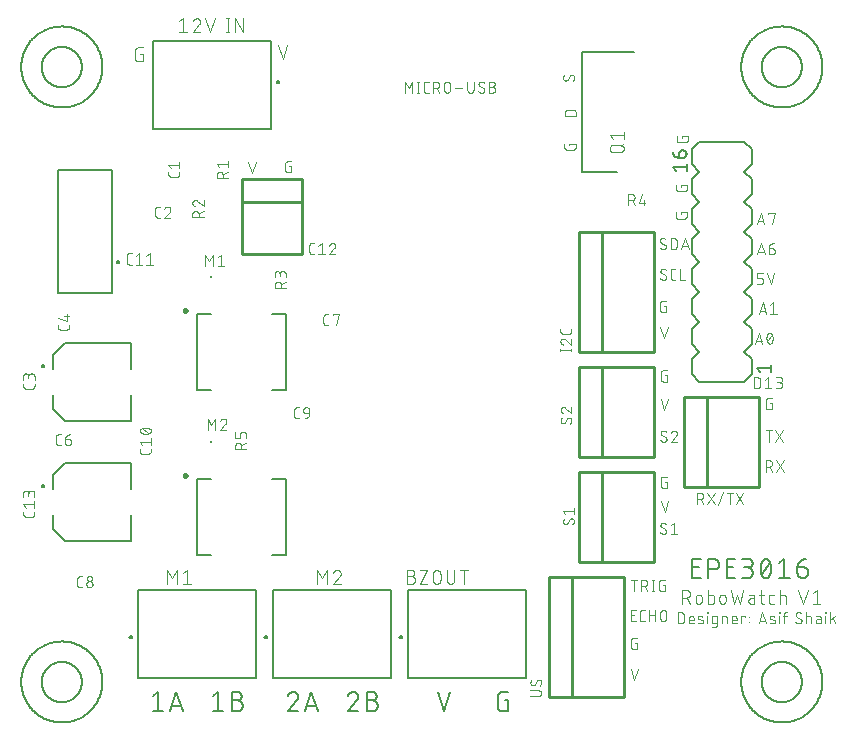
<source format=gbr>
G04 EAGLE Gerber RS-274X export*
G75*
%MOMM*%
%FSLAX34Y34*%
%LPD*%
%INSilkscreen Top*%
%IPPOS*%
%AMOC8*
5,1,8,0,0,1.08239X$1,22.5*%
G01*
%ADD10C,0.152400*%
%ADD11C,0.101600*%
%ADD12C,0.076200*%
%ADD13C,0.127000*%
%ADD14C,0.200000*%
%ADD15C,0.203200*%
%ADD16C,0.254000*%
%ADD17C,0.250000*%
%ADD18R,0.200000X0.200000*%


D10*
X102362Y432506D02*
X106878Y436118D01*
X106878Y419862D01*
X111393Y419862D02*
X102362Y419862D01*
X117090Y419862D02*
X122509Y436118D01*
X127927Y419862D01*
X126573Y423926D02*
X118445Y423926D01*
X153162Y432506D02*
X157678Y436118D01*
X157678Y419862D01*
X162193Y419862D02*
X153162Y419862D01*
X169525Y428893D02*
X174041Y428893D01*
X174041Y428894D02*
X174174Y428892D01*
X174306Y428886D01*
X174438Y428876D01*
X174570Y428863D01*
X174702Y428845D01*
X174832Y428824D01*
X174963Y428799D01*
X175092Y428770D01*
X175220Y428737D01*
X175348Y428701D01*
X175474Y428661D01*
X175599Y428617D01*
X175723Y428569D01*
X175845Y428518D01*
X175966Y428463D01*
X176085Y428405D01*
X176203Y428343D01*
X176318Y428278D01*
X176432Y428209D01*
X176543Y428138D01*
X176652Y428062D01*
X176759Y427984D01*
X176864Y427903D01*
X176966Y427818D01*
X177066Y427731D01*
X177163Y427641D01*
X177258Y427548D01*
X177349Y427452D01*
X177438Y427354D01*
X177524Y427253D01*
X177607Y427149D01*
X177687Y427043D01*
X177763Y426935D01*
X177837Y426825D01*
X177907Y426712D01*
X177974Y426598D01*
X178037Y426481D01*
X178097Y426363D01*
X178154Y426243D01*
X178207Y426121D01*
X178256Y425998D01*
X178302Y425874D01*
X178344Y425748D01*
X178382Y425621D01*
X178417Y425493D01*
X178448Y425364D01*
X178475Y425235D01*
X178498Y425104D01*
X178518Y424973D01*
X178533Y424841D01*
X178545Y424709D01*
X178553Y424577D01*
X178557Y424444D01*
X178557Y424312D01*
X178553Y424179D01*
X178545Y424047D01*
X178533Y423915D01*
X178518Y423783D01*
X178498Y423652D01*
X178475Y423521D01*
X178448Y423392D01*
X178417Y423263D01*
X178382Y423135D01*
X178344Y423008D01*
X178302Y422882D01*
X178256Y422758D01*
X178207Y422635D01*
X178154Y422513D01*
X178097Y422393D01*
X178037Y422275D01*
X177974Y422158D01*
X177907Y422044D01*
X177837Y421931D01*
X177763Y421821D01*
X177687Y421713D01*
X177607Y421607D01*
X177524Y421503D01*
X177438Y421402D01*
X177349Y421304D01*
X177258Y421208D01*
X177163Y421115D01*
X177066Y421025D01*
X176966Y420938D01*
X176864Y420853D01*
X176759Y420772D01*
X176652Y420694D01*
X176543Y420618D01*
X176432Y420547D01*
X176318Y420478D01*
X176203Y420413D01*
X176085Y420351D01*
X175966Y420293D01*
X175845Y420238D01*
X175723Y420187D01*
X175599Y420139D01*
X175474Y420095D01*
X175348Y420055D01*
X175220Y420019D01*
X175092Y419986D01*
X174963Y419957D01*
X174832Y419932D01*
X174702Y419911D01*
X174570Y419893D01*
X174438Y419880D01*
X174306Y419870D01*
X174174Y419864D01*
X174041Y419862D01*
X169525Y419862D01*
X169525Y436118D01*
X174041Y436118D01*
X174160Y436116D01*
X174280Y436110D01*
X174399Y436100D01*
X174517Y436086D01*
X174636Y436069D01*
X174753Y436047D01*
X174870Y436022D01*
X174985Y435992D01*
X175100Y435959D01*
X175214Y435922D01*
X175326Y435882D01*
X175437Y435837D01*
X175546Y435789D01*
X175654Y435738D01*
X175760Y435683D01*
X175864Y435624D01*
X175966Y435562D01*
X176066Y435497D01*
X176164Y435428D01*
X176260Y435356D01*
X176353Y435281D01*
X176443Y435204D01*
X176531Y435123D01*
X176616Y435039D01*
X176698Y434952D01*
X176778Y434863D01*
X176854Y434771D01*
X176928Y434677D01*
X176998Y434580D01*
X177065Y434482D01*
X177129Y434381D01*
X177189Y434277D01*
X177246Y434172D01*
X177299Y434065D01*
X177349Y433957D01*
X177395Y433847D01*
X177437Y433735D01*
X177476Y433622D01*
X177511Y433508D01*
X177542Y433393D01*
X177570Y433276D01*
X177593Y433159D01*
X177613Y433042D01*
X177629Y432923D01*
X177641Y432804D01*
X177649Y432685D01*
X177653Y432566D01*
X177653Y432446D01*
X177649Y432327D01*
X177641Y432208D01*
X177629Y432089D01*
X177613Y431970D01*
X177593Y431853D01*
X177570Y431736D01*
X177542Y431619D01*
X177511Y431504D01*
X177476Y431390D01*
X177437Y431277D01*
X177395Y431165D01*
X177349Y431055D01*
X177299Y430947D01*
X177246Y430840D01*
X177189Y430735D01*
X177129Y430631D01*
X177065Y430530D01*
X176998Y430432D01*
X176928Y430335D01*
X176854Y430241D01*
X176778Y430149D01*
X176698Y430060D01*
X176616Y429973D01*
X176531Y429889D01*
X176443Y429808D01*
X176353Y429731D01*
X176260Y429656D01*
X176164Y429584D01*
X176066Y429515D01*
X175966Y429450D01*
X175864Y429388D01*
X175760Y429329D01*
X175654Y429274D01*
X175546Y429223D01*
X175437Y429175D01*
X175326Y429130D01*
X175214Y429090D01*
X175100Y429053D01*
X174985Y429020D01*
X174870Y428990D01*
X174753Y428965D01*
X174636Y428943D01*
X174517Y428926D01*
X174399Y428912D01*
X174280Y428902D01*
X174160Y428896D01*
X174041Y428894D01*
X221629Y436118D02*
X221754Y436116D01*
X221879Y436110D01*
X222004Y436101D01*
X222128Y436087D01*
X222252Y436070D01*
X222376Y436049D01*
X222498Y436024D01*
X222620Y435995D01*
X222741Y435963D01*
X222861Y435927D01*
X222980Y435887D01*
X223097Y435844D01*
X223213Y435797D01*
X223328Y435746D01*
X223440Y435692D01*
X223552Y435634D01*
X223661Y435574D01*
X223768Y435509D01*
X223874Y435442D01*
X223977Y435371D01*
X224078Y435297D01*
X224177Y435220D01*
X224273Y435140D01*
X224367Y435057D01*
X224458Y434972D01*
X224547Y434883D01*
X224632Y434792D01*
X224715Y434698D01*
X224795Y434602D01*
X224872Y434503D01*
X224946Y434402D01*
X225017Y434299D01*
X225084Y434193D01*
X225149Y434086D01*
X225209Y433977D01*
X225267Y433865D01*
X225321Y433753D01*
X225372Y433638D01*
X225419Y433522D01*
X225462Y433405D01*
X225502Y433286D01*
X225538Y433166D01*
X225570Y433045D01*
X225599Y432923D01*
X225624Y432801D01*
X225645Y432677D01*
X225662Y432553D01*
X225676Y432429D01*
X225685Y432304D01*
X225691Y432179D01*
X225693Y432054D01*
X221629Y436118D02*
X221486Y436116D01*
X221344Y436110D01*
X221201Y436100D01*
X221059Y436087D01*
X220918Y436069D01*
X220776Y436048D01*
X220636Y436023D01*
X220496Y435994D01*
X220357Y435961D01*
X220219Y435924D01*
X220082Y435884D01*
X219947Y435840D01*
X219812Y435792D01*
X219679Y435740D01*
X219547Y435685D01*
X219417Y435626D01*
X219289Y435564D01*
X219162Y435498D01*
X219037Y435429D01*
X218914Y435357D01*
X218794Y435281D01*
X218675Y435202D01*
X218558Y435119D01*
X218444Y435034D01*
X218332Y434945D01*
X218223Y434854D01*
X218116Y434759D01*
X218011Y434662D01*
X217910Y434561D01*
X217811Y434458D01*
X217715Y434353D01*
X217622Y434244D01*
X217532Y434133D01*
X217445Y434020D01*
X217361Y433905D01*
X217281Y433787D01*
X217203Y433667D01*
X217129Y433545D01*
X217059Y433421D01*
X216991Y433295D01*
X216928Y433167D01*
X216867Y433038D01*
X216810Y432907D01*
X216757Y432775D01*
X216708Y432641D01*
X216662Y432506D01*
X224338Y428893D02*
X224432Y428985D01*
X224522Y429079D01*
X224610Y429176D01*
X224695Y429276D01*
X224777Y429378D01*
X224856Y429483D01*
X224931Y429590D01*
X225003Y429699D01*
X225072Y429810D01*
X225138Y429924D01*
X225200Y430039D01*
X225259Y430156D01*
X225314Y430275D01*
X225365Y430395D01*
X225413Y430517D01*
X225458Y430640D01*
X225498Y430764D01*
X225535Y430890D01*
X225568Y431017D01*
X225597Y431144D01*
X225623Y431273D01*
X225644Y431402D01*
X225662Y431532D01*
X225675Y431662D01*
X225685Y431792D01*
X225691Y431923D01*
X225693Y432054D01*
X224338Y428893D02*
X216662Y419862D01*
X225693Y419862D01*
X231390Y419862D02*
X236809Y436118D01*
X242227Y419862D01*
X240873Y423926D02*
X232745Y423926D01*
X272429Y436118D02*
X272554Y436116D01*
X272679Y436110D01*
X272804Y436101D01*
X272928Y436087D01*
X273052Y436070D01*
X273176Y436049D01*
X273298Y436024D01*
X273420Y435995D01*
X273541Y435963D01*
X273661Y435927D01*
X273780Y435887D01*
X273897Y435844D01*
X274013Y435797D01*
X274128Y435746D01*
X274240Y435692D01*
X274352Y435634D01*
X274461Y435574D01*
X274568Y435509D01*
X274674Y435442D01*
X274777Y435371D01*
X274878Y435297D01*
X274977Y435220D01*
X275073Y435140D01*
X275167Y435057D01*
X275258Y434972D01*
X275347Y434883D01*
X275432Y434792D01*
X275515Y434698D01*
X275595Y434602D01*
X275672Y434503D01*
X275746Y434402D01*
X275817Y434299D01*
X275884Y434193D01*
X275949Y434086D01*
X276009Y433977D01*
X276067Y433865D01*
X276121Y433753D01*
X276172Y433638D01*
X276219Y433522D01*
X276262Y433405D01*
X276302Y433286D01*
X276338Y433166D01*
X276370Y433045D01*
X276399Y432923D01*
X276424Y432801D01*
X276445Y432677D01*
X276462Y432553D01*
X276476Y432429D01*
X276485Y432304D01*
X276491Y432179D01*
X276493Y432054D01*
X272429Y436118D02*
X272286Y436116D01*
X272144Y436110D01*
X272001Y436100D01*
X271859Y436087D01*
X271718Y436069D01*
X271576Y436048D01*
X271436Y436023D01*
X271296Y435994D01*
X271157Y435961D01*
X271019Y435924D01*
X270882Y435884D01*
X270747Y435840D01*
X270612Y435792D01*
X270479Y435740D01*
X270347Y435685D01*
X270217Y435626D01*
X270089Y435564D01*
X269962Y435498D01*
X269837Y435429D01*
X269714Y435357D01*
X269594Y435281D01*
X269475Y435202D01*
X269358Y435119D01*
X269244Y435034D01*
X269132Y434945D01*
X269023Y434854D01*
X268916Y434759D01*
X268811Y434662D01*
X268710Y434561D01*
X268611Y434458D01*
X268515Y434353D01*
X268422Y434244D01*
X268332Y434133D01*
X268245Y434020D01*
X268161Y433905D01*
X268081Y433787D01*
X268003Y433667D01*
X267929Y433545D01*
X267859Y433421D01*
X267791Y433295D01*
X267728Y433167D01*
X267667Y433038D01*
X267610Y432907D01*
X267557Y432775D01*
X267508Y432641D01*
X267462Y432506D01*
X275138Y428893D02*
X275232Y428985D01*
X275322Y429079D01*
X275410Y429176D01*
X275495Y429276D01*
X275577Y429378D01*
X275656Y429483D01*
X275731Y429590D01*
X275803Y429699D01*
X275872Y429810D01*
X275938Y429924D01*
X276000Y430039D01*
X276059Y430156D01*
X276114Y430275D01*
X276165Y430395D01*
X276213Y430517D01*
X276258Y430640D01*
X276298Y430764D01*
X276335Y430890D01*
X276368Y431017D01*
X276397Y431144D01*
X276423Y431273D01*
X276444Y431402D01*
X276462Y431532D01*
X276475Y431662D01*
X276485Y431792D01*
X276491Y431923D01*
X276493Y432054D01*
X275138Y428893D02*
X267462Y419862D01*
X276493Y419862D01*
X283825Y428893D02*
X288341Y428893D01*
X288341Y428894D02*
X288474Y428892D01*
X288606Y428886D01*
X288738Y428876D01*
X288870Y428863D01*
X289002Y428845D01*
X289132Y428824D01*
X289263Y428799D01*
X289392Y428770D01*
X289520Y428737D01*
X289648Y428701D01*
X289774Y428661D01*
X289899Y428617D01*
X290023Y428569D01*
X290145Y428518D01*
X290266Y428463D01*
X290385Y428405D01*
X290503Y428343D01*
X290618Y428278D01*
X290732Y428209D01*
X290843Y428138D01*
X290952Y428062D01*
X291059Y427984D01*
X291164Y427903D01*
X291266Y427818D01*
X291366Y427731D01*
X291463Y427641D01*
X291558Y427548D01*
X291649Y427452D01*
X291738Y427354D01*
X291824Y427253D01*
X291907Y427149D01*
X291987Y427043D01*
X292063Y426935D01*
X292137Y426825D01*
X292207Y426712D01*
X292274Y426598D01*
X292337Y426481D01*
X292397Y426363D01*
X292454Y426243D01*
X292507Y426121D01*
X292556Y425998D01*
X292602Y425874D01*
X292644Y425748D01*
X292682Y425621D01*
X292717Y425493D01*
X292748Y425364D01*
X292775Y425235D01*
X292798Y425104D01*
X292818Y424973D01*
X292833Y424841D01*
X292845Y424709D01*
X292853Y424577D01*
X292857Y424444D01*
X292857Y424312D01*
X292853Y424179D01*
X292845Y424047D01*
X292833Y423915D01*
X292818Y423783D01*
X292798Y423652D01*
X292775Y423521D01*
X292748Y423392D01*
X292717Y423263D01*
X292682Y423135D01*
X292644Y423008D01*
X292602Y422882D01*
X292556Y422758D01*
X292507Y422635D01*
X292454Y422513D01*
X292397Y422393D01*
X292337Y422275D01*
X292274Y422158D01*
X292207Y422044D01*
X292137Y421931D01*
X292063Y421821D01*
X291987Y421713D01*
X291907Y421607D01*
X291824Y421503D01*
X291738Y421402D01*
X291649Y421304D01*
X291558Y421208D01*
X291463Y421115D01*
X291366Y421025D01*
X291266Y420938D01*
X291164Y420853D01*
X291059Y420772D01*
X290952Y420694D01*
X290843Y420618D01*
X290732Y420547D01*
X290618Y420478D01*
X290503Y420413D01*
X290385Y420351D01*
X290266Y420293D01*
X290145Y420238D01*
X290023Y420187D01*
X289899Y420139D01*
X289774Y420095D01*
X289648Y420055D01*
X289520Y420019D01*
X289392Y419986D01*
X289263Y419957D01*
X289132Y419932D01*
X289002Y419911D01*
X288870Y419893D01*
X288738Y419880D01*
X288606Y419870D01*
X288474Y419864D01*
X288341Y419862D01*
X283825Y419862D01*
X283825Y436118D01*
X288341Y436118D01*
X288460Y436116D01*
X288580Y436110D01*
X288699Y436100D01*
X288817Y436086D01*
X288936Y436069D01*
X289053Y436047D01*
X289170Y436022D01*
X289285Y435992D01*
X289400Y435959D01*
X289514Y435922D01*
X289626Y435882D01*
X289737Y435837D01*
X289846Y435789D01*
X289954Y435738D01*
X290060Y435683D01*
X290164Y435624D01*
X290266Y435562D01*
X290366Y435497D01*
X290464Y435428D01*
X290560Y435356D01*
X290653Y435281D01*
X290743Y435204D01*
X290831Y435123D01*
X290916Y435039D01*
X290998Y434952D01*
X291078Y434863D01*
X291154Y434771D01*
X291228Y434677D01*
X291298Y434580D01*
X291365Y434482D01*
X291429Y434381D01*
X291489Y434277D01*
X291546Y434172D01*
X291599Y434065D01*
X291649Y433957D01*
X291695Y433847D01*
X291737Y433735D01*
X291776Y433622D01*
X291811Y433508D01*
X291842Y433393D01*
X291870Y433276D01*
X291893Y433159D01*
X291913Y433042D01*
X291929Y432923D01*
X291941Y432804D01*
X291949Y432685D01*
X291953Y432566D01*
X291953Y432446D01*
X291949Y432327D01*
X291941Y432208D01*
X291929Y432089D01*
X291913Y431970D01*
X291893Y431853D01*
X291870Y431736D01*
X291842Y431619D01*
X291811Y431504D01*
X291776Y431390D01*
X291737Y431277D01*
X291695Y431165D01*
X291649Y431055D01*
X291599Y430947D01*
X291546Y430840D01*
X291489Y430735D01*
X291429Y430631D01*
X291365Y430530D01*
X291298Y430432D01*
X291228Y430335D01*
X291154Y430241D01*
X291078Y430149D01*
X290998Y430060D01*
X290916Y429973D01*
X290831Y429889D01*
X290743Y429808D01*
X290653Y429731D01*
X290560Y429656D01*
X290464Y429584D01*
X290366Y429515D01*
X290266Y429450D01*
X290164Y429388D01*
X290060Y429329D01*
X289954Y429274D01*
X289846Y429223D01*
X289737Y429175D01*
X289626Y429130D01*
X289514Y429090D01*
X289400Y429053D01*
X289285Y429020D01*
X289170Y428990D01*
X289053Y428965D01*
X288936Y428943D01*
X288817Y428926D01*
X288699Y428912D01*
X288580Y428902D01*
X288460Y428896D01*
X288341Y428894D01*
X343662Y436118D02*
X349081Y419862D01*
X354499Y436118D01*
X400784Y428893D02*
X403493Y428893D01*
X403493Y419862D01*
X398074Y419862D01*
X397956Y419864D01*
X397838Y419870D01*
X397720Y419879D01*
X397603Y419893D01*
X397486Y419910D01*
X397369Y419931D01*
X397254Y419956D01*
X397139Y419985D01*
X397025Y420018D01*
X396913Y420054D01*
X396802Y420094D01*
X396692Y420137D01*
X396583Y420184D01*
X396476Y420234D01*
X396371Y420289D01*
X396268Y420346D01*
X396167Y420407D01*
X396067Y420471D01*
X395970Y420538D01*
X395875Y420608D01*
X395783Y420682D01*
X395692Y420758D01*
X395605Y420838D01*
X395520Y420920D01*
X395438Y421005D01*
X395358Y421092D01*
X395282Y421183D01*
X395208Y421275D01*
X395138Y421370D01*
X395071Y421467D01*
X395007Y421567D01*
X394946Y421668D01*
X394889Y421771D01*
X394834Y421876D01*
X394784Y421983D01*
X394737Y422092D01*
X394694Y422202D01*
X394654Y422313D01*
X394618Y422425D01*
X394585Y422539D01*
X394556Y422654D01*
X394531Y422769D01*
X394510Y422886D01*
X394493Y423003D01*
X394479Y423120D01*
X394470Y423238D01*
X394464Y423356D01*
X394462Y423474D01*
X394462Y432506D01*
X394464Y432624D01*
X394470Y432742D01*
X394479Y432860D01*
X394493Y432977D01*
X394510Y433094D01*
X394531Y433211D01*
X394556Y433326D01*
X394585Y433441D01*
X394618Y433555D01*
X394654Y433667D01*
X394694Y433778D01*
X394737Y433888D01*
X394784Y433997D01*
X394834Y434104D01*
X394888Y434209D01*
X394946Y434312D01*
X395007Y434413D01*
X395071Y434513D01*
X395138Y434610D01*
X395208Y434705D01*
X395282Y434797D01*
X395358Y434888D01*
X395438Y434975D01*
X395520Y435060D01*
X395605Y435142D01*
X395692Y435222D01*
X395783Y435298D01*
X395875Y435372D01*
X395970Y435442D01*
X396067Y435509D01*
X396167Y435573D01*
X396268Y435634D01*
X396371Y435691D01*
X396476Y435745D01*
X396583Y435796D01*
X396692Y435843D01*
X396802Y435886D01*
X396913Y435926D01*
X397025Y435962D01*
X397139Y435995D01*
X397254Y436024D01*
X397369Y436049D01*
X397486Y436070D01*
X397603Y436087D01*
X397720Y436101D01*
X397838Y436110D01*
X397956Y436116D01*
X398074Y436118D01*
X403493Y436118D01*
D11*
X93867Y976517D02*
X91920Y976517D01*
X93867Y976517D02*
X93867Y970026D01*
X89972Y970026D01*
X89873Y970028D01*
X89773Y970034D01*
X89674Y970043D01*
X89576Y970056D01*
X89478Y970073D01*
X89380Y970094D01*
X89284Y970119D01*
X89189Y970147D01*
X89095Y970179D01*
X89002Y970214D01*
X88910Y970253D01*
X88820Y970296D01*
X88732Y970341D01*
X88645Y970391D01*
X88561Y970443D01*
X88478Y970499D01*
X88398Y970557D01*
X88320Y970619D01*
X88245Y970684D01*
X88172Y970752D01*
X88102Y970822D01*
X88034Y970895D01*
X87969Y970970D01*
X87907Y971048D01*
X87849Y971128D01*
X87793Y971211D01*
X87741Y971295D01*
X87691Y971382D01*
X87646Y971470D01*
X87603Y971560D01*
X87564Y971652D01*
X87529Y971745D01*
X87497Y971839D01*
X87469Y971934D01*
X87444Y972030D01*
X87423Y972128D01*
X87406Y972226D01*
X87393Y972324D01*
X87384Y972423D01*
X87378Y972523D01*
X87376Y972622D01*
X87376Y979114D01*
X87378Y979213D01*
X87384Y979313D01*
X87393Y979412D01*
X87406Y979510D01*
X87423Y979608D01*
X87444Y979706D01*
X87469Y979802D01*
X87497Y979897D01*
X87529Y979991D01*
X87564Y980084D01*
X87603Y980176D01*
X87646Y980266D01*
X87691Y980354D01*
X87741Y980441D01*
X87793Y980525D01*
X87849Y980608D01*
X87907Y980688D01*
X87969Y980766D01*
X88034Y980841D01*
X88102Y980914D01*
X88172Y980984D01*
X88245Y981052D01*
X88320Y981117D01*
X88398Y981179D01*
X88478Y981237D01*
X88561Y981293D01*
X88645Y981345D01*
X88732Y981395D01*
X88820Y981440D01*
X88910Y981483D01*
X89002Y981522D01*
X89094Y981557D01*
X89189Y981589D01*
X89284Y981617D01*
X89380Y981642D01*
X89478Y981663D01*
X89576Y981680D01*
X89674Y981693D01*
X89773Y981702D01*
X89873Y981708D01*
X89972Y981710D01*
X93867Y981710D01*
X208534Y983488D02*
X212429Y971804D01*
X216323Y983488D01*
D12*
X183261Y884809D02*
X186394Y875411D01*
X189526Y884809D01*
X218158Y881140D02*
X219724Y881140D01*
X219724Y875919D01*
X216591Y875919D01*
X216502Y875921D01*
X216414Y875927D01*
X216326Y875936D01*
X216238Y875949D01*
X216151Y875966D01*
X216065Y875986D01*
X215980Y876011D01*
X215895Y876038D01*
X215812Y876070D01*
X215731Y876104D01*
X215651Y876143D01*
X215573Y876184D01*
X215496Y876229D01*
X215422Y876277D01*
X215349Y876328D01*
X215279Y876382D01*
X215212Y876440D01*
X215146Y876500D01*
X215084Y876562D01*
X215024Y876628D01*
X214966Y876695D01*
X214912Y876765D01*
X214861Y876838D01*
X214813Y876912D01*
X214768Y876989D01*
X214727Y877067D01*
X214688Y877147D01*
X214654Y877228D01*
X214622Y877311D01*
X214595Y877396D01*
X214570Y877481D01*
X214550Y877567D01*
X214533Y877654D01*
X214520Y877742D01*
X214511Y877830D01*
X214505Y877918D01*
X214503Y878007D01*
X214503Y883229D01*
X214505Y883320D01*
X214511Y883411D01*
X214521Y883502D01*
X214535Y883592D01*
X214552Y883681D01*
X214574Y883769D01*
X214600Y883857D01*
X214629Y883943D01*
X214662Y884028D01*
X214699Y884111D01*
X214739Y884193D01*
X214783Y884273D01*
X214830Y884351D01*
X214881Y884427D01*
X214934Y884500D01*
X214991Y884571D01*
X215052Y884640D01*
X215115Y884705D01*
X215180Y884768D01*
X215249Y884828D01*
X215320Y884886D01*
X215393Y884939D01*
X215469Y884990D01*
X215547Y885037D01*
X215627Y885081D01*
X215709Y885121D01*
X215792Y885158D01*
X215877Y885191D01*
X215963Y885220D01*
X216051Y885246D01*
X216139Y885268D01*
X216228Y885285D01*
X216318Y885299D01*
X216409Y885309D01*
X216500Y885315D01*
X216591Y885317D01*
X219724Y885317D01*
X146758Y806196D02*
X146758Y796798D01*
X149891Y800975D02*
X146758Y806196D01*
X149891Y800975D02*
X153024Y806196D01*
X153024Y796798D01*
X157339Y804108D02*
X159949Y806196D01*
X159949Y796798D01*
X157339Y796798D02*
X162560Y796798D01*
X148971Y667385D02*
X148971Y657987D01*
X152104Y662164D02*
X148971Y667385D01*
X152104Y662164D02*
X155236Y667385D01*
X155236Y657987D01*
X162423Y667386D02*
X162518Y667384D01*
X162612Y667378D01*
X162706Y667369D01*
X162800Y667356D01*
X162893Y667339D01*
X162985Y667318D01*
X163077Y667293D01*
X163167Y667265D01*
X163256Y667233D01*
X163344Y667198D01*
X163430Y667159D01*
X163515Y667117D01*
X163598Y667071D01*
X163679Y667022D01*
X163758Y666970D01*
X163835Y666915D01*
X163909Y666856D01*
X163981Y666795D01*
X164051Y666731D01*
X164118Y666664D01*
X164182Y666594D01*
X164243Y666522D01*
X164302Y666448D01*
X164357Y666371D01*
X164409Y666292D01*
X164458Y666211D01*
X164504Y666128D01*
X164546Y666043D01*
X164585Y665957D01*
X164620Y665869D01*
X164652Y665780D01*
X164680Y665690D01*
X164705Y665598D01*
X164726Y665506D01*
X164743Y665413D01*
X164756Y665319D01*
X164765Y665225D01*
X164771Y665131D01*
X164773Y665036D01*
X162423Y667385D02*
X162315Y667383D01*
X162206Y667377D01*
X162098Y667367D01*
X161991Y667354D01*
X161884Y667336D01*
X161777Y667315D01*
X161672Y667290D01*
X161567Y667261D01*
X161464Y667229D01*
X161362Y667192D01*
X161261Y667152D01*
X161162Y667109D01*
X161064Y667062D01*
X160968Y667011D01*
X160874Y666957D01*
X160782Y666900D01*
X160692Y666839D01*
X160604Y666775D01*
X160519Y666709D01*
X160436Y666639D01*
X160356Y666566D01*
X160278Y666490D01*
X160203Y666412D01*
X160131Y666331D01*
X160062Y666247D01*
X159996Y666161D01*
X159933Y666073D01*
X159874Y665982D01*
X159817Y665890D01*
X159764Y665795D01*
X159715Y665699D01*
X159669Y665600D01*
X159626Y665501D01*
X159587Y665399D01*
X159552Y665297D01*
X163990Y663208D02*
X164059Y663277D01*
X164125Y663348D01*
X164189Y663421D01*
X164250Y663497D01*
X164308Y663576D01*
X164362Y663656D01*
X164414Y663739D01*
X164462Y663823D01*
X164508Y663909D01*
X164549Y663997D01*
X164588Y664087D01*
X164623Y664178D01*
X164654Y664270D01*
X164682Y664363D01*
X164706Y664457D01*
X164726Y664552D01*
X164743Y664648D01*
X164756Y664745D01*
X164765Y664842D01*
X164771Y664939D01*
X164773Y665036D01*
X163989Y663208D02*
X159551Y657987D01*
X164773Y657987D01*
X315849Y943356D02*
X315849Y952754D01*
X318982Y947533D01*
X322114Y952754D01*
X322114Y943356D01*
X327211Y943356D02*
X327211Y952754D01*
X326167Y943356D02*
X328255Y943356D01*
X328255Y952754D02*
X326167Y952754D01*
X333979Y943356D02*
X336067Y943356D01*
X333979Y943356D02*
X333890Y943358D01*
X333802Y943364D01*
X333714Y943373D01*
X333626Y943386D01*
X333539Y943403D01*
X333453Y943423D01*
X333368Y943448D01*
X333283Y943475D01*
X333200Y943507D01*
X333119Y943541D01*
X333039Y943580D01*
X332961Y943621D01*
X332884Y943666D01*
X332810Y943714D01*
X332737Y943765D01*
X332667Y943819D01*
X332600Y943877D01*
X332534Y943937D01*
X332472Y943999D01*
X332412Y944065D01*
X332354Y944132D01*
X332300Y944202D01*
X332249Y944275D01*
X332201Y944349D01*
X332156Y944426D01*
X332115Y944504D01*
X332076Y944584D01*
X332042Y944665D01*
X332010Y944748D01*
X331983Y944833D01*
X331958Y944918D01*
X331938Y945004D01*
X331921Y945091D01*
X331908Y945179D01*
X331899Y945267D01*
X331893Y945355D01*
X331891Y945444D01*
X331890Y945444D02*
X331890Y950666D01*
X331891Y950666D02*
X331893Y950757D01*
X331899Y950848D01*
X331909Y950939D01*
X331923Y951029D01*
X331940Y951118D01*
X331962Y951206D01*
X331988Y951294D01*
X332017Y951380D01*
X332050Y951465D01*
X332087Y951548D01*
X332127Y951630D01*
X332171Y951710D01*
X332218Y951788D01*
X332269Y951864D01*
X332322Y951937D01*
X332379Y952008D01*
X332440Y952077D01*
X332503Y952142D01*
X332568Y952205D01*
X332637Y952265D01*
X332708Y952323D01*
X332781Y952376D01*
X332857Y952427D01*
X332935Y952474D01*
X333015Y952518D01*
X333097Y952558D01*
X333180Y952595D01*
X333265Y952628D01*
X333351Y952657D01*
X333439Y952683D01*
X333527Y952705D01*
X333616Y952722D01*
X333706Y952736D01*
X333797Y952746D01*
X333888Y952752D01*
X333979Y952754D01*
X336067Y952754D01*
X339898Y952754D02*
X339898Y943356D01*
X339898Y952754D02*
X342508Y952754D01*
X342609Y952752D01*
X342710Y952746D01*
X342811Y952736D01*
X342911Y952723D01*
X343011Y952705D01*
X343110Y952684D01*
X343208Y952658D01*
X343305Y952629D01*
X343401Y952597D01*
X343495Y952560D01*
X343588Y952520D01*
X343680Y952476D01*
X343769Y952429D01*
X343857Y952378D01*
X343943Y952324D01*
X344026Y952267D01*
X344108Y952207D01*
X344186Y952143D01*
X344263Y952077D01*
X344336Y952007D01*
X344407Y951935D01*
X344475Y951860D01*
X344540Y951782D01*
X344602Y951702D01*
X344661Y951620D01*
X344717Y951535D01*
X344769Y951449D01*
X344818Y951360D01*
X344864Y951269D01*
X344905Y951177D01*
X344944Y951083D01*
X344978Y950988D01*
X345009Y950892D01*
X345036Y950794D01*
X345060Y950696D01*
X345079Y950596D01*
X345095Y950496D01*
X345107Y950396D01*
X345115Y950295D01*
X345119Y950194D01*
X345119Y950092D01*
X345115Y949991D01*
X345107Y949890D01*
X345095Y949790D01*
X345079Y949690D01*
X345060Y949590D01*
X345036Y949492D01*
X345009Y949394D01*
X344978Y949298D01*
X344944Y949203D01*
X344905Y949109D01*
X344864Y949017D01*
X344818Y948926D01*
X344769Y948838D01*
X344717Y948751D01*
X344661Y948666D01*
X344602Y948584D01*
X344540Y948504D01*
X344475Y948426D01*
X344407Y948351D01*
X344336Y948279D01*
X344263Y948209D01*
X344186Y948143D01*
X344108Y948079D01*
X344026Y948019D01*
X343943Y947962D01*
X343857Y947908D01*
X343769Y947857D01*
X343680Y947810D01*
X343588Y947766D01*
X343495Y947726D01*
X343401Y947689D01*
X343305Y947657D01*
X343208Y947628D01*
X343110Y947602D01*
X343011Y947581D01*
X342911Y947563D01*
X342811Y947550D01*
X342710Y947540D01*
X342609Y947534D01*
X342508Y947532D01*
X342508Y947533D02*
X339898Y947533D01*
X343030Y947533D02*
X345119Y943356D01*
X348985Y945967D02*
X348985Y950143D01*
X348984Y950143D02*
X348986Y950244D01*
X348992Y950345D01*
X349002Y950446D01*
X349015Y950546D01*
X349033Y950646D01*
X349054Y950745D01*
X349080Y950843D01*
X349109Y950940D01*
X349141Y951036D01*
X349178Y951130D01*
X349218Y951223D01*
X349262Y951315D01*
X349309Y951404D01*
X349360Y951492D01*
X349414Y951578D01*
X349471Y951661D01*
X349531Y951743D01*
X349595Y951821D01*
X349661Y951898D01*
X349731Y951971D01*
X349803Y952042D01*
X349878Y952110D01*
X349956Y952175D01*
X350036Y952237D01*
X350118Y952296D01*
X350203Y952352D01*
X350290Y952404D01*
X350378Y952453D01*
X350469Y952499D01*
X350561Y952540D01*
X350655Y952579D01*
X350750Y952613D01*
X350846Y952644D01*
X350944Y952671D01*
X351042Y952695D01*
X351142Y952714D01*
X351242Y952730D01*
X351342Y952742D01*
X351443Y952750D01*
X351544Y952754D01*
X351646Y952754D01*
X351747Y952750D01*
X351848Y952742D01*
X351948Y952730D01*
X352048Y952714D01*
X352148Y952695D01*
X352246Y952671D01*
X352344Y952644D01*
X352440Y952613D01*
X352535Y952579D01*
X352629Y952540D01*
X352721Y952499D01*
X352812Y952453D01*
X352901Y952404D01*
X352987Y952352D01*
X353072Y952296D01*
X353154Y952237D01*
X353234Y952175D01*
X353312Y952110D01*
X353387Y952042D01*
X353459Y951971D01*
X353529Y951898D01*
X353595Y951821D01*
X353659Y951743D01*
X353719Y951661D01*
X353776Y951578D01*
X353830Y951492D01*
X353881Y951404D01*
X353928Y951315D01*
X353972Y951223D01*
X354012Y951130D01*
X354049Y951036D01*
X354081Y950940D01*
X354110Y950843D01*
X354136Y950745D01*
X354157Y950646D01*
X354175Y950546D01*
X354188Y950446D01*
X354198Y950345D01*
X354204Y950244D01*
X354206Y950143D01*
X354206Y945967D01*
X354204Y945866D01*
X354198Y945765D01*
X354188Y945664D01*
X354175Y945564D01*
X354157Y945464D01*
X354136Y945365D01*
X354110Y945267D01*
X354081Y945170D01*
X354049Y945074D01*
X354012Y944980D01*
X353972Y944887D01*
X353928Y944795D01*
X353881Y944706D01*
X353830Y944618D01*
X353776Y944532D01*
X353719Y944449D01*
X353659Y944367D01*
X353595Y944289D01*
X353529Y944212D01*
X353459Y944139D01*
X353387Y944068D01*
X353312Y944000D01*
X353234Y943935D01*
X353154Y943873D01*
X353072Y943814D01*
X352987Y943758D01*
X352900Y943706D01*
X352812Y943657D01*
X352721Y943611D01*
X352629Y943570D01*
X352535Y943531D01*
X352440Y943497D01*
X352344Y943466D01*
X352246Y943439D01*
X352148Y943415D01*
X352048Y943396D01*
X351948Y943380D01*
X351848Y943368D01*
X351747Y943360D01*
X351646Y943356D01*
X351544Y943356D01*
X351443Y943360D01*
X351342Y943368D01*
X351242Y943380D01*
X351142Y943396D01*
X351042Y943415D01*
X350944Y943439D01*
X350846Y943466D01*
X350750Y943497D01*
X350655Y943531D01*
X350561Y943570D01*
X350469Y943611D01*
X350378Y943657D01*
X350290Y943706D01*
X350203Y943758D01*
X350118Y943814D01*
X350036Y943873D01*
X349956Y943935D01*
X349878Y944000D01*
X349803Y944068D01*
X349731Y944139D01*
X349661Y944212D01*
X349595Y944289D01*
X349531Y944367D01*
X349471Y944449D01*
X349414Y944532D01*
X349360Y944618D01*
X349309Y944706D01*
X349262Y944795D01*
X349218Y944887D01*
X349178Y944980D01*
X349141Y945074D01*
X349109Y945170D01*
X349080Y945267D01*
X349054Y945365D01*
X349033Y945464D01*
X349015Y945564D01*
X349002Y945664D01*
X348992Y945765D01*
X348986Y945866D01*
X348984Y945967D01*
X358216Y947011D02*
X364481Y947011D01*
X368797Y945967D02*
X368797Y952754D01*
X368796Y945967D02*
X368798Y945866D01*
X368804Y945765D01*
X368814Y945664D01*
X368827Y945564D01*
X368845Y945464D01*
X368866Y945365D01*
X368892Y945267D01*
X368921Y945170D01*
X368953Y945074D01*
X368990Y944980D01*
X369030Y944887D01*
X369074Y944795D01*
X369121Y944706D01*
X369172Y944618D01*
X369226Y944532D01*
X369283Y944449D01*
X369343Y944367D01*
X369407Y944289D01*
X369473Y944212D01*
X369543Y944139D01*
X369615Y944068D01*
X369690Y944000D01*
X369768Y943935D01*
X369848Y943873D01*
X369930Y943814D01*
X370015Y943758D01*
X370102Y943706D01*
X370190Y943657D01*
X370281Y943611D01*
X370373Y943570D01*
X370467Y943531D01*
X370562Y943497D01*
X370658Y943466D01*
X370756Y943439D01*
X370854Y943415D01*
X370954Y943396D01*
X371054Y943380D01*
X371154Y943368D01*
X371255Y943360D01*
X371356Y943356D01*
X371458Y943356D01*
X371559Y943360D01*
X371660Y943368D01*
X371760Y943380D01*
X371860Y943396D01*
X371960Y943415D01*
X372058Y943439D01*
X372156Y943466D01*
X372252Y943497D01*
X372347Y943531D01*
X372441Y943570D01*
X372533Y943611D01*
X372624Y943657D01*
X372712Y943706D01*
X372799Y943758D01*
X372884Y943814D01*
X372966Y943873D01*
X373046Y943935D01*
X373124Y944000D01*
X373199Y944068D01*
X373271Y944139D01*
X373341Y944212D01*
X373407Y944289D01*
X373471Y944367D01*
X373531Y944449D01*
X373588Y944532D01*
X373642Y944618D01*
X373693Y944706D01*
X373740Y944795D01*
X373784Y944887D01*
X373824Y944980D01*
X373861Y945074D01*
X373893Y945170D01*
X373922Y945267D01*
X373948Y945365D01*
X373969Y945464D01*
X373987Y945564D01*
X374000Y945664D01*
X374010Y945765D01*
X374016Y945866D01*
X374018Y945967D01*
X374018Y952754D01*
X383161Y945444D02*
X383159Y945355D01*
X383153Y945267D01*
X383144Y945179D01*
X383131Y945091D01*
X383114Y945004D01*
X383094Y944918D01*
X383069Y944833D01*
X383042Y944748D01*
X383010Y944665D01*
X382976Y944584D01*
X382937Y944504D01*
X382896Y944426D01*
X382851Y944349D01*
X382803Y944275D01*
X382752Y944202D01*
X382698Y944132D01*
X382640Y944065D01*
X382580Y943999D01*
X382518Y943937D01*
X382452Y943877D01*
X382385Y943819D01*
X382315Y943765D01*
X382242Y943714D01*
X382168Y943666D01*
X382091Y943621D01*
X382013Y943580D01*
X381933Y943541D01*
X381852Y943507D01*
X381769Y943475D01*
X381684Y943448D01*
X381599Y943423D01*
X381513Y943403D01*
X381426Y943386D01*
X381338Y943373D01*
X381250Y943364D01*
X381162Y943358D01*
X381073Y943356D01*
X380944Y943358D01*
X380815Y943364D01*
X380686Y943373D01*
X380558Y943386D01*
X380430Y943403D01*
X380303Y943424D01*
X380176Y943448D01*
X380050Y943476D01*
X379925Y943508D01*
X379801Y943543D01*
X379678Y943582D01*
X379556Y943625D01*
X379436Y943671D01*
X379317Y943721D01*
X379199Y943774D01*
X379083Y943830D01*
X378969Y943890D01*
X378856Y943953D01*
X378746Y944020D01*
X378637Y944089D01*
X378531Y944162D01*
X378426Y944238D01*
X378324Y944317D01*
X378225Y944399D01*
X378127Y944483D01*
X378032Y944571D01*
X377940Y944661D01*
X378202Y950666D02*
X378204Y950755D01*
X378210Y950843D01*
X378219Y950931D01*
X378232Y951019D01*
X378249Y951106D01*
X378269Y951192D01*
X378294Y951277D01*
X378321Y951362D01*
X378353Y951445D01*
X378387Y951526D01*
X378426Y951606D01*
X378467Y951684D01*
X378512Y951761D01*
X378560Y951835D01*
X378611Y951908D01*
X378665Y951978D01*
X378723Y952045D01*
X378783Y952111D01*
X378845Y952173D01*
X378911Y952233D01*
X378978Y952291D01*
X379048Y952345D01*
X379121Y952396D01*
X379195Y952444D01*
X379272Y952489D01*
X379350Y952530D01*
X379430Y952569D01*
X379511Y952603D01*
X379594Y952635D01*
X379679Y952662D01*
X379764Y952687D01*
X379850Y952707D01*
X379937Y952724D01*
X380025Y952737D01*
X380113Y952746D01*
X380201Y952752D01*
X380290Y952754D01*
X380410Y952752D01*
X380530Y952747D01*
X380650Y952737D01*
X380769Y952725D01*
X380888Y952708D01*
X381006Y952688D01*
X381124Y952664D01*
X381240Y952637D01*
X381356Y952606D01*
X381471Y952572D01*
X381585Y952534D01*
X381698Y952492D01*
X381809Y952447D01*
X381919Y952399D01*
X382027Y952348D01*
X382134Y952293D01*
X382239Y952235D01*
X382342Y952173D01*
X382443Y952109D01*
X382543Y952041D01*
X382640Y951971D01*
X379246Y948839D02*
X379168Y948887D01*
X379092Y948939D01*
X379019Y948993D01*
X378948Y949051D01*
X378879Y949112D01*
X378813Y949176D01*
X378750Y949243D01*
X378690Y949312D01*
X378633Y949384D01*
X378579Y949458D01*
X378529Y949535D01*
X378481Y949614D01*
X378438Y949694D01*
X378397Y949777D01*
X378361Y949861D01*
X378328Y949946D01*
X378299Y950033D01*
X378273Y950122D01*
X378251Y950211D01*
X378234Y950301D01*
X378220Y950391D01*
X378210Y950483D01*
X378204Y950574D01*
X378202Y950666D01*
X382118Y947271D02*
X382196Y947223D01*
X382272Y947171D01*
X382345Y947117D01*
X382416Y947059D01*
X382485Y946998D01*
X382551Y946934D01*
X382614Y946867D01*
X382674Y946798D01*
X382731Y946726D01*
X382785Y946652D01*
X382835Y946575D01*
X382883Y946496D01*
X382926Y946416D01*
X382967Y946333D01*
X383003Y946249D01*
X383036Y946164D01*
X383065Y946077D01*
X383091Y945988D01*
X383113Y945899D01*
X383130Y945809D01*
X383144Y945719D01*
X383154Y945627D01*
X383160Y945536D01*
X383162Y945444D01*
X382117Y947272D02*
X379246Y948838D01*
X387216Y948577D02*
X389826Y948577D01*
X389826Y948578D02*
X389927Y948576D01*
X390028Y948570D01*
X390129Y948560D01*
X390229Y948547D01*
X390329Y948529D01*
X390428Y948508D01*
X390526Y948482D01*
X390623Y948453D01*
X390719Y948421D01*
X390813Y948384D01*
X390906Y948344D01*
X390998Y948300D01*
X391087Y948253D01*
X391175Y948202D01*
X391261Y948148D01*
X391344Y948091D01*
X391426Y948031D01*
X391504Y947967D01*
X391581Y947901D01*
X391654Y947831D01*
X391725Y947759D01*
X391793Y947684D01*
X391858Y947606D01*
X391920Y947526D01*
X391979Y947444D01*
X392035Y947359D01*
X392087Y947273D01*
X392136Y947184D01*
X392182Y947093D01*
X392223Y947001D01*
X392262Y946907D01*
X392296Y946812D01*
X392327Y946716D01*
X392354Y946618D01*
X392378Y946520D01*
X392397Y946420D01*
X392413Y946320D01*
X392425Y946220D01*
X392433Y946119D01*
X392437Y946018D01*
X392437Y945916D01*
X392433Y945815D01*
X392425Y945714D01*
X392413Y945614D01*
X392397Y945514D01*
X392378Y945414D01*
X392354Y945316D01*
X392327Y945218D01*
X392296Y945122D01*
X392262Y945027D01*
X392223Y944933D01*
X392182Y944841D01*
X392136Y944750D01*
X392087Y944662D01*
X392035Y944575D01*
X391979Y944490D01*
X391920Y944408D01*
X391858Y944328D01*
X391793Y944250D01*
X391725Y944175D01*
X391654Y944103D01*
X391581Y944033D01*
X391504Y943967D01*
X391426Y943903D01*
X391344Y943843D01*
X391261Y943786D01*
X391175Y943732D01*
X391087Y943681D01*
X390998Y943634D01*
X390906Y943590D01*
X390813Y943550D01*
X390719Y943513D01*
X390623Y943481D01*
X390526Y943452D01*
X390428Y943426D01*
X390329Y943405D01*
X390229Y943387D01*
X390129Y943374D01*
X390028Y943364D01*
X389927Y943358D01*
X389826Y943356D01*
X387216Y943356D01*
X387216Y952754D01*
X389826Y952754D01*
X389916Y952752D01*
X390005Y952746D01*
X390095Y952737D01*
X390184Y952723D01*
X390272Y952706D01*
X390359Y952685D01*
X390446Y952660D01*
X390531Y952631D01*
X390615Y952599D01*
X390697Y952564D01*
X390778Y952524D01*
X390857Y952482D01*
X390934Y952436D01*
X391009Y952386D01*
X391082Y952334D01*
X391153Y952278D01*
X391221Y952220D01*
X391286Y952158D01*
X391349Y952094D01*
X391409Y952027D01*
X391466Y951958D01*
X391520Y951886D01*
X391571Y951812D01*
X391619Y951736D01*
X391663Y951658D01*
X391704Y951578D01*
X391742Y951496D01*
X391776Y951413D01*
X391806Y951328D01*
X391833Y951242D01*
X391856Y951156D01*
X391875Y951068D01*
X391890Y950979D01*
X391902Y950890D01*
X391910Y950801D01*
X391914Y950711D01*
X391914Y950621D01*
X391910Y950531D01*
X391902Y950442D01*
X391890Y950353D01*
X391875Y950264D01*
X391856Y950176D01*
X391833Y950090D01*
X391806Y950004D01*
X391776Y949919D01*
X391742Y949836D01*
X391704Y949754D01*
X391663Y949674D01*
X391619Y949596D01*
X391571Y949520D01*
X391520Y949446D01*
X391466Y949374D01*
X391409Y949305D01*
X391349Y949238D01*
X391286Y949174D01*
X391221Y949112D01*
X391153Y949054D01*
X391082Y948998D01*
X391009Y948946D01*
X390934Y948896D01*
X390857Y948850D01*
X390778Y948808D01*
X390697Y948768D01*
X390615Y948733D01*
X390531Y948701D01*
X390446Y948672D01*
X390359Y948647D01*
X390272Y948626D01*
X390184Y948609D01*
X390095Y948595D01*
X390005Y948586D01*
X389916Y948580D01*
X389826Y948578D01*
X534882Y810895D02*
X534971Y810897D01*
X535059Y810903D01*
X535147Y810912D01*
X535235Y810925D01*
X535322Y810942D01*
X535408Y810962D01*
X535493Y810987D01*
X535578Y811014D01*
X535661Y811046D01*
X535742Y811080D01*
X535822Y811119D01*
X535900Y811160D01*
X535977Y811205D01*
X536051Y811253D01*
X536124Y811304D01*
X536194Y811358D01*
X536261Y811416D01*
X536327Y811476D01*
X536389Y811538D01*
X536449Y811604D01*
X536507Y811671D01*
X536561Y811741D01*
X536612Y811814D01*
X536660Y811888D01*
X536705Y811965D01*
X536746Y812043D01*
X536785Y812123D01*
X536819Y812204D01*
X536851Y812287D01*
X536878Y812372D01*
X536903Y812457D01*
X536923Y812543D01*
X536940Y812630D01*
X536953Y812718D01*
X536962Y812806D01*
X536968Y812894D01*
X536970Y812983D01*
X534882Y810895D02*
X534753Y810897D01*
X534624Y810903D01*
X534495Y810912D01*
X534367Y810925D01*
X534239Y810942D01*
X534112Y810963D01*
X533985Y810987D01*
X533859Y811015D01*
X533734Y811047D01*
X533610Y811082D01*
X533487Y811121D01*
X533365Y811164D01*
X533245Y811210D01*
X533126Y811260D01*
X533008Y811313D01*
X532892Y811369D01*
X532778Y811429D01*
X532665Y811492D01*
X532555Y811559D01*
X532446Y811628D01*
X532340Y811701D01*
X532235Y811777D01*
X532133Y811856D01*
X532034Y811938D01*
X531936Y812022D01*
X531841Y812110D01*
X531749Y812200D01*
X532010Y818205D02*
X532012Y818294D01*
X532018Y818382D01*
X532027Y818470D01*
X532040Y818558D01*
X532057Y818645D01*
X532077Y818731D01*
X532102Y818816D01*
X532129Y818901D01*
X532161Y818984D01*
X532195Y819065D01*
X532234Y819145D01*
X532275Y819223D01*
X532320Y819300D01*
X532368Y819374D01*
X532419Y819447D01*
X532473Y819517D01*
X532531Y819584D01*
X532591Y819650D01*
X532653Y819712D01*
X532719Y819772D01*
X532786Y819830D01*
X532856Y819884D01*
X532929Y819935D01*
X533003Y819983D01*
X533080Y820028D01*
X533158Y820069D01*
X533238Y820108D01*
X533319Y820142D01*
X533402Y820174D01*
X533487Y820201D01*
X533572Y820226D01*
X533658Y820246D01*
X533745Y820263D01*
X533833Y820276D01*
X533921Y820285D01*
X534009Y820291D01*
X534098Y820293D01*
X534218Y820291D01*
X534338Y820286D01*
X534458Y820276D01*
X534577Y820264D01*
X534696Y820247D01*
X534814Y820227D01*
X534932Y820203D01*
X535048Y820176D01*
X535164Y820145D01*
X535279Y820111D01*
X535393Y820073D01*
X535506Y820031D01*
X535617Y819986D01*
X535727Y819938D01*
X535835Y819887D01*
X535942Y819832D01*
X536047Y819774D01*
X536150Y819712D01*
X536251Y819648D01*
X536351Y819580D01*
X536448Y819510D01*
X533054Y816378D02*
X532976Y816426D01*
X532900Y816478D01*
X532827Y816532D01*
X532756Y816590D01*
X532687Y816651D01*
X532621Y816715D01*
X532558Y816782D01*
X532498Y816851D01*
X532441Y816923D01*
X532387Y816997D01*
X532337Y817074D01*
X532289Y817153D01*
X532246Y817233D01*
X532205Y817316D01*
X532169Y817400D01*
X532136Y817485D01*
X532107Y817572D01*
X532081Y817661D01*
X532059Y817750D01*
X532042Y817840D01*
X532028Y817930D01*
X532018Y818022D01*
X532012Y818113D01*
X532010Y818205D01*
X535926Y814810D02*
X536004Y814762D01*
X536080Y814710D01*
X536153Y814656D01*
X536224Y814598D01*
X536293Y814537D01*
X536359Y814473D01*
X536422Y814406D01*
X536482Y814337D01*
X536539Y814265D01*
X536593Y814191D01*
X536643Y814114D01*
X536691Y814035D01*
X536734Y813955D01*
X536775Y813872D01*
X536811Y813788D01*
X536844Y813703D01*
X536873Y813616D01*
X536899Y813527D01*
X536921Y813438D01*
X536938Y813348D01*
X536952Y813258D01*
X536962Y813166D01*
X536968Y813075D01*
X536970Y812983D01*
X535926Y814811D02*
X533054Y816377D01*
X540893Y820293D02*
X540893Y810895D01*
X540893Y820293D02*
X543504Y820293D01*
X543604Y820291D01*
X543704Y820285D01*
X543803Y820276D01*
X543903Y820262D01*
X544001Y820245D01*
X544099Y820224D01*
X544196Y820200D01*
X544292Y820171D01*
X544387Y820139D01*
X544480Y820104D01*
X544572Y820065D01*
X544663Y820022D01*
X544751Y819976D01*
X544838Y819926D01*
X544923Y819874D01*
X545006Y819818D01*
X545087Y819759D01*
X545165Y819696D01*
X545241Y819631D01*
X545315Y819563D01*
X545385Y819493D01*
X545453Y819419D01*
X545518Y819343D01*
X545581Y819265D01*
X545640Y819184D01*
X545696Y819101D01*
X545748Y819016D01*
X545798Y818929D01*
X545844Y818841D01*
X545887Y818750D01*
X545926Y818658D01*
X545961Y818565D01*
X545993Y818470D01*
X546022Y818374D01*
X546046Y818277D01*
X546067Y818179D01*
X546084Y818081D01*
X546098Y817981D01*
X546107Y817882D01*
X546113Y817782D01*
X546115Y817682D01*
X546114Y817682D02*
X546114Y813506D01*
X546115Y813506D02*
X546113Y813406D01*
X546107Y813306D01*
X546098Y813207D01*
X546084Y813107D01*
X546067Y813009D01*
X546046Y812911D01*
X546022Y812814D01*
X545993Y812718D01*
X545961Y812623D01*
X545926Y812530D01*
X545887Y812438D01*
X545844Y812347D01*
X545798Y812259D01*
X545748Y812172D01*
X545696Y812087D01*
X545640Y812004D01*
X545581Y811923D01*
X545518Y811845D01*
X545453Y811769D01*
X545385Y811695D01*
X545315Y811625D01*
X545241Y811557D01*
X545165Y811492D01*
X545087Y811429D01*
X545006Y811370D01*
X544923Y811314D01*
X544838Y811262D01*
X544751Y811212D01*
X544663Y811166D01*
X544572Y811123D01*
X544480Y811084D01*
X544387Y811049D01*
X544292Y811017D01*
X544196Y810988D01*
X544099Y810964D01*
X544001Y810943D01*
X543903Y810926D01*
X543803Y810912D01*
X543704Y810903D01*
X543604Y810897D01*
X543504Y810895D01*
X540893Y810895D01*
X549820Y810895D02*
X552952Y820293D01*
X556085Y810895D01*
X555302Y813245D02*
X550603Y813245D01*
X537224Y787075D02*
X537222Y786986D01*
X537216Y786898D01*
X537207Y786810D01*
X537194Y786722D01*
X537177Y786635D01*
X537157Y786549D01*
X537132Y786464D01*
X537105Y786379D01*
X537073Y786296D01*
X537039Y786215D01*
X537000Y786135D01*
X536959Y786057D01*
X536914Y785980D01*
X536866Y785906D01*
X536815Y785833D01*
X536761Y785763D01*
X536703Y785696D01*
X536643Y785630D01*
X536581Y785568D01*
X536515Y785508D01*
X536448Y785450D01*
X536378Y785396D01*
X536305Y785345D01*
X536231Y785297D01*
X536154Y785252D01*
X536076Y785211D01*
X535996Y785172D01*
X535915Y785138D01*
X535832Y785106D01*
X535747Y785079D01*
X535662Y785054D01*
X535576Y785034D01*
X535489Y785017D01*
X535401Y785004D01*
X535313Y784995D01*
X535225Y784989D01*
X535136Y784987D01*
X535007Y784989D01*
X534878Y784995D01*
X534749Y785004D01*
X534621Y785017D01*
X534493Y785034D01*
X534366Y785055D01*
X534239Y785079D01*
X534113Y785107D01*
X533988Y785139D01*
X533864Y785174D01*
X533741Y785213D01*
X533619Y785256D01*
X533499Y785302D01*
X533380Y785352D01*
X533262Y785405D01*
X533146Y785461D01*
X533032Y785521D01*
X532919Y785584D01*
X532809Y785651D01*
X532700Y785720D01*
X532594Y785793D01*
X532489Y785869D01*
X532387Y785948D01*
X532288Y786030D01*
X532190Y786114D01*
X532095Y786202D01*
X532003Y786292D01*
X532264Y792297D02*
X532266Y792386D01*
X532272Y792474D01*
X532281Y792562D01*
X532294Y792650D01*
X532311Y792737D01*
X532331Y792823D01*
X532356Y792908D01*
X532383Y792993D01*
X532415Y793076D01*
X532449Y793157D01*
X532488Y793237D01*
X532529Y793315D01*
X532574Y793392D01*
X532622Y793466D01*
X532673Y793539D01*
X532727Y793609D01*
X532785Y793676D01*
X532845Y793742D01*
X532907Y793804D01*
X532973Y793864D01*
X533040Y793922D01*
X533110Y793976D01*
X533183Y794027D01*
X533257Y794075D01*
X533334Y794120D01*
X533412Y794161D01*
X533492Y794200D01*
X533573Y794234D01*
X533656Y794266D01*
X533741Y794293D01*
X533826Y794318D01*
X533912Y794338D01*
X533999Y794355D01*
X534087Y794368D01*
X534175Y794377D01*
X534263Y794383D01*
X534352Y794385D01*
X534472Y794383D01*
X534592Y794378D01*
X534712Y794368D01*
X534831Y794356D01*
X534950Y794339D01*
X535068Y794319D01*
X535186Y794295D01*
X535302Y794268D01*
X535418Y794237D01*
X535533Y794203D01*
X535647Y794165D01*
X535760Y794123D01*
X535871Y794078D01*
X535981Y794030D01*
X536089Y793979D01*
X536196Y793924D01*
X536301Y793866D01*
X536404Y793804D01*
X536505Y793740D01*
X536605Y793672D01*
X536702Y793602D01*
X533308Y790470D02*
X533230Y790518D01*
X533154Y790570D01*
X533081Y790624D01*
X533010Y790682D01*
X532941Y790743D01*
X532875Y790807D01*
X532812Y790874D01*
X532752Y790943D01*
X532695Y791015D01*
X532641Y791089D01*
X532591Y791166D01*
X532543Y791245D01*
X532500Y791325D01*
X532459Y791408D01*
X532423Y791492D01*
X532390Y791577D01*
X532361Y791664D01*
X532335Y791753D01*
X532313Y791842D01*
X532296Y791932D01*
X532282Y792022D01*
X532272Y792114D01*
X532266Y792205D01*
X532264Y792297D01*
X536180Y788902D02*
X536258Y788854D01*
X536334Y788802D01*
X536407Y788748D01*
X536478Y788690D01*
X536547Y788629D01*
X536613Y788565D01*
X536676Y788498D01*
X536736Y788429D01*
X536793Y788357D01*
X536847Y788283D01*
X536897Y788206D01*
X536945Y788127D01*
X536988Y788047D01*
X537029Y787964D01*
X537065Y787880D01*
X537098Y787795D01*
X537127Y787708D01*
X537153Y787619D01*
X537175Y787530D01*
X537192Y787440D01*
X537206Y787350D01*
X537216Y787258D01*
X537222Y787167D01*
X537224Y787075D01*
X536180Y788903D02*
X533308Y790469D01*
X542905Y784987D02*
X544993Y784987D01*
X542905Y784987D02*
X542816Y784989D01*
X542728Y784995D01*
X542640Y785004D01*
X542552Y785017D01*
X542465Y785034D01*
X542379Y785054D01*
X542294Y785079D01*
X542209Y785106D01*
X542126Y785138D01*
X542045Y785172D01*
X541965Y785211D01*
X541887Y785252D01*
X541810Y785297D01*
X541736Y785345D01*
X541663Y785396D01*
X541593Y785450D01*
X541526Y785508D01*
X541460Y785568D01*
X541398Y785630D01*
X541338Y785696D01*
X541280Y785763D01*
X541226Y785833D01*
X541175Y785906D01*
X541127Y785980D01*
X541082Y786057D01*
X541041Y786135D01*
X541002Y786215D01*
X540968Y786296D01*
X540936Y786379D01*
X540909Y786464D01*
X540884Y786549D01*
X540864Y786635D01*
X540847Y786722D01*
X540834Y786810D01*
X540825Y786898D01*
X540819Y786986D01*
X540817Y787075D01*
X540816Y787075D02*
X540816Y792297D01*
X540817Y792297D02*
X540819Y792388D01*
X540825Y792479D01*
X540835Y792570D01*
X540849Y792660D01*
X540866Y792749D01*
X540888Y792837D01*
X540914Y792925D01*
X540943Y793011D01*
X540976Y793096D01*
X541013Y793179D01*
X541053Y793261D01*
X541097Y793341D01*
X541144Y793419D01*
X541195Y793495D01*
X541248Y793568D01*
X541305Y793639D01*
X541366Y793708D01*
X541429Y793773D01*
X541494Y793836D01*
X541563Y793896D01*
X541634Y793954D01*
X541707Y794007D01*
X541783Y794058D01*
X541861Y794105D01*
X541941Y794149D01*
X542023Y794189D01*
X542106Y794226D01*
X542191Y794259D01*
X542277Y794288D01*
X542365Y794314D01*
X542453Y794336D01*
X542542Y794353D01*
X542632Y794367D01*
X542723Y794377D01*
X542814Y794383D01*
X542905Y794385D01*
X544993Y794385D01*
X548784Y794385D02*
X548784Y784987D01*
X552961Y784987D01*
X537224Y763030D02*
X535658Y763030D01*
X537224Y763030D02*
X537224Y757809D01*
X534091Y757809D01*
X534002Y757811D01*
X533914Y757817D01*
X533826Y757826D01*
X533738Y757839D01*
X533651Y757856D01*
X533565Y757876D01*
X533480Y757901D01*
X533395Y757928D01*
X533312Y757960D01*
X533231Y757994D01*
X533151Y758033D01*
X533073Y758074D01*
X532996Y758119D01*
X532922Y758167D01*
X532849Y758218D01*
X532779Y758272D01*
X532712Y758330D01*
X532646Y758390D01*
X532584Y758452D01*
X532524Y758518D01*
X532466Y758585D01*
X532412Y758655D01*
X532361Y758728D01*
X532313Y758802D01*
X532268Y758879D01*
X532227Y758957D01*
X532188Y759037D01*
X532154Y759118D01*
X532122Y759201D01*
X532095Y759286D01*
X532070Y759371D01*
X532050Y759457D01*
X532033Y759544D01*
X532020Y759632D01*
X532011Y759720D01*
X532005Y759808D01*
X532003Y759897D01*
X532003Y765119D01*
X532005Y765210D01*
X532011Y765301D01*
X532021Y765392D01*
X532035Y765482D01*
X532052Y765571D01*
X532074Y765659D01*
X532100Y765747D01*
X532129Y765833D01*
X532162Y765918D01*
X532199Y766001D01*
X532239Y766083D01*
X532283Y766163D01*
X532330Y766241D01*
X532381Y766317D01*
X532434Y766390D01*
X532491Y766461D01*
X532552Y766530D01*
X532615Y766595D01*
X532680Y766658D01*
X532749Y766718D01*
X532820Y766776D01*
X532893Y766829D01*
X532969Y766880D01*
X533047Y766927D01*
X533127Y766971D01*
X533209Y767011D01*
X533292Y767048D01*
X533377Y767081D01*
X533463Y767110D01*
X533551Y767136D01*
X533639Y767158D01*
X533728Y767175D01*
X533818Y767189D01*
X533909Y767199D01*
X534000Y767205D01*
X534091Y767207D01*
X537224Y767207D01*
X532257Y745109D02*
X535390Y735711D01*
X538522Y745109D01*
X537732Y704102D02*
X536166Y704102D01*
X537732Y704102D02*
X537732Y698881D01*
X534599Y698881D01*
X534510Y698883D01*
X534422Y698889D01*
X534334Y698898D01*
X534246Y698911D01*
X534159Y698928D01*
X534073Y698948D01*
X533988Y698973D01*
X533903Y699000D01*
X533820Y699032D01*
X533739Y699066D01*
X533659Y699105D01*
X533581Y699146D01*
X533504Y699191D01*
X533430Y699239D01*
X533357Y699290D01*
X533287Y699344D01*
X533220Y699402D01*
X533154Y699462D01*
X533092Y699524D01*
X533032Y699590D01*
X532974Y699657D01*
X532920Y699727D01*
X532869Y699800D01*
X532821Y699874D01*
X532776Y699951D01*
X532735Y700029D01*
X532696Y700109D01*
X532662Y700190D01*
X532630Y700273D01*
X532603Y700358D01*
X532578Y700443D01*
X532558Y700529D01*
X532541Y700616D01*
X532528Y700704D01*
X532519Y700792D01*
X532513Y700880D01*
X532511Y700969D01*
X532511Y706191D01*
X532513Y706282D01*
X532519Y706373D01*
X532529Y706464D01*
X532543Y706554D01*
X532560Y706643D01*
X532582Y706731D01*
X532608Y706819D01*
X532637Y706905D01*
X532670Y706990D01*
X532707Y707073D01*
X532747Y707155D01*
X532791Y707235D01*
X532838Y707313D01*
X532889Y707389D01*
X532942Y707462D01*
X532999Y707533D01*
X533060Y707602D01*
X533123Y707667D01*
X533188Y707730D01*
X533257Y707790D01*
X533328Y707848D01*
X533401Y707901D01*
X533477Y707952D01*
X533555Y707999D01*
X533635Y708043D01*
X533717Y708083D01*
X533800Y708120D01*
X533885Y708153D01*
X533971Y708182D01*
X534059Y708208D01*
X534147Y708230D01*
X534236Y708247D01*
X534326Y708261D01*
X534417Y708271D01*
X534508Y708277D01*
X534599Y708279D01*
X537732Y708279D01*
X537732Y614186D02*
X536166Y614186D01*
X537732Y614186D02*
X537732Y608965D01*
X534599Y608965D01*
X534510Y608967D01*
X534422Y608973D01*
X534334Y608982D01*
X534246Y608995D01*
X534159Y609012D01*
X534073Y609032D01*
X533988Y609057D01*
X533903Y609084D01*
X533820Y609116D01*
X533739Y609150D01*
X533659Y609189D01*
X533581Y609230D01*
X533504Y609275D01*
X533430Y609323D01*
X533357Y609374D01*
X533287Y609428D01*
X533220Y609486D01*
X533154Y609546D01*
X533092Y609608D01*
X533032Y609674D01*
X532974Y609741D01*
X532920Y609811D01*
X532869Y609884D01*
X532821Y609958D01*
X532776Y610035D01*
X532735Y610113D01*
X532696Y610193D01*
X532662Y610274D01*
X532630Y610357D01*
X532603Y610442D01*
X532578Y610527D01*
X532558Y610613D01*
X532541Y610700D01*
X532528Y610788D01*
X532519Y610876D01*
X532513Y610964D01*
X532511Y611053D01*
X532511Y616275D01*
X532513Y616366D01*
X532519Y616457D01*
X532529Y616548D01*
X532543Y616638D01*
X532560Y616727D01*
X532582Y616815D01*
X532608Y616903D01*
X532637Y616989D01*
X532670Y617074D01*
X532707Y617157D01*
X532747Y617239D01*
X532791Y617319D01*
X532838Y617397D01*
X532889Y617473D01*
X532942Y617546D01*
X532999Y617617D01*
X533060Y617686D01*
X533123Y617751D01*
X533188Y617814D01*
X533257Y617874D01*
X533328Y617932D01*
X533401Y617985D01*
X533477Y618036D01*
X533555Y618083D01*
X533635Y618127D01*
X533717Y618167D01*
X533800Y618204D01*
X533885Y618237D01*
X533971Y618266D01*
X534059Y618292D01*
X534147Y618314D01*
X534236Y618331D01*
X534326Y618345D01*
X534417Y618355D01*
X534508Y618361D01*
X534599Y618363D01*
X537732Y618363D01*
X512332Y477534D02*
X510766Y477534D01*
X512332Y477534D02*
X512332Y472313D01*
X509199Y472313D01*
X509110Y472315D01*
X509022Y472321D01*
X508934Y472330D01*
X508846Y472343D01*
X508759Y472360D01*
X508673Y472380D01*
X508588Y472405D01*
X508503Y472432D01*
X508420Y472464D01*
X508339Y472498D01*
X508259Y472537D01*
X508181Y472578D01*
X508104Y472623D01*
X508030Y472671D01*
X507957Y472722D01*
X507887Y472776D01*
X507820Y472834D01*
X507754Y472894D01*
X507692Y472956D01*
X507632Y473022D01*
X507574Y473089D01*
X507520Y473159D01*
X507469Y473232D01*
X507421Y473306D01*
X507376Y473383D01*
X507335Y473461D01*
X507296Y473541D01*
X507262Y473622D01*
X507230Y473705D01*
X507203Y473790D01*
X507178Y473875D01*
X507158Y473961D01*
X507141Y474048D01*
X507128Y474136D01*
X507119Y474224D01*
X507113Y474312D01*
X507111Y474401D01*
X507111Y479623D01*
X507113Y479714D01*
X507119Y479805D01*
X507129Y479896D01*
X507143Y479986D01*
X507160Y480075D01*
X507182Y480163D01*
X507208Y480251D01*
X507237Y480337D01*
X507270Y480422D01*
X507307Y480505D01*
X507347Y480587D01*
X507391Y480667D01*
X507438Y480745D01*
X507489Y480821D01*
X507542Y480894D01*
X507599Y480965D01*
X507660Y481034D01*
X507723Y481099D01*
X507788Y481162D01*
X507857Y481222D01*
X507928Y481280D01*
X508001Y481333D01*
X508077Y481384D01*
X508155Y481431D01*
X508235Y481475D01*
X508317Y481515D01*
X508400Y481552D01*
X508485Y481585D01*
X508571Y481614D01*
X508659Y481640D01*
X508747Y481662D01*
X508836Y481679D01*
X508926Y481693D01*
X509017Y481703D01*
X509108Y481709D01*
X509199Y481711D01*
X512332Y481711D01*
X535644Y674751D02*
X532511Y684149D01*
X538776Y684149D02*
X535644Y674751D01*
X532765Y597662D02*
X535898Y588264D01*
X539030Y597662D01*
X507111Y455295D02*
X510244Y445897D01*
X513376Y455295D01*
X625066Y680480D02*
X626632Y680480D01*
X626632Y675259D01*
X623499Y675259D01*
X623410Y675261D01*
X623322Y675267D01*
X623234Y675276D01*
X623146Y675289D01*
X623059Y675306D01*
X622973Y675326D01*
X622888Y675351D01*
X622803Y675378D01*
X622720Y675410D01*
X622639Y675444D01*
X622559Y675483D01*
X622481Y675524D01*
X622404Y675569D01*
X622330Y675617D01*
X622257Y675668D01*
X622187Y675722D01*
X622120Y675780D01*
X622054Y675840D01*
X621992Y675902D01*
X621932Y675968D01*
X621874Y676035D01*
X621820Y676105D01*
X621769Y676178D01*
X621721Y676252D01*
X621676Y676329D01*
X621635Y676407D01*
X621596Y676487D01*
X621562Y676568D01*
X621530Y676651D01*
X621503Y676736D01*
X621478Y676821D01*
X621458Y676907D01*
X621441Y676994D01*
X621428Y677082D01*
X621419Y677170D01*
X621413Y677258D01*
X621411Y677347D01*
X621411Y682569D01*
X621413Y682660D01*
X621419Y682751D01*
X621429Y682842D01*
X621443Y682932D01*
X621460Y683021D01*
X621482Y683109D01*
X621508Y683197D01*
X621537Y683283D01*
X621570Y683368D01*
X621607Y683451D01*
X621647Y683533D01*
X621691Y683613D01*
X621738Y683691D01*
X621789Y683767D01*
X621842Y683840D01*
X621899Y683911D01*
X621960Y683980D01*
X622023Y684045D01*
X622088Y684108D01*
X622157Y684168D01*
X622228Y684226D01*
X622301Y684279D01*
X622377Y684330D01*
X622455Y684377D01*
X622535Y684421D01*
X622617Y684461D01*
X622700Y684498D01*
X622785Y684531D01*
X622871Y684560D01*
X622959Y684586D01*
X623047Y684608D01*
X623136Y684625D01*
X623226Y684639D01*
X623317Y684649D01*
X623408Y684655D01*
X623499Y684657D01*
X626632Y684657D01*
X624022Y657479D02*
X624022Y648081D01*
X621411Y657479D02*
X626632Y657479D01*
X635689Y657479D02*
X629423Y648081D01*
X635689Y648081D02*
X629423Y657479D01*
X621665Y632079D02*
X621665Y622681D01*
X621665Y632079D02*
X624276Y632079D01*
X624377Y632077D01*
X624478Y632071D01*
X624579Y632061D01*
X624679Y632048D01*
X624779Y632030D01*
X624878Y632009D01*
X624976Y631983D01*
X625073Y631954D01*
X625169Y631922D01*
X625263Y631885D01*
X625356Y631845D01*
X625448Y631801D01*
X625537Y631754D01*
X625625Y631703D01*
X625711Y631649D01*
X625794Y631592D01*
X625876Y631532D01*
X625954Y631468D01*
X626031Y631402D01*
X626104Y631332D01*
X626175Y631260D01*
X626243Y631185D01*
X626308Y631107D01*
X626370Y631027D01*
X626429Y630945D01*
X626485Y630860D01*
X626537Y630774D01*
X626586Y630685D01*
X626632Y630594D01*
X626673Y630502D01*
X626712Y630408D01*
X626746Y630313D01*
X626777Y630217D01*
X626804Y630119D01*
X626828Y630021D01*
X626847Y629921D01*
X626863Y629821D01*
X626875Y629721D01*
X626883Y629620D01*
X626887Y629519D01*
X626887Y629417D01*
X626883Y629316D01*
X626875Y629215D01*
X626863Y629115D01*
X626847Y629015D01*
X626828Y628915D01*
X626804Y628817D01*
X626777Y628719D01*
X626746Y628623D01*
X626712Y628528D01*
X626673Y628434D01*
X626632Y628342D01*
X626586Y628251D01*
X626537Y628163D01*
X626485Y628076D01*
X626429Y627991D01*
X626370Y627909D01*
X626308Y627829D01*
X626243Y627751D01*
X626175Y627676D01*
X626104Y627604D01*
X626031Y627534D01*
X625954Y627468D01*
X625876Y627404D01*
X625794Y627344D01*
X625711Y627287D01*
X625625Y627233D01*
X625537Y627182D01*
X625448Y627135D01*
X625356Y627091D01*
X625263Y627051D01*
X625169Y627014D01*
X625073Y626982D01*
X624976Y626953D01*
X624878Y626927D01*
X624779Y626906D01*
X624679Y626888D01*
X624579Y626875D01*
X624478Y626865D01*
X624377Y626859D01*
X624276Y626857D01*
X624276Y626858D02*
X621665Y626858D01*
X624798Y626858D02*
X626886Y622681D01*
X630230Y622681D02*
X636495Y632079D01*
X630230Y632079D02*
X636495Y622681D01*
X537478Y649915D02*
X537476Y649826D01*
X537470Y649738D01*
X537461Y649650D01*
X537448Y649562D01*
X537431Y649475D01*
X537411Y649389D01*
X537386Y649304D01*
X537359Y649219D01*
X537327Y649136D01*
X537293Y649055D01*
X537254Y648975D01*
X537213Y648897D01*
X537168Y648820D01*
X537120Y648746D01*
X537069Y648673D01*
X537015Y648603D01*
X536957Y648536D01*
X536897Y648470D01*
X536835Y648408D01*
X536769Y648348D01*
X536702Y648290D01*
X536632Y648236D01*
X536559Y648185D01*
X536485Y648137D01*
X536408Y648092D01*
X536330Y648051D01*
X536250Y648012D01*
X536169Y647978D01*
X536086Y647946D01*
X536001Y647919D01*
X535916Y647894D01*
X535830Y647874D01*
X535743Y647857D01*
X535655Y647844D01*
X535567Y647835D01*
X535479Y647829D01*
X535390Y647827D01*
X535261Y647829D01*
X535132Y647835D01*
X535003Y647844D01*
X534875Y647857D01*
X534747Y647874D01*
X534620Y647895D01*
X534493Y647919D01*
X534367Y647947D01*
X534242Y647979D01*
X534118Y648014D01*
X533995Y648053D01*
X533873Y648096D01*
X533753Y648142D01*
X533634Y648192D01*
X533516Y648245D01*
X533400Y648301D01*
X533286Y648361D01*
X533173Y648424D01*
X533063Y648491D01*
X532954Y648560D01*
X532848Y648633D01*
X532743Y648709D01*
X532641Y648788D01*
X532542Y648870D01*
X532444Y648954D01*
X532349Y649042D01*
X532257Y649132D01*
X532518Y655137D02*
X532520Y655226D01*
X532526Y655314D01*
X532535Y655402D01*
X532548Y655490D01*
X532565Y655577D01*
X532585Y655663D01*
X532610Y655748D01*
X532637Y655833D01*
X532669Y655916D01*
X532703Y655997D01*
X532742Y656077D01*
X532783Y656155D01*
X532828Y656232D01*
X532876Y656306D01*
X532927Y656379D01*
X532981Y656449D01*
X533039Y656516D01*
X533099Y656582D01*
X533161Y656644D01*
X533227Y656704D01*
X533294Y656762D01*
X533364Y656816D01*
X533437Y656867D01*
X533511Y656915D01*
X533588Y656960D01*
X533666Y657001D01*
X533746Y657040D01*
X533827Y657074D01*
X533910Y657106D01*
X533995Y657133D01*
X534080Y657158D01*
X534166Y657178D01*
X534253Y657195D01*
X534341Y657208D01*
X534429Y657217D01*
X534517Y657223D01*
X534606Y657225D01*
X534726Y657223D01*
X534846Y657218D01*
X534966Y657208D01*
X535085Y657196D01*
X535204Y657179D01*
X535322Y657159D01*
X535440Y657135D01*
X535556Y657108D01*
X535672Y657077D01*
X535787Y657043D01*
X535901Y657005D01*
X536014Y656963D01*
X536125Y656918D01*
X536235Y656870D01*
X536343Y656819D01*
X536450Y656764D01*
X536555Y656706D01*
X536658Y656644D01*
X536759Y656580D01*
X536859Y656512D01*
X536956Y656442D01*
X533562Y653310D02*
X533484Y653358D01*
X533408Y653410D01*
X533335Y653464D01*
X533264Y653522D01*
X533195Y653583D01*
X533129Y653647D01*
X533066Y653714D01*
X533006Y653783D01*
X532949Y653855D01*
X532895Y653929D01*
X532845Y654006D01*
X532797Y654085D01*
X532754Y654165D01*
X532713Y654248D01*
X532677Y654332D01*
X532644Y654417D01*
X532615Y654504D01*
X532589Y654593D01*
X532567Y654682D01*
X532550Y654772D01*
X532536Y654862D01*
X532526Y654954D01*
X532520Y655045D01*
X532518Y655137D01*
X536434Y651742D02*
X536512Y651694D01*
X536588Y651642D01*
X536661Y651588D01*
X536732Y651530D01*
X536801Y651469D01*
X536867Y651405D01*
X536930Y651338D01*
X536990Y651269D01*
X537047Y651197D01*
X537101Y651123D01*
X537151Y651046D01*
X537199Y650967D01*
X537242Y650887D01*
X537283Y650804D01*
X537319Y650720D01*
X537352Y650635D01*
X537381Y650548D01*
X537407Y650459D01*
X537429Y650370D01*
X537446Y650280D01*
X537460Y650190D01*
X537470Y650098D01*
X537476Y650007D01*
X537478Y649915D01*
X536434Y651743D02*
X533562Y653309D01*
X543968Y657226D02*
X544063Y657224D01*
X544157Y657218D01*
X544251Y657209D01*
X544345Y657196D01*
X544438Y657179D01*
X544530Y657158D01*
X544622Y657133D01*
X544712Y657105D01*
X544801Y657073D01*
X544889Y657038D01*
X544975Y656999D01*
X545060Y656957D01*
X545143Y656911D01*
X545224Y656862D01*
X545303Y656810D01*
X545380Y656755D01*
X545454Y656696D01*
X545526Y656635D01*
X545596Y656571D01*
X545663Y656504D01*
X545727Y656434D01*
X545788Y656362D01*
X545847Y656288D01*
X545902Y656211D01*
X545954Y656132D01*
X546003Y656051D01*
X546049Y655968D01*
X546091Y655883D01*
X546130Y655797D01*
X546165Y655709D01*
X546197Y655620D01*
X546225Y655530D01*
X546250Y655438D01*
X546271Y655346D01*
X546288Y655253D01*
X546301Y655159D01*
X546310Y655065D01*
X546316Y654971D01*
X546318Y654876D01*
X543968Y657225D02*
X543860Y657223D01*
X543751Y657217D01*
X543643Y657207D01*
X543536Y657194D01*
X543429Y657176D01*
X543322Y657155D01*
X543217Y657130D01*
X543112Y657101D01*
X543009Y657069D01*
X542907Y657032D01*
X542806Y656992D01*
X542707Y656949D01*
X542609Y656902D01*
X542513Y656851D01*
X542419Y656797D01*
X542327Y656740D01*
X542237Y656679D01*
X542149Y656615D01*
X542064Y656549D01*
X541981Y656479D01*
X541901Y656406D01*
X541823Y656330D01*
X541748Y656252D01*
X541676Y656171D01*
X541607Y656087D01*
X541541Y656001D01*
X541478Y655913D01*
X541419Y655822D01*
X541362Y655730D01*
X541309Y655635D01*
X541260Y655539D01*
X541214Y655440D01*
X541171Y655341D01*
X541132Y655239D01*
X541097Y655137D01*
X545535Y653048D02*
X545604Y653117D01*
X545670Y653188D01*
X545734Y653261D01*
X545795Y653337D01*
X545853Y653416D01*
X545907Y653496D01*
X545959Y653579D01*
X546007Y653663D01*
X546053Y653749D01*
X546094Y653837D01*
X546133Y653927D01*
X546168Y654018D01*
X546199Y654110D01*
X546227Y654203D01*
X546251Y654297D01*
X546271Y654392D01*
X546288Y654488D01*
X546301Y654585D01*
X546310Y654682D01*
X546316Y654779D01*
X546318Y654876D01*
X545534Y653048D02*
X541096Y647827D01*
X546317Y647827D01*
X537224Y571937D02*
X537222Y571848D01*
X537216Y571760D01*
X537207Y571672D01*
X537194Y571584D01*
X537177Y571497D01*
X537157Y571411D01*
X537132Y571326D01*
X537105Y571241D01*
X537073Y571158D01*
X537039Y571077D01*
X537000Y570997D01*
X536959Y570919D01*
X536914Y570842D01*
X536866Y570768D01*
X536815Y570695D01*
X536761Y570625D01*
X536703Y570558D01*
X536643Y570492D01*
X536581Y570430D01*
X536515Y570370D01*
X536448Y570312D01*
X536378Y570258D01*
X536305Y570207D01*
X536231Y570159D01*
X536154Y570114D01*
X536076Y570073D01*
X535996Y570034D01*
X535915Y570000D01*
X535832Y569968D01*
X535747Y569941D01*
X535662Y569916D01*
X535576Y569896D01*
X535489Y569879D01*
X535401Y569866D01*
X535313Y569857D01*
X535225Y569851D01*
X535136Y569849D01*
X535007Y569851D01*
X534878Y569857D01*
X534749Y569866D01*
X534621Y569879D01*
X534493Y569896D01*
X534366Y569917D01*
X534239Y569941D01*
X534113Y569969D01*
X533988Y570001D01*
X533864Y570036D01*
X533741Y570075D01*
X533619Y570118D01*
X533499Y570164D01*
X533380Y570214D01*
X533262Y570267D01*
X533146Y570323D01*
X533032Y570383D01*
X532919Y570446D01*
X532809Y570513D01*
X532700Y570582D01*
X532594Y570655D01*
X532489Y570731D01*
X532387Y570810D01*
X532288Y570892D01*
X532190Y570976D01*
X532095Y571064D01*
X532003Y571154D01*
X532264Y577159D02*
X532266Y577248D01*
X532272Y577336D01*
X532281Y577424D01*
X532294Y577512D01*
X532311Y577599D01*
X532331Y577685D01*
X532356Y577770D01*
X532383Y577855D01*
X532415Y577938D01*
X532449Y578019D01*
X532488Y578099D01*
X532529Y578177D01*
X532574Y578254D01*
X532622Y578328D01*
X532673Y578401D01*
X532727Y578471D01*
X532785Y578538D01*
X532845Y578604D01*
X532907Y578666D01*
X532973Y578726D01*
X533040Y578784D01*
X533110Y578838D01*
X533183Y578889D01*
X533257Y578937D01*
X533334Y578982D01*
X533412Y579023D01*
X533492Y579062D01*
X533573Y579096D01*
X533656Y579128D01*
X533741Y579155D01*
X533826Y579180D01*
X533912Y579200D01*
X533999Y579217D01*
X534087Y579230D01*
X534175Y579239D01*
X534263Y579245D01*
X534352Y579247D01*
X534472Y579245D01*
X534592Y579240D01*
X534712Y579230D01*
X534831Y579218D01*
X534950Y579201D01*
X535068Y579181D01*
X535186Y579157D01*
X535302Y579130D01*
X535418Y579099D01*
X535533Y579065D01*
X535647Y579027D01*
X535760Y578985D01*
X535871Y578940D01*
X535981Y578892D01*
X536089Y578841D01*
X536196Y578786D01*
X536301Y578728D01*
X536404Y578666D01*
X536505Y578602D01*
X536605Y578534D01*
X536702Y578464D01*
X533308Y575332D02*
X533230Y575380D01*
X533154Y575432D01*
X533081Y575486D01*
X533010Y575544D01*
X532941Y575605D01*
X532875Y575669D01*
X532812Y575736D01*
X532752Y575805D01*
X532695Y575877D01*
X532641Y575951D01*
X532591Y576028D01*
X532543Y576107D01*
X532500Y576187D01*
X532459Y576270D01*
X532423Y576354D01*
X532390Y576439D01*
X532361Y576526D01*
X532335Y576615D01*
X532313Y576704D01*
X532296Y576794D01*
X532282Y576884D01*
X532272Y576976D01*
X532266Y577067D01*
X532264Y577159D01*
X536180Y573764D02*
X536258Y573716D01*
X536334Y573664D01*
X536407Y573610D01*
X536478Y573552D01*
X536547Y573491D01*
X536613Y573427D01*
X536676Y573360D01*
X536736Y573291D01*
X536793Y573219D01*
X536847Y573145D01*
X536897Y573068D01*
X536945Y572989D01*
X536988Y572909D01*
X537029Y572826D01*
X537065Y572742D01*
X537098Y572657D01*
X537127Y572570D01*
X537153Y572481D01*
X537175Y572392D01*
X537192Y572302D01*
X537206Y572212D01*
X537216Y572120D01*
X537222Y572029D01*
X537224Y571937D01*
X536180Y573765D02*
X533308Y575331D01*
X540842Y577159D02*
X543453Y579247D01*
X543453Y569849D01*
X546063Y569849D02*
X540842Y569849D01*
X511288Y495935D02*
X507111Y495935D01*
X507111Y505333D01*
X511288Y505333D01*
X510244Y501156D02*
X507111Y501156D01*
X516776Y495935D02*
X518865Y495935D01*
X516776Y495935D02*
X516687Y495937D01*
X516599Y495943D01*
X516511Y495952D01*
X516423Y495965D01*
X516336Y495982D01*
X516250Y496002D01*
X516165Y496027D01*
X516080Y496054D01*
X515997Y496086D01*
X515916Y496120D01*
X515836Y496159D01*
X515758Y496200D01*
X515681Y496245D01*
X515607Y496293D01*
X515534Y496344D01*
X515464Y496398D01*
X515397Y496456D01*
X515331Y496516D01*
X515269Y496578D01*
X515209Y496644D01*
X515151Y496711D01*
X515097Y496781D01*
X515046Y496854D01*
X514998Y496928D01*
X514953Y497005D01*
X514912Y497083D01*
X514873Y497163D01*
X514839Y497244D01*
X514807Y497327D01*
X514780Y497412D01*
X514755Y497497D01*
X514735Y497583D01*
X514718Y497670D01*
X514705Y497758D01*
X514696Y497846D01*
X514690Y497934D01*
X514688Y498023D01*
X514688Y503245D01*
X514690Y503336D01*
X514696Y503427D01*
X514706Y503518D01*
X514720Y503608D01*
X514737Y503697D01*
X514759Y503785D01*
X514785Y503873D01*
X514814Y503959D01*
X514847Y504044D01*
X514884Y504127D01*
X514924Y504209D01*
X514968Y504289D01*
X515015Y504367D01*
X515066Y504443D01*
X515119Y504516D01*
X515176Y504587D01*
X515237Y504656D01*
X515300Y504721D01*
X515365Y504784D01*
X515434Y504844D01*
X515505Y504902D01*
X515578Y504955D01*
X515654Y505006D01*
X515732Y505053D01*
X515812Y505097D01*
X515894Y505137D01*
X515977Y505174D01*
X516062Y505207D01*
X516148Y505236D01*
X516236Y505262D01*
X516324Y505284D01*
X516413Y505301D01*
X516503Y505315D01*
X516594Y505325D01*
X516685Y505331D01*
X516776Y505333D01*
X518865Y505333D01*
X522638Y505333D02*
X522638Y495935D01*
X522638Y501156D02*
X527859Y501156D01*
X527859Y505333D02*
X527859Y495935D01*
X532087Y498546D02*
X532087Y502722D01*
X532089Y502823D01*
X532095Y502924D01*
X532105Y503025D01*
X532118Y503125D01*
X532136Y503225D01*
X532157Y503324D01*
X532183Y503422D01*
X532212Y503519D01*
X532244Y503615D01*
X532281Y503709D01*
X532321Y503802D01*
X532365Y503894D01*
X532412Y503983D01*
X532463Y504071D01*
X532517Y504157D01*
X532574Y504240D01*
X532634Y504322D01*
X532698Y504400D01*
X532764Y504477D01*
X532834Y504550D01*
X532906Y504621D01*
X532981Y504689D01*
X533059Y504754D01*
X533139Y504816D01*
X533221Y504875D01*
X533306Y504931D01*
X533393Y504983D01*
X533481Y505032D01*
X533572Y505078D01*
X533664Y505119D01*
X533758Y505158D01*
X533853Y505192D01*
X533949Y505223D01*
X534047Y505250D01*
X534145Y505274D01*
X534245Y505293D01*
X534345Y505309D01*
X534445Y505321D01*
X534546Y505329D01*
X534647Y505333D01*
X534749Y505333D01*
X534850Y505329D01*
X534951Y505321D01*
X535051Y505309D01*
X535151Y505293D01*
X535251Y505274D01*
X535349Y505250D01*
X535447Y505223D01*
X535543Y505192D01*
X535638Y505158D01*
X535732Y505119D01*
X535824Y505078D01*
X535915Y505032D01*
X536004Y504983D01*
X536090Y504931D01*
X536175Y504875D01*
X536257Y504816D01*
X536337Y504754D01*
X536415Y504689D01*
X536490Y504621D01*
X536562Y504550D01*
X536632Y504477D01*
X536698Y504400D01*
X536762Y504322D01*
X536822Y504240D01*
X536879Y504157D01*
X536933Y504071D01*
X536984Y503983D01*
X537031Y503894D01*
X537075Y503802D01*
X537115Y503709D01*
X537152Y503615D01*
X537184Y503519D01*
X537213Y503422D01*
X537239Y503324D01*
X537260Y503225D01*
X537278Y503125D01*
X537291Y503025D01*
X537301Y502924D01*
X537307Y502823D01*
X537309Y502722D01*
X537308Y502722D02*
X537308Y498546D01*
X537309Y498546D02*
X537307Y498445D01*
X537301Y498344D01*
X537291Y498243D01*
X537278Y498143D01*
X537260Y498043D01*
X537239Y497944D01*
X537213Y497846D01*
X537184Y497749D01*
X537152Y497653D01*
X537115Y497559D01*
X537075Y497466D01*
X537031Y497374D01*
X536984Y497285D01*
X536933Y497197D01*
X536879Y497111D01*
X536822Y497028D01*
X536762Y496946D01*
X536698Y496868D01*
X536632Y496791D01*
X536562Y496718D01*
X536490Y496647D01*
X536415Y496579D01*
X536337Y496514D01*
X536257Y496452D01*
X536175Y496393D01*
X536090Y496337D01*
X536004Y496285D01*
X535915Y496236D01*
X535824Y496190D01*
X535732Y496149D01*
X535638Y496110D01*
X535543Y496076D01*
X535447Y496045D01*
X535349Y496018D01*
X535251Y495994D01*
X535151Y495975D01*
X535051Y495959D01*
X534951Y495947D01*
X534850Y495939D01*
X534749Y495935D01*
X534647Y495935D01*
X534546Y495939D01*
X534445Y495947D01*
X534345Y495959D01*
X534245Y495975D01*
X534145Y495994D01*
X534047Y496018D01*
X533949Y496045D01*
X533853Y496076D01*
X533758Y496110D01*
X533664Y496149D01*
X533572Y496190D01*
X533481Y496236D01*
X533393Y496285D01*
X533306Y496337D01*
X533221Y496393D01*
X533139Y496452D01*
X533059Y496514D01*
X532981Y496579D01*
X532906Y496647D01*
X532834Y496718D01*
X532764Y496791D01*
X532698Y496868D01*
X532634Y496946D01*
X532574Y497028D01*
X532517Y497111D01*
X532463Y497197D01*
X532412Y497285D01*
X532365Y497374D01*
X532321Y497466D01*
X532281Y497559D01*
X532244Y497653D01*
X532212Y497749D01*
X532183Y497846D01*
X532157Y497944D01*
X532136Y498043D01*
X532118Y498143D01*
X532105Y498243D01*
X532095Y498344D01*
X532089Y498445D01*
X532087Y498546D01*
X509722Y521589D02*
X509722Y530987D01*
X512332Y530987D02*
X507111Y530987D01*
X516007Y530987D02*
X516007Y521589D01*
X516007Y530987D02*
X518618Y530987D01*
X518719Y530985D01*
X518820Y530979D01*
X518921Y530969D01*
X519021Y530956D01*
X519121Y530938D01*
X519220Y530917D01*
X519318Y530891D01*
X519415Y530862D01*
X519511Y530830D01*
X519605Y530793D01*
X519698Y530753D01*
X519790Y530709D01*
X519879Y530662D01*
X519967Y530611D01*
X520053Y530557D01*
X520136Y530500D01*
X520218Y530440D01*
X520296Y530376D01*
X520373Y530310D01*
X520446Y530240D01*
X520517Y530168D01*
X520585Y530093D01*
X520650Y530015D01*
X520712Y529935D01*
X520771Y529853D01*
X520827Y529768D01*
X520879Y529682D01*
X520928Y529593D01*
X520974Y529502D01*
X521015Y529410D01*
X521054Y529316D01*
X521088Y529221D01*
X521119Y529125D01*
X521146Y529027D01*
X521170Y528929D01*
X521189Y528829D01*
X521205Y528729D01*
X521217Y528629D01*
X521225Y528528D01*
X521229Y528427D01*
X521229Y528325D01*
X521225Y528224D01*
X521217Y528123D01*
X521205Y528023D01*
X521189Y527923D01*
X521170Y527823D01*
X521146Y527725D01*
X521119Y527627D01*
X521088Y527531D01*
X521054Y527436D01*
X521015Y527342D01*
X520974Y527250D01*
X520928Y527159D01*
X520879Y527071D01*
X520827Y526984D01*
X520771Y526899D01*
X520712Y526817D01*
X520650Y526737D01*
X520585Y526659D01*
X520517Y526584D01*
X520446Y526512D01*
X520373Y526442D01*
X520296Y526376D01*
X520218Y526312D01*
X520136Y526252D01*
X520053Y526195D01*
X519967Y526141D01*
X519879Y526090D01*
X519790Y526043D01*
X519698Y525999D01*
X519605Y525959D01*
X519511Y525922D01*
X519415Y525890D01*
X519318Y525861D01*
X519220Y525835D01*
X519121Y525814D01*
X519021Y525796D01*
X518921Y525783D01*
X518820Y525773D01*
X518719Y525767D01*
X518618Y525765D01*
X518618Y525766D02*
X516007Y525766D01*
X519140Y525766D02*
X521228Y521589D01*
X525876Y521589D02*
X525876Y530987D01*
X524832Y521589D02*
X526920Y521589D01*
X526920Y530987D02*
X524832Y530987D01*
X534540Y526810D02*
X536106Y526810D01*
X536106Y521589D01*
X532974Y521589D01*
X532885Y521591D01*
X532797Y521597D01*
X532709Y521606D01*
X532621Y521619D01*
X532534Y521636D01*
X532448Y521656D01*
X532363Y521681D01*
X532278Y521708D01*
X532195Y521740D01*
X532114Y521774D01*
X532034Y521813D01*
X531956Y521854D01*
X531879Y521899D01*
X531805Y521947D01*
X531732Y521998D01*
X531662Y522052D01*
X531595Y522110D01*
X531529Y522170D01*
X531467Y522232D01*
X531407Y522298D01*
X531349Y522365D01*
X531295Y522435D01*
X531244Y522508D01*
X531196Y522582D01*
X531151Y522659D01*
X531110Y522737D01*
X531071Y522817D01*
X531037Y522898D01*
X531005Y522981D01*
X530978Y523066D01*
X530953Y523151D01*
X530933Y523237D01*
X530916Y523324D01*
X530903Y523412D01*
X530894Y523500D01*
X530888Y523588D01*
X530886Y523677D01*
X530885Y523677D02*
X530885Y528899D01*
X530886Y528899D02*
X530888Y528990D01*
X530894Y529081D01*
X530904Y529172D01*
X530918Y529262D01*
X530935Y529351D01*
X530957Y529439D01*
X530983Y529527D01*
X531012Y529613D01*
X531045Y529698D01*
X531082Y529781D01*
X531122Y529863D01*
X531166Y529943D01*
X531213Y530021D01*
X531264Y530097D01*
X531317Y530170D01*
X531374Y530241D01*
X531435Y530310D01*
X531498Y530375D01*
X531563Y530438D01*
X531632Y530498D01*
X531703Y530556D01*
X531776Y530609D01*
X531852Y530660D01*
X531930Y530707D01*
X532010Y530751D01*
X532092Y530791D01*
X532175Y530828D01*
X532260Y530861D01*
X532346Y530890D01*
X532434Y530916D01*
X532522Y530938D01*
X532611Y530955D01*
X532701Y530969D01*
X532792Y530979D01*
X532883Y530985D01*
X532974Y530987D01*
X536106Y530987D01*
X611567Y693039D02*
X611567Y702437D01*
X614178Y702437D01*
X614278Y702435D01*
X614378Y702429D01*
X614477Y702420D01*
X614577Y702406D01*
X614675Y702389D01*
X614773Y702368D01*
X614870Y702344D01*
X614966Y702315D01*
X615061Y702283D01*
X615154Y702248D01*
X615246Y702209D01*
X615337Y702166D01*
X615425Y702120D01*
X615512Y702070D01*
X615597Y702018D01*
X615680Y701962D01*
X615761Y701903D01*
X615839Y701840D01*
X615915Y701775D01*
X615989Y701707D01*
X616059Y701637D01*
X616127Y701563D01*
X616192Y701487D01*
X616255Y701409D01*
X616314Y701328D01*
X616370Y701245D01*
X616422Y701160D01*
X616472Y701073D01*
X616518Y700985D01*
X616561Y700894D01*
X616600Y700802D01*
X616635Y700709D01*
X616667Y700614D01*
X616696Y700518D01*
X616720Y700421D01*
X616741Y700323D01*
X616758Y700225D01*
X616772Y700125D01*
X616781Y700026D01*
X616787Y699926D01*
X616789Y699826D01*
X616788Y699826D02*
X616788Y695650D01*
X616789Y695650D02*
X616787Y695550D01*
X616781Y695450D01*
X616772Y695351D01*
X616758Y695251D01*
X616741Y695153D01*
X616720Y695055D01*
X616696Y694958D01*
X616667Y694862D01*
X616635Y694767D01*
X616600Y694674D01*
X616561Y694582D01*
X616518Y694491D01*
X616472Y694403D01*
X616422Y694316D01*
X616370Y694231D01*
X616314Y694148D01*
X616255Y694067D01*
X616192Y693989D01*
X616127Y693913D01*
X616059Y693839D01*
X615989Y693769D01*
X615915Y693701D01*
X615839Y693636D01*
X615761Y693573D01*
X615680Y693514D01*
X615597Y693458D01*
X615512Y693406D01*
X615425Y693356D01*
X615337Y693310D01*
X615246Y693267D01*
X615154Y693228D01*
X615061Y693193D01*
X614966Y693161D01*
X614870Y693132D01*
X614773Y693108D01*
X614675Y693087D01*
X614577Y693070D01*
X614477Y693056D01*
X614378Y693047D01*
X614278Y693041D01*
X614178Y693039D01*
X611567Y693039D01*
X621016Y700349D02*
X623626Y702437D01*
X623626Y693039D01*
X621016Y693039D02*
X626237Y693039D01*
X630160Y693039D02*
X632770Y693039D01*
X632871Y693041D01*
X632972Y693047D01*
X633073Y693057D01*
X633173Y693070D01*
X633273Y693088D01*
X633372Y693109D01*
X633470Y693135D01*
X633567Y693164D01*
X633663Y693196D01*
X633757Y693233D01*
X633850Y693273D01*
X633942Y693317D01*
X634031Y693364D01*
X634119Y693415D01*
X634205Y693469D01*
X634288Y693526D01*
X634370Y693586D01*
X634448Y693650D01*
X634525Y693716D01*
X634598Y693786D01*
X634669Y693858D01*
X634737Y693933D01*
X634802Y694011D01*
X634864Y694091D01*
X634923Y694173D01*
X634979Y694258D01*
X635031Y694345D01*
X635080Y694433D01*
X635126Y694524D01*
X635167Y694616D01*
X635206Y694710D01*
X635240Y694805D01*
X635271Y694901D01*
X635298Y694999D01*
X635322Y695097D01*
X635341Y695197D01*
X635357Y695297D01*
X635369Y695397D01*
X635377Y695498D01*
X635381Y695599D01*
X635381Y695701D01*
X635377Y695802D01*
X635369Y695903D01*
X635357Y696003D01*
X635341Y696103D01*
X635322Y696203D01*
X635298Y696301D01*
X635271Y696399D01*
X635240Y696495D01*
X635206Y696590D01*
X635167Y696684D01*
X635126Y696776D01*
X635080Y696867D01*
X635031Y696956D01*
X634979Y697042D01*
X634923Y697127D01*
X634864Y697209D01*
X634802Y697289D01*
X634737Y697367D01*
X634669Y697442D01*
X634598Y697514D01*
X634525Y697584D01*
X634448Y697650D01*
X634370Y697714D01*
X634288Y697774D01*
X634205Y697831D01*
X634119Y697885D01*
X634031Y697936D01*
X633942Y697983D01*
X633850Y698027D01*
X633757Y698067D01*
X633663Y698104D01*
X633567Y698136D01*
X633470Y698165D01*
X633372Y698191D01*
X633273Y698212D01*
X633173Y698230D01*
X633073Y698243D01*
X632972Y698253D01*
X632871Y698259D01*
X632770Y698261D01*
X633293Y702437D02*
X630160Y702437D01*
X633293Y702437D02*
X633383Y702435D01*
X633472Y702429D01*
X633562Y702420D01*
X633651Y702406D01*
X633739Y702389D01*
X633826Y702368D01*
X633913Y702343D01*
X633998Y702314D01*
X634082Y702282D01*
X634164Y702247D01*
X634245Y702207D01*
X634324Y702165D01*
X634401Y702119D01*
X634476Y702069D01*
X634549Y702017D01*
X634620Y701961D01*
X634688Y701903D01*
X634753Y701841D01*
X634816Y701777D01*
X634876Y701710D01*
X634933Y701641D01*
X634987Y701569D01*
X635038Y701495D01*
X635086Y701419D01*
X635130Y701341D01*
X635171Y701261D01*
X635209Y701179D01*
X635243Y701096D01*
X635273Y701011D01*
X635300Y700925D01*
X635323Y700839D01*
X635342Y700751D01*
X635357Y700662D01*
X635369Y700573D01*
X635377Y700484D01*
X635381Y700394D01*
X635381Y700304D01*
X635377Y700214D01*
X635369Y700125D01*
X635357Y700036D01*
X635342Y699947D01*
X635323Y699859D01*
X635300Y699773D01*
X635273Y699687D01*
X635243Y699602D01*
X635209Y699519D01*
X635171Y699437D01*
X635130Y699357D01*
X635086Y699279D01*
X635038Y699203D01*
X634987Y699129D01*
X634933Y699057D01*
X634876Y698988D01*
X634816Y698921D01*
X634753Y698857D01*
X634688Y698795D01*
X634620Y698737D01*
X634549Y698681D01*
X634476Y698629D01*
X634401Y698579D01*
X634324Y698533D01*
X634245Y698491D01*
X634164Y698451D01*
X634082Y698416D01*
X633998Y698384D01*
X633913Y698355D01*
X633826Y698330D01*
X633739Y698309D01*
X633651Y698292D01*
X633562Y698278D01*
X633472Y698269D01*
X633383Y698263D01*
X633293Y698261D01*
X633293Y698260D02*
X631204Y698260D01*
X612366Y730885D02*
X615499Y740283D01*
X618631Y730885D01*
X617848Y733235D02*
X613149Y733235D01*
X622032Y735584D02*
X622034Y735769D01*
X622041Y735954D01*
X622052Y736138D01*
X622067Y736322D01*
X622087Y736506D01*
X622111Y736690D01*
X622140Y736872D01*
X622173Y737054D01*
X622210Y737235D01*
X622252Y737415D01*
X622298Y737595D01*
X622348Y737773D01*
X622402Y737949D01*
X622461Y738125D01*
X622523Y738299D01*
X622590Y738471D01*
X622661Y738642D01*
X622736Y738811D01*
X622815Y738978D01*
X622814Y738978D02*
X622844Y739058D01*
X622877Y739137D01*
X622914Y739214D01*
X622954Y739290D01*
X622997Y739364D01*
X623043Y739436D01*
X623093Y739505D01*
X623145Y739573D01*
X623201Y739638D01*
X623259Y739701D01*
X623321Y739760D01*
X623384Y739818D01*
X623451Y739872D01*
X623519Y739923D01*
X623590Y739971D01*
X623663Y740016D01*
X623737Y740058D01*
X623814Y740096D01*
X623892Y740131D01*
X623971Y740163D01*
X624052Y740191D01*
X624134Y740215D01*
X624218Y740236D01*
X624301Y740253D01*
X624386Y740266D01*
X624471Y740275D01*
X624556Y740281D01*
X624642Y740283D01*
X624728Y740281D01*
X624813Y740275D01*
X624898Y740266D01*
X624983Y740253D01*
X625066Y740236D01*
X625150Y740215D01*
X625232Y740191D01*
X625313Y740163D01*
X625392Y740131D01*
X625470Y740096D01*
X625547Y740058D01*
X625621Y740016D01*
X625694Y739971D01*
X625765Y739923D01*
X625833Y739872D01*
X625900Y739818D01*
X625963Y739760D01*
X626025Y739701D01*
X626083Y739638D01*
X626139Y739573D01*
X626191Y739505D01*
X626241Y739436D01*
X626287Y739364D01*
X626330Y739290D01*
X626370Y739214D01*
X626407Y739137D01*
X626440Y739058D01*
X626470Y738978D01*
X626549Y738811D01*
X626624Y738642D01*
X626695Y738471D01*
X626762Y738299D01*
X626824Y738125D01*
X626883Y737949D01*
X626937Y737773D01*
X626987Y737595D01*
X627033Y737415D01*
X627075Y737235D01*
X627112Y737054D01*
X627145Y736872D01*
X627174Y736690D01*
X627198Y736506D01*
X627218Y736322D01*
X627233Y736138D01*
X627244Y735954D01*
X627251Y735769D01*
X627253Y735584D01*
X622032Y735584D02*
X622034Y735399D01*
X622041Y735214D01*
X622052Y735030D01*
X622067Y734846D01*
X622087Y734662D01*
X622111Y734478D01*
X622140Y734296D01*
X622173Y734114D01*
X622210Y733933D01*
X622252Y733753D01*
X622298Y733573D01*
X622348Y733395D01*
X622402Y733219D01*
X622461Y733043D01*
X622523Y732869D01*
X622590Y732697D01*
X622661Y732526D01*
X622736Y732357D01*
X622815Y732190D01*
X622814Y732190D02*
X622844Y732110D01*
X622877Y732031D01*
X622914Y731954D01*
X622954Y731878D01*
X622997Y731804D01*
X623043Y731732D01*
X623093Y731663D01*
X623146Y731595D01*
X623201Y731530D01*
X623260Y731467D01*
X623321Y731408D01*
X623384Y731350D01*
X623451Y731296D01*
X623519Y731245D01*
X623590Y731197D01*
X623663Y731152D01*
X623737Y731110D01*
X623814Y731072D01*
X623892Y731037D01*
X623971Y731005D01*
X624052Y730977D01*
X624134Y730953D01*
X624218Y730932D01*
X624301Y730915D01*
X624386Y730902D01*
X624471Y730893D01*
X624556Y730887D01*
X624642Y730885D01*
X626470Y732190D02*
X626549Y732357D01*
X626624Y732526D01*
X626695Y732697D01*
X626762Y732869D01*
X626824Y733043D01*
X626883Y733219D01*
X626937Y733395D01*
X626987Y733573D01*
X627033Y733753D01*
X627075Y733933D01*
X627112Y734114D01*
X627145Y734296D01*
X627174Y734478D01*
X627198Y734662D01*
X627218Y734846D01*
X627233Y735030D01*
X627244Y735214D01*
X627251Y735399D01*
X627253Y735584D01*
X626470Y732190D02*
X626440Y732110D01*
X626407Y732031D01*
X626370Y731954D01*
X626330Y731878D01*
X626287Y731804D01*
X626241Y731732D01*
X626191Y731663D01*
X626139Y731595D01*
X626083Y731530D01*
X626025Y731467D01*
X625963Y731408D01*
X625900Y731350D01*
X625833Y731296D01*
X625765Y731245D01*
X625694Y731197D01*
X625621Y731152D01*
X625547Y731110D01*
X625470Y731072D01*
X625392Y731037D01*
X625313Y731005D01*
X625232Y730977D01*
X625150Y730953D01*
X625066Y730932D01*
X624983Y730915D01*
X624898Y730902D01*
X624813Y730893D01*
X624728Y730887D01*
X624642Y730885D01*
X622554Y732973D02*
X626731Y738195D01*
X615668Y756412D02*
X618801Y765810D01*
X621933Y756412D01*
X621150Y758762D02*
X616451Y758762D01*
X625334Y763722D02*
X627944Y765810D01*
X627944Y756412D01*
X625334Y756412D02*
X630555Y756412D01*
X614144Y806450D02*
X617277Y815848D01*
X620409Y806450D01*
X619626Y808800D02*
X614927Y808800D01*
X623810Y811671D02*
X626943Y811671D01*
X627032Y811669D01*
X627120Y811663D01*
X627208Y811654D01*
X627296Y811641D01*
X627383Y811624D01*
X627469Y811604D01*
X627554Y811579D01*
X627639Y811552D01*
X627722Y811520D01*
X627803Y811486D01*
X627883Y811447D01*
X627961Y811406D01*
X628038Y811361D01*
X628112Y811313D01*
X628185Y811262D01*
X628255Y811208D01*
X628322Y811150D01*
X628388Y811090D01*
X628450Y811028D01*
X628510Y810962D01*
X628568Y810895D01*
X628622Y810825D01*
X628673Y810752D01*
X628721Y810678D01*
X628766Y810601D01*
X628807Y810523D01*
X628846Y810443D01*
X628880Y810362D01*
X628912Y810279D01*
X628939Y810194D01*
X628964Y810109D01*
X628984Y810023D01*
X629001Y809936D01*
X629014Y809848D01*
X629023Y809760D01*
X629029Y809672D01*
X629031Y809583D01*
X629031Y809061D01*
X629029Y808960D01*
X629023Y808859D01*
X629013Y808758D01*
X629000Y808658D01*
X628982Y808558D01*
X628961Y808459D01*
X628935Y808361D01*
X628906Y808264D01*
X628874Y808168D01*
X628837Y808074D01*
X628797Y807981D01*
X628753Y807889D01*
X628706Y807800D01*
X628655Y807712D01*
X628601Y807626D01*
X628544Y807543D01*
X628484Y807461D01*
X628420Y807383D01*
X628354Y807306D01*
X628284Y807233D01*
X628212Y807162D01*
X628137Y807094D01*
X628059Y807029D01*
X627979Y806967D01*
X627897Y806908D01*
X627812Y806852D01*
X627726Y806800D01*
X627637Y806751D01*
X627546Y806705D01*
X627454Y806664D01*
X627360Y806625D01*
X627265Y806591D01*
X627169Y806560D01*
X627071Y806533D01*
X626973Y806509D01*
X626873Y806490D01*
X626773Y806474D01*
X626673Y806462D01*
X626572Y806454D01*
X626471Y806450D01*
X626369Y806450D01*
X626268Y806454D01*
X626167Y806462D01*
X626067Y806474D01*
X625967Y806490D01*
X625867Y806509D01*
X625769Y806533D01*
X625671Y806560D01*
X625575Y806591D01*
X625480Y806625D01*
X625386Y806664D01*
X625294Y806705D01*
X625203Y806751D01*
X625115Y806800D01*
X625028Y806852D01*
X624943Y806908D01*
X624861Y806967D01*
X624781Y807029D01*
X624703Y807094D01*
X624628Y807162D01*
X624556Y807233D01*
X624486Y807306D01*
X624420Y807383D01*
X624356Y807461D01*
X624296Y807543D01*
X624239Y807626D01*
X624185Y807712D01*
X624134Y807800D01*
X624087Y807889D01*
X624043Y807981D01*
X624003Y808074D01*
X623966Y808168D01*
X623934Y808264D01*
X623905Y808361D01*
X623879Y808459D01*
X623858Y808558D01*
X623840Y808658D01*
X623827Y808758D01*
X623817Y808859D01*
X623811Y808960D01*
X623809Y809061D01*
X623810Y809061D02*
X623810Y811671D01*
X623812Y811800D01*
X623818Y811928D01*
X623828Y812056D01*
X623842Y812184D01*
X623859Y812312D01*
X623881Y812439D01*
X623907Y812565D01*
X623936Y812690D01*
X623969Y812814D01*
X624007Y812937D01*
X624047Y813059D01*
X624092Y813180D01*
X624140Y813299D01*
X624192Y813417D01*
X624248Y813533D01*
X624307Y813647D01*
X624370Y813759D01*
X624436Y813870D01*
X624505Y813978D01*
X624578Y814084D01*
X624654Y814188D01*
X624733Y814290D01*
X624815Y814389D01*
X624900Y814485D01*
X624988Y814579D01*
X625079Y814670D01*
X625173Y814758D01*
X625269Y814843D01*
X625368Y814925D01*
X625470Y815004D01*
X625574Y815080D01*
X625680Y815153D01*
X625788Y815222D01*
X625898Y815288D01*
X626011Y815351D01*
X626125Y815410D01*
X626241Y815466D01*
X626359Y815518D01*
X626478Y815566D01*
X626599Y815611D01*
X626721Y815651D01*
X626844Y815689D01*
X626968Y815722D01*
X627093Y815751D01*
X627219Y815777D01*
X627346Y815799D01*
X627474Y815816D01*
X627602Y815830D01*
X627730Y815840D01*
X627858Y815846D01*
X627987Y815848D01*
X614017Y832485D02*
X617150Y841883D01*
X620282Y832485D01*
X619499Y834835D02*
X614800Y834835D01*
X623683Y840839D02*
X623683Y841883D01*
X628904Y841883D01*
X626293Y832485D01*
X549388Y840444D02*
X549388Y842010D01*
X554609Y842010D01*
X554609Y838877D01*
X554607Y838788D01*
X554601Y838700D01*
X554592Y838612D01*
X554579Y838524D01*
X554562Y838437D01*
X554542Y838351D01*
X554517Y838266D01*
X554490Y838181D01*
X554458Y838098D01*
X554424Y838017D01*
X554385Y837937D01*
X554344Y837859D01*
X554299Y837782D01*
X554251Y837708D01*
X554200Y837635D01*
X554146Y837565D01*
X554088Y837498D01*
X554028Y837432D01*
X553966Y837370D01*
X553900Y837310D01*
X553833Y837252D01*
X553763Y837198D01*
X553690Y837147D01*
X553616Y837099D01*
X553539Y837054D01*
X553461Y837013D01*
X553381Y836974D01*
X553300Y836940D01*
X553217Y836908D01*
X553132Y836881D01*
X553047Y836856D01*
X552961Y836836D01*
X552874Y836819D01*
X552786Y836806D01*
X552698Y836797D01*
X552610Y836791D01*
X552521Y836789D01*
X547299Y836789D01*
X547299Y836788D02*
X547208Y836790D01*
X547117Y836796D01*
X547026Y836806D01*
X546936Y836820D01*
X546847Y836838D01*
X546758Y836859D01*
X546671Y836885D01*
X546585Y836914D01*
X546500Y836947D01*
X546416Y836984D01*
X546334Y837024D01*
X546255Y837068D01*
X546177Y837115D01*
X546101Y837166D01*
X546027Y837220D01*
X545956Y837277D01*
X545888Y837337D01*
X545822Y837400D01*
X545759Y837466D01*
X545699Y837534D01*
X545642Y837605D01*
X545588Y837679D01*
X545537Y837755D01*
X545490Y837832D01*
X545446Y837912D01*
X545406Y837994D01*
X545369Y838078D01*
X545336Y838162D01*
X545307Y838249D01*
X545281Y838336D01*
X545260Y838425D01*
X545242Y838514D01*
X545228Y838604D01*
X545218Y838695D01*
X545212Y838786D01*
X545210Y838877D01*
X545211Y838877D02*
X545211Y842010D01*
X613890Y781558D02*
X617023Y781558D01*
X617112Y781560D01*
X617200Y781566D01*
X617288Y781575D01*
X617376Y781588D01*
X617463Y781605D01*
X617549Y781625D01*
X617634Y781650D01*
X617719Y781677D01*
X617802Y781709D01*
X617883Y781743D01*
X617963Y781782D01*
X618041Y781823D01*
X618118Y781868D01*
X618192Y781916D01*
X618265Y781967D01*
X618335Y782021D01*
X618402Y782079D01*
X618468Y782139D01*
X618530Y782201D01*
X618590Y782267D01*
X618648Y782334D01*
X618702Y782404D01*
X618753Y782477D01*
X618801Y782551D01*
X618846Y782628D01*
X618887Y782706D01*
X618926Y782786D01*
X618960Y782867D01*
X618992Y782950D01*
X619019Y783035D01*
X619044Y783120D01*
X619064Y783206D01*
X619081Y783293D01*
X619094Y783381D01*
X619103Y783469D01*
X619109Y783557D01*
X619111Y783646D01*
X619111Y784691D01*
X619109Y784780D01*
X619103Y784868D01*
X619094Y784956D01*
X619081Y785044D01*
X619064Y785131D01*
X619044Y785217D01*
X619019Y785302D01*
X618992Y785387D01*
X618960Y785470D01*
X618926Y785551D01*
X618887Y785631D01*
X618846Y785709D01*
X618801Y785786D01*
X618753Y785860D01*
X618702Y785933D01*
X618648Y786003D01*
X618590Y786070D01*
X618530Y786136D01*
X618468Y786198D01*
X618402Y786258D01*
X618335Y786316D01*
X618265Y786370D01*
X618192Y786421D01*
X618118Y786469D01*
X618041Y786514D01*
X617963Y786555D01*
X617883Y786594D01*
X617802Y786628D01*
X617719Y786660D01*
X617634Y786687D01*
X617549Y786712D01*
X617463Y786732D01*
X617376Y786749D01*
X617288Y786762D01*
X617200Y786771D01*
X617112Y786777D01*
X617023Y786779D01*
X613890Y786779D01*
X613890Y790956D01*
X619111Y790956D01*
X622512Y790956D02*
X625644Y781558D01*
X628777Y790956D01*
D10*
X566406Y532511D02*
X559181Y532511D01*
X559181Y548767D01*
X566406Y548767D01*
X564600Y541542D02*
X559181Y541542D01*
X572909Y548767D02*
X572909Y532511D01*
X572909Y548767D02*
X577425Y548767D01*
X577558Y548765D01*
X577690Y548759D01*
X577822Y548749D01*
X577954Y548736D01*
X578086Y548718D01*
X578216Y548697D01*
X578347Y548672D01*
X578476Y548643D01*
X578604Y548610D01*
X578732Y548574D01*
X578858Y548534D01*
X578983Y548490D01*
X579107Y548442D01*
X579229Y548391D01*
X579350Y548336D01*
X579469Y548278D01*
X579587Y548216D01*
X579702Y548151D01*
X579816Y548082D01*
X579927Y548011D01*
X580036Y547935D01*
X580143Y547857D01*
X580248Y547776D01*
X580350Y547691D01*
X580450Y547604D01*
X580547Y547514D01*
X580642Y547421D01*
X580733Y547325D01*
X580822Y547227D01*
X580908Y547126D01*
X580991Y547022D01*
X581071Y546916D01*
X581147Y546808D01*
X581221Y546698D01*
X581291Y546585D01*
X581358Y546471D01*
X581421Y546354D01*
X581481Y546236D01*
X581538Y546116D01*
X581591Y545994D01*
X581640Y545871D01*
X581686Y545747D01*
X581728Y545621D01*
X581766Y545494D01*
X581801Y545366D01*
X581832Y545237D01*
X581859Y545108D01*
X581882Y544977D01*
X581902Y544846D01*
X581917Y544714D01*
X581929Y544582D01*
X581937Y544450D01*
X581941Y544317D01*
X581941Y544185D01*
X581937Y544052D01*
X581929Y543920D01*
X581917Y543788D01*
X581902Y543656D01*
X581882Y543525D01*
X581859Y543394D01*
X581832Y543265D01*
X581801Y543136D01*
X581766Y543008D01*
X581728Y542881D01*
X581686Y542755D01*
X581640Y542631D01*
X581591Y542508D01*
X581538Y542386D01*
X581481Y542266D01*
X581421Y542148D01*
X581358Y542031D01*
X581291Y541917D01*
X581221Y541804D01*
X581147Y541694D01*
X581071Y541586D01*
X580991Y541480D01*
X580908Y541376D01*
X580822Y541275D01*
X580733Y541177D01*
X580642Y541081D01*
X580547Y540988D01*
X580450Y540898D01*
X580350Y540811D01*
X580248Y540726D01*
X580143Y540645D01*
X580036Y540567D01*
X579927Y540491D01*
X579816Y540420D01*
X579702Y540351D01*
X579587Y540286D01*
X579469Y540224D01*
X579350Y540166D01*
X579229Y540111D01*
X579107Y540060D01*
X578983Y540012D01*
X578858Y539968D01*
X578732Y539928D01*
X578604Y539892D01*
X578476Y539859D01*
X578347Y539830D01*
X578216Y539805D01*
X578086Y539784D01*
X577954Y539766D01*
X577822Y539753D01*
X577690Y539743D01*
X577558Y539737D01*
X577425Y539735D01*
X577425Y539736D02*
X572909Y539736D01*
X588359Y532511D02*
X595584Y532511D01*
X588359Y532511D02*
X588359Y548767D01*
X595584Y548767D01*
X593778Y541542D02*
X588359Y541542D01*
X601356Y532511D02*
X605871Y532511D01*
X606004Y532513D01*
X606136Y532519D01*
X606268Y532529D01*
X606400Y532542D01*
X606532Y532560D01*
X606662Y532581D01*
X606793Y532606D01*
X606922Y532635D01*
X607050Y532668D01*
X607178Y532704D01*
X607304Y532744D01*
X607429Y532788D01*
X607553Y532836D01*
X607675Y532887D01*
X607796Y532942D01*
X607915Y533000D01*
X608033Y533062D01*
X608148Y533127D01*
X608262Y533196D01*
X608373Y533267D01*
X608482Y533343D01*
X608589Y533421D01*
X608694Y533502D01*
X608796Y533587D01*
X608896Y533674D01*
X608993Y533764D01*
X609088Y533857D01*
X609179Y533953D01*
X609268Y534051D01*
X609354Y534152D01*
X609437Y534256D01*
X609517Y534362D01*
X609593Y534470D01*
X609667Y534580D01*
X609737Y534693D01*
X609804Y534807D01*
X609867Y534924D01*
X609927Y535042D01*
X609984Y535162D01*
X610037Y535284D01*
X610086Y535407D01*
X610132Y535531D01*
X610174Y535657D01*
X610212Y535784D01*
X610247Y535912D01*
X610278Y536041D01*
X610305Y536170D01*
X610328Y536301D01*
X610348Y536432D01*
X610363Y536564D01*
X610375Y536696D01*
X610383Y536828D01*
X610387Y536961D01*
X610387Y537093D01*
X610383Y537226D01*
X610375Y537358D01*
X610363Y537490D01*
X610348Y537622D01*
X610328Y537753D01*
X610305Y537884D01*
X610278Y538013D01*
X610247Y538142D01*
X610212Y538270D01*
X610174Y538397D01*
X610132Y538523D01*
X610086Y538647D01*
X610037Y538770D01*
X609984Y538892D01*
X609927Y539012D01*
X609867Y539130D01*
X609804Y539247D01*
X609737Y539361D01*
X609667Y539474D01*
X609593Y539584D01*
X609517Y539692D01*
X609437Y539798D01*
X609354Y539902D01*
X609268Y540003D01*
X609179Y540101D01*
X609088Y540197D01*
X608993Y540290D01*
X608896Y540380D01*
X608796Y540467D01*
X608694Y540552D01*
X608589Y540633D01*
X608482Y540711D01*
X608373Y540787D01*
X608262Y540858D01*
X608148Y540927D01*
X608033Y540992D01*
X607915Y541054D01*
X607796Y541112D01*
X607675Y541167D01*
X607553Y541218D01*
X607429Y541266D01*
X607304Y541310D01*
X607178Y541350D01*
X607050Y541386D01*
X606922Y541419D01*
X606793Y541448D01*
X606662Y541473D01*
X606532Y541494D01*
X606400Y541512D01*
X606268Y541525D01*
X606136Y541535D01*
X606004Y541541D01*
X605871Y541543D01*
X606774Y548767D02*
X601356Y548767D01*
X606774Y548767D02*
X606893Y548765D01*
X607013Y548759D01*
X607132Y548749D01*
X607250Y548735D01*
X607369Y548718D01*
X607486Y548696D01*
X607603Y548671D01*
X607718Y548641D01*
X607833Y548608D01*
X607947Y548571D01*
X608059Y548531D01*
X608170Y548486D01*
X608279Y548438D01*
X608387Y548387D01*
X608493Y548332D01*
X608597Y548273D01*
X608699Y548211D01*
X608799Y548146D01*
X608897Y548077D01*
X608993Y548005D01*
X609086Y547930D01*
X609176Y547853D01*
X609264Y547772D01*
X609349Y547688D01*
X609431Y547601D01*
X609511Y547512D01*
X609587Y547420D01*
X609661Y547326D01*
X609731Y547229D01*
X609798Y547131D01*
X609862Y547030D01*
X609922Y546926D01*
X609979Y546821D01*
X610032Y546714D01*
X610082Y546606D01*
X610128Y546496D01*
X610170Y546384D01*
X610209Y546271D01*
X610244Y546157D01*
X610275Y546042D01*
X610303Y545925D01*
X610326Y545808D01*
X610346Y545691D01*
X610362Y545572D01*
X610374Y545453D01*
X610382Y545334D01*
X610386Y545215D01*
X610386Y545095D01*
X610382Y544976D01*
X610374Y544857D01*
X610362Y544738D01*
X610346Y544619D01*
X610326Y544502D01*
X610303Y544385D01*
X610275Y544268D01*
X610244Y544153D01*
X610209Y544039D01*
X610170Y543926D01*
X610128Y543814D01*
X610082Y543704D01*
X610032Y543596D01*
X609979Y543489D01*
X609922Y543384D01*
X609862Y543280D01*
X609798Y543179D01*
X609731Y543081D01*
X609661Y542984D01*
X609587Y542890D01*
X609511Y542798D01*
X609431Y542709D01*
X609349Y542622D01*
X609264Y542538D01*
X609176Y542457D01*
X609086Y542380D01*
X608993Y542305D01*
X608897Y542233D01*
X608799Y542164D01*
X608699Y542099D01*
X608597Y542037D01*
X608493Y541978D01*
X608387Y541923D01*
X608279Y541872D01*
X608170Y541824D01*
X608059Y541779D01*
X607947Y541739D01*
X607833Y541702D01*
X607718Y541669D01*
X607603Y541639D01*
X607486Y541614D01*
X607369Y541592D01*
X607250Y541575D01*
X607132Y541561D01*
X607013Y541551D01*
X606893Y541545D01*
X606774Y541543D01*
X606774Y541542D02*
X603162Y541542D01*
X616987Y540639D02*
X616991Y540959D01*
X617002Y541278D01*
X617021Y541598D01*
X617048Y541916D01*
X617082Y542234D01*
X617124Y542551D01*
X617174Y542867D01*
X617231Y543182D01*
X617295Y543495D01*
X617367Y543807D01*
X617446Y544117D01*
X617533Y544424D01*
X617627Y544730D01*
X617728Y545033D01*
X617837Y545334D01*
X617952Y545632D01*
X618075Y545928D01*
X618205Y546220D01*
X618342Y546509D01*
X618341Y546510D02*
X618380Y546618D01*
X618423Y546725D01*
X618469Y546830D01*
X618520Y546934D01*
X618573Y547036D01*
X618630Y547136D01*
X618691Y547234D01*
X618755Y547329D01*
X618822Y547423D01*
X618893Y547514D01*
X618966Y547603D01*
X619043Y547689D01*
X619122Y547772D01*
X619204Y547853D01*
X619289Y547931D01*
X619377Y548005D01*
X619467Y548077D01*
X619559Y548145D01*
X619654Y548211D01*
X619751Y548273D01*
X619850Y548331D01*
X619952Y548387D01*
X620054Y548438D01*
X620159Y548486D01*
X620265Y548531D01*
X620373Y548572D01*
X620482Y548609D01*
X620592Y548642D01*
X620704Y548671D01*
X620816Y548697D01*
X620929Y548719D01*
X621043Y548736D01*
X621157Y548750D01*
X621272Y548760D01*
X621387Y548766D01*
X621502Y548768D01*
X621502Y548767D02*
X621617Y548765D01*
X621732Y548759D01*
X621847Y548749D01*
X621961Y548735D01*
X622075Y548718D01*
X622188Y548696D01*
X622300Y548670D01*
X622412Y548641D01*
X622522Y548608D01*
X622631Y548571D01*
X622739Y548530D01*
X622845Y548485D01*
X622950Y548437D01*
X623052Y548386D01*
X623153Y548330D01*
X623253Y548272D01*
X623350Y548210D01*
X623444Y548145D01*
X623537Y548076D01*
X623627Y548004D01*
X623715Y547930D01*
X623800Y547852D01*
X623882Y547771D01*
X623961Y547688D01*
X624038Y547602D01*
X624111Y547513D01*
X624182Y547422D01*
X624249Y547328D01*
X624313Y547233D01*
X624374Y547135D01*
X624431Y547035D01*
X624484Y546933D01*
X624535Y546829D01*
X624581Y546724D01*
X624624Y546617D01*
X624663Y546509D01*
X624800Y546220D01*
X624930Y545928D01*
X625053Y545632D01*
X625168Y545334D01*
X625277Y545033D01*
X625378Y544730D01*
X625472Y544424D01*
X625559Y544117D01*
X625638Y543807D01*
X625710Y543495D01*
X625774Y543182D01*
X625831Y542867D01*
X625881Y542551D01*
X625923Y542234D01*
X625957Y541916D01*
X625984Y541598D01*
X626003Y541278D01*
X626014Y540959D01*
X626018Y540639D01*
X616987Y540639D02*
X616991Y540319D01*
X617002Y540000D01*
X617021Y539680D01*
X617048Y539362D01*
X617082Y539044D01*
X617124Y538727D01*
X617174Y538411D01*
X617231Y538096D01*
X617295Y537783D01*
X617367Y537471D01*
X617446Y537161D01*
X617533Y536854D01*
X617627Y536548D01*
X617728Y536245D01*
X617837Y535944D01*
X617952Y535646D01*
X618075Y535350D01*
X618205Y535058D01*
X618342Y534769D01*
X618341Y534769D02*
X618380Y534661D01*
X618423Y534554D01*
X618469Y534449D01*
X618520Y534345D01*
X618573Y534243D01*
X618630Y534143D01*
X618691Y534045D01*
X618755Y533950D01*
X618822Y533856D01*
X618893Y533765D01*
X618966Y533676D01*
X619043Y533590D01*
X619122Y533507D01*
X619204Y533426D01*
X619289Y533348D01*
X619377Y533274D01*
X619467Y533202D01*
X619560Y533133D01*
X619654Y533068D01*
X619751Y533006D01*
X619851Y532948D01*
X619952Y532892D01*
X620054Y532841D01*
X620159Y532793D01*
X620265Y532748D01*
X620373Y532707D01*
X620482Y532670D01*
X620592Y532637D01*
X620704Y532608D01*
X620816Y532582D01*
X620929Y532560D01*
X621043Y532543D01*
X621157Y532529D01*
X621272Y532519D01*
X621387Y532513D01*
X621502Y532511D01*
X624662Y534769D02*
X624799Y535058D01*
X624929Y535350D01*
X625052Y535646D01*
X625167Y535944D01*
X625276Y536245D01*
X625377Y536548D01*
X625471Y536854D01*
X625558Y537161D01*
X625637Y537471D01*
X625709Y537783D01*
X625773Y538096D01*
X625830Y538411D01*
X625880Y538727D01*
X625922Y539044D01*
X625956Y539362D01*
X625983Y539680D01*
X626002Y540000D01*
X626013Y540319D01*
X626017Y540639D01*
X624663Y534769D02*
X624624Y534661D01*
X624581Y534554D01*
X624535Y534449D01*
X624484Y534345D01*
X624431Y534243D01*
X624374Y534143D01*
X624313Y534045D01*
X624249Y533950D01*
X624182Y533856D01*
X624111Y533765D01*
X624038Y533676D01*
X623961Y533590D01*
X623882Y533507D01*
X623800Y533426D01*
X623715Y533348D01*
X623627Y533274D01*
X623537Y533202D01*
X623444Y533133D01*
X623350Y533068D01*
X623253Y533006D01*
X623153Y532948D01*
X623052Y532892D01*
X622949Y532841D01*
X622845Y532793D01*
X622739Y532748D01*
X622631Y532707D01*
X622522Y532670D01*
X622412Y532637D01*
X622300Y532608D01*
X622188Y532582D01*
X622075Y532560D01*
X621961Y532543D01*
X621847Y532529D01*
X621732Y532519D01*
X621617Y532513D01*
X621502Y532511D01*
X617890Y536123D02*
X625115Y545155D01*
X632618Y545155D02*
X637134Y548767D01*
X637134Y532511D01*
X641649Y532511D02*
X632618Y532511D01*
X648249Y541542D02*
X653668Y541542D01*
X653786Y541540D01*
X653904Y541534D01*
X654022Y541525D01*
X654139Y541511D01*
X654256Y541494D01*
X654373Y541473D01*
X654488Y541448D01*
X654603Y541419D01*
X654717Y541386D01*
X654829Y541350D01*
X654940Y541310D01*
X655050Y541267D01*
X655159Y541220D01*
X655266Y541170D01*
X655371Y541115D01*
X655474Y541058D01*
X655575Y540997D01*
X655675Y540933D01*
X655772Y540866D01*
X655867Y540796D01*
X655959Y540722D01*
X656050Y540646D01*
X656137Y540566D01*
X656222Y540484D01*
X656304Y540399D01*
X656384Y540312D01*
X656460Y540221D01*
X656534Y540129D01*
X656604Y540034D01*
X656671Y539937D01*
X656735Y539837D01*
X656796Y539736D01*
X656853Y539633D01*
X656908Y539528D01*
X656958Y539421D01*
X657005Y539312D01*
X657048Y539202D01*
X657088Y539091D01*
X657124Y538979D01*
X657157Y538865D01*
X657186Y538750D01*
X657211Y538635D01*
X657232Y538518D01*
X657249Y538401D01*
X657263Y538284D01*
X657272Y538166D01*
X657278Y538048D01*
X657280Y537930D01*
X657280Y537027D01*
X657281Y537027D02*
X657279Y536894D01*
X657273Y536762D01*
X657263Y536630D01*
X657250Y536498D01*
X657232Y536366D01*
X657211Y536236D01*
X657186Y536105D01*
X657157Y535976D01*
X657124Y535848D01*
X657088Y535720D01*
X657048Y535594D01*
X657004Y535469D01*
X656956Y535345D01*
X656905Y535223D01*
X656850Y535102D01*
X656792Y534983D01*
X656730Y534865D01*
X656665Y534750D01*
X656596Y534636D01*
X656525Y534525D01*
X656449Y534416D01*
X656371Y534309D01*
X656290Y534204D01*
X656205Y534102D01*
X656118Y534002D01*
X656028Y533905D01*
X655935Y533810D01*
X655839Y533719D01*
X655741Y533630D01*
X655640Y533544D01*
X655536Y533461D01*
X655430Y533381D01*
X655322Y533305D01*
X655212Y533231D01*
X655099Y533161D01*
X654985Y533094D01*
X654868Y533031D01*
X654750Y532971D01*
X654630Y532914D01*
X654508Y532861D01*
X654385Y532812D01*
X654261Y532766D01*
X654135Y532724D01*
X654008Y532686D01*
X653880Y532651D01*
X653751Y532620D01*
X653622Y532593D01*
X653491Y532570D01*
X653360Y532550D01*
X653228Y532535D01*
X653096Y532523D01*
X652964Y532515D01*
X652831Y532511D01*
X652699Y532511D01*
X652566Y532515D01*
X652434Y532523D01*
X652302Y532535D01*
X652170Y532550D01*
X652039Y532570D01*
X651908Y532593D01*
X651779Y532620D01*
X651650Y532651D01*
X651522Y532686D01*
X651395Y532724D01*
X651269Y532766D01*
X651145Y532812D01*
X651022Y532861D01*
X650900Y532914D01*
X650780Y532971D01*
X650662Y533031D01*
X650545Y533094D01*
X650431Y533161D01*
X650318Y533231D01*
X650208Y533305D01*
X650100Y533381D01*
X649994Y533461D01*
X649890Y533544D01*
X649789Y533630D01*
X649691Y533719D01*
X649595Y533810D01*
X649502Y533905D01*
X649412Y534002D01*
X649325Y534102D01*
X649240Y534204D01*
X649159Y534309D01*
X649081Y534416D01*
X649005Y534525D01*
X648934Y534636D01*
X648865Y534750D01*
X648800Y534865D01*
X648738Y534983D01*
X648680Y535102D01*
X648625Y535223D01*
X648574Y535345D01*
X648526Y535469D01*
X648482Y535594D01*
X648442Y535720D01*
X648406Y535848D01*
X648373Y535976D01*
X648344Y536105D01*
X648319Y536236D01*
X648298Y536366D01*
X648280Y536498D01*
X648267Y536630D01*
X648257Y536762D01*
X648251Y536894D01*
X648249Y537027D01*
X648249Y541542D01*
X648251Y541719D01*
X648258Y541897D01*
X648269Y542074D01*
X648284Y542250D01*
X648303Y542426D01*
X648327Y542602D01*
X648355Y542777D01*
X648388Y542952D01*
X648425Y543125D01*
X648466Y543298D01*
X648511Y543469D01*
X648560Y543639D01*
X648614Y543808D01*
X648671Y543976D01*
X648733Y544142D01*
X648799Y544307D01*
X648869Y544470D01*
X648943Y544631D01*
X649020Y544790D01*
X649102Y544948D01*
X649188Y545103D01*
X649277Y545256D01*
X649370Y545407D01*
X649467Y545556D01*
X649567Y545702D01*
X649671Y545846D01*
X649778Y545987D01*
X649889Y546125D01*
X650003Y546261D01*
X650121Y546394D01*
X650241Y546524D01*
X650365Y546651D01*
X650492Y546775D01*
X650622Y546895D01*
X650755Y547013D01*
X650890Y547127D01*
X651029Y547238D01*
X651170Y547345D01*
X651314Y547449D01*
X651460Y547549D01*
X651609Y547646D01*
X651760Y547739D01*
X651913Y547828D01*
X652068Y547914D01*
X652226Y547996D01*
X652385Y548073D01*
X652546Y548147D01*
X652709Y548217D01*
X652874Y548283D01*
X653040Y548345D01*
X653208Y548402D01*
X653377Y548456D01*
X653547Y548505D01*
X653718Y548550D01*
X653891Y548591D01*
X654064Y548628D01*
X654239Y548661D01*
X654414Y548689D01*
X654590Y548713D01*
X654766Y548732D01*
X654942Y548747D01*
X655119Y548758D01*
X655297Y548765D01*
X655474Y548767D01*
D11*
X550799Y522351D02*
X550799Y510667D01*
X550799Y522351D02*
X554045Y522351D01*
X554158Y522349D01*
X554271Y522343D01*
X554384Y522333D01*
X554497Y522319D01*
X554609Y522302D01*
X554720Y522280D01*
X554830Y522255D01*
X554940Y522225D01*
X555048Y522192D01*
X555155Y522155D01*
X555261Y522115D01*
X555365Y522070D01*
X555468Y522022D01*
X555569Y521971D01*
X555668Y521916D01*
X555765Y521858D01*
X555860Y521796D01*
X555953Y521731D01*
X556043Y521663D01*
X556131Y521592D01*
X556217Y521517D01*
X556300Y521440D01*
X556380Y521360D01*
X556457Y521277D01*
X556532Y521191D01*
X556603Y521103D01*
X556671Y521013D01*
X556736Y520920D01*
X556798Y520825D01*
X556856Y520728D01*
X556911Y520629D01*
X556962Y520528D01*
X557010Y520425D01*
X557055Y520321D01*
X557095Y520215D01*
X557132Y520108D01*
X557165Y520000D01*
X557195Y519890D01*
X557220Y519780D01*
X557242Y519669D01*
X557259Y519557D01*
X557273Y519444D01*
X557283Y519331D01*
X557289Y519218D01*
X557291Y519105D01*
X557289Y518992D01*
X557283Y518879D01*
X557273Y518766D01*
X557259Y518653D01*
X557242Y518541D01*
X557220Y518430D01*
X557195Y518320D01*
X557165Y518210D01*
X557132Y518102D01*
X557095Y517995D01*
X557055Y517889D01*
X557010Y517785D01*
X556962Y517682D01*
X556911Y517581D01*
X556856Y517482D01*
X556798Y517385D01*
X556736Y517290D01*
X556671Y517197D01*
X556603Y517107D01*
X556532Y517019D01*
X556457Y516933D01*
X556380Y516850D01*
X556300Y516770D01*
X556217Y516693D01*
X556131Y516618D01*
X556043Y516547D01*
X555953Y516479D01*
X555860Y516414D01*
X555765Y516352D01*
X555668Y516294D01*
X555569Y516239D01*
X555468Y516188D01*
X555365Y516140D01*
X555261Y516095D01*
X555155Y516055D01*
X555048Y516018D01*
X554940Y515985D01*
X554830Y515955D01*
X554720Y515930D01*
X554609Y515908D01*
X554497Y515891D01*
X554384Y515877D01*
X554271Y515867D01*
X554158Y515861D01*
X554045Y515859D01*
X554045Y515860D02*
X550799Y515860D01*
X554694Y515860D02*
X557290Y510667D01*
X562042Y513263D02*
X562042Y515860D01*
X562043Y515860D02*
X562045Y515961D01*
X562051Y516061D01*
X562061Y516161D01*
X562074Y516261D01*
X562092Y516360D01*
X562113Y516459D01*
X562138Y516556D01*
X562167Y516653D01*
X562200Y516748D01*
X562236Y516842D01*
X562276Y516934D01*
X562319Y517025D01*
X562366Y517114D01*
X562416Y517201D01*
X562470Y517287D01*
X562527Y517370D01*
X562587Y517450D01*
X562650Y517529D01*
X562717Y517605D01*
X562786Y517678D01*
X562858Y517748D01*
X562932Y517816D01*
X563009Y517881D01*
X563089Y517942D01*
X563171Y518001D01*
X563255Y518056D01*
X563341Y518108D01*
X563429Y518157D01*
X563519Y518202D01*
X563611Y518244D01*
X563704Y518282D01*
X563799Y518316D01*
X563894Y518347D01*
X563991Y518374D01*
X564089Y518397D01*
X564188Y518417D01*
X564288Y518432D01*
X564388Y518444D01*
X564488Y518452D01*
X564589Y518456D01*
X564689Y518456D01*
X564790Y518452D01*
X564890Y518444D01*
X564990Y518432D01*
X565090Y518417D01*
X565189Y518397D01*
X565287Y518374D01*
X565384Y518347D01*
X565479Y518316D01*
X565574Y518282D01*
X565667Y518244D01*
X565759Y518202D01*
X565849Y518157D01*
X565937Y518108D01*
X566023Y518056D01*
X566107Y518001D01*
X566189Y517942D01*
X566269Y517881D01*
X566346Y517816D01*
X566420Y517748D01*
X566492Y517678D01*
X566561Y517605D01*
X566628Y517529D01*
X566691Y517450D01*
X566751Y517370D01*
X566808Y517287D01*
X566862Y517201D01*
X566912Y517114D01*
X566959Y517025D01*
X567002Y516934D01*
X567042Y516842D01*
X567078Y516748D01*
X567111Y516653D01*
X567140Y516556D01*
X567165Y516459D01*
X567186Y516360D01*
X567204Y516261D01*
X567217Y516161D01*
X567227Y516061D01*
X567233Y515961D01*
X567235Y515860D01*
X567235Y513263D01*
X567233Y513162D01*
X567227Y513062D01*
X567217Y512962D01*
X567204Y512862D01*
X567186Y512763D01*
X567165Y512664D01*
X567140Y512567D01*
X567111Y512470D01*
X567078Y512375D01*
X567042Y512281D01*
X567002Y512189D01*
X566959Y512098D01*
X566912Y512009D01*
X566862Y511922D01*
X566808Y511836D01*
X566751Y511753D01*
X566691Y511673D01*
X566628Y511594D01*
X566561Y511518D01*
X566492Y511445D01*
X566420Y511375D01*
X566346Y511307D01*
X566269Y511242D01*
X566189Y511181D01*
X566107Y511122D01*
X566023Y511067D01*
X565937Y511015D01*
X565849Y510966D01*
X565759Y510921D01*
X565667Y510879D01*
X565574Y510841D01*
X565479Y510807D01*
X565384Y510776D01*
X565287Y510749D01*
X565189Y510726D01*
X565090Y510706D01*
X564990Y510691D01*
X564890Y510679D01*
X564790Y510671D01*
X564689Y510667D01*
X564589Y510667D01*
X564488Y510671D01*
X564388Y510679D01*
X564288Y510691D01*
X564188Y510706D01*
X564089Y510726D01*
X563991Y510749D01*
X563894Y510776D01*
X563799Y510807D01*
X563704Y510841D01*
X563611Y510879D01*
X563519Y510921D01*
X563429Y510966D01*
X563341Y511015D01*
X563255Y511067D01*
X563171Y511122D01*
X563089Y511181D01*
X563009Y511242D01*
X562932Y511307D01*
X562858Y511375D01*
X562786Y511445D01*
X562717Y511518D01*
X562650Y511594D01*
X562587Y511673D01*
X562527Y511753D01*
X562470Y511836D01*
X562416Y511922D01*
X562366Y512009D01*
X562319Y512098D01*
X562276Y512189D01*
X562236Y512281D01*
X562200Y512375D01*
X562167Y512470D01*
X562138Y512567D01*
X562113Y512664D01*
X562092Y512763D01*
X562074Y512862D01*
X562061Y512962D01*
X562051Y513062D01*
X562045Y513162D01*
X562043Y513263D01*
X572388Y510667D02*
X572388Y522351D01*
X572388Y510667D02*
X575634Y510667D01*
X575721Y510669D01*
X575809Y510675D01*
X575895Y510685D01*
X575982Y510698D01*
X576067Y510716D01*
X576152Y510737D01*
X576236Y510762D01*
X576318Y510791D01*
X576399Y510824D01*
X576479Y510860D01*
X576557Y510899D01*
X576633Y510943D01*
X576707Y510989D01*
X576778Y511039D01*
X576848Y511092D01*
X576915Y511148D01*
X576979Y511207D01*
X577041Y511268D01*
X577100Y511333D01*
X577156Y511400D01*
X577209Y511470D01*
X577259Y511541D01*
X577305Y511615D01*
X577349Y511691D01*
X577388Y511769D01*
X577424Y511849D01*
X577457Y511930D01*
X577486Y512012D01*
X577511Y512096D01*
X577532Y512181D01*
X577550Y512266D01*
X577563Y512353D01*
X577573Y512439D01*
X577579Y512527D01*
X577581Y512614D01*
X577581Y516509D01*
X577579Y516596D01*
X577573Y516684D01*
X577563Y516770D01*
X577550Y516857D01*
X577532Y516942D01*
X577511Y517027D01*
X577486Y517111D01*
X577457Y517193D01*
X577424Y517274D01*
X577388Y517354D01*
X577349Y517432D01*
X577305Y517508D01*
X577259Y517582D01*
X577209Y517653D01*
X577156Y517723D01*
X577100Y517790D01*
X577041Y517854D01*
X576979Y517916D01*
X576915Y517975D01*
X576848Y518031D01*
X576778Y518084D01*
X576707Y518134D01*
X576633Y518180D01*
X576557Y518224D01*
X576479Y518263D01*
X576399Y518299D01*
X576318Y518332D01*
X576236Y518361D01*
X576152Y518386D01*
X576067Y518407D01*
X575982Y518425D01*
X575895Y518438D01*
X575809Y518448D01*
X575721Y518454D01*
X575634Y518456D01*
X572388Y518456D01*
X582235Y515860D02*
X582235Y513263D01*
X582236Y515860D02*
X582238Y515961D01*
X582244Y516061D01*
X582254Y516161D01*
X582267Y516261D01*
X582285Y516360D01*
X582306Y516459D01*
X582331Y516556D01*
X582360Y516653D01*
X582393Y516748D01*
X582429Y516842D01*
X582469Y516934D01*
X582512Y517025D01*
X582559Y517114D01*
X582609Y517201D01*
X582663Y517287D01*
X582720Y517370D01*
X582780Y517450D01*
X582843Y517529D01*
X582910Y517605D01*
X582979Y517678D01*
X583051Y517748D01*
X583125Y517816D01*
X583202Y517881D01*
X583282Y517942D01*
X583364Y518001D01*
X583448Y518056D01*
X583534Y518108D01*
X583622Y518157D01*
X583712Y518202D01*
X583804Y518244D01*
X583897Y518282D01*
X583992Y518316D01*
X584087Y518347D01*
X584184Y518374D01*
X584282Y518397D01*
X584381Y518417D01*
X584481Y518432D01*
X584581Y518444D01*
X584681Y518452D01*
X584782Y518456D01*
X584882Y518456D01*
X584983Y518452D01*
X585083Y518444D01*
X585183Y518432D01*
X585283Y518417D01*
X585382Y518397D01*
X585480Y518374D01*
X585577Y518347D01*
X585672Y518316D01*
X585767Y518282D01*
X585860Y518244D01*
X585952Y518202D01*
X586042Y518157D01*
X586130Y518108D01*
X586216Y518056D01*
X586300Y518001D01*
X586382Y517942D01*
X586462Y517881D01*
X586539Y517816D01*
X586613Y517748D01*
X586685Y517678D01*
X586754Y517605D01*
X586821Y517529D01*
X586884Y517450D01*
X586944Y517370D01*
X587001Y517287D01*
X587055Y517201D01*
X587105Y517114D01*
X587152Y517025D01*
X587195Y516934D01*
X587235Y516842D01*
X587271Y516748D01*
X587304Y516653D01*
X587333Y516556D01*
X587358Y516459D01*
X587379Y516360D01*
X587397Y516261D01*
X587410Y516161D01*
X587420Y516061D01*
X587426Y515961D01*
X587428Y515860D01*
X587428Y513263D01*
X587426Y513162D01*
X587420Y513062D01*
X587410Y512962D01*
X587397Y512862D01*
X587379Y512763D01*
X587358Y512664D01*
X587333Y512567D01*
X587304Y512470D01*
X587271Y512375D01*
X587235Y512281D01*
X587195Y512189D01*
X587152Y512098D01*
X587105Y512009D01*
X587055Y511922D01*
X587001Y511836D01*
X586944Y511753D01*
X586884Y511673D01*
X586821Y511594D01*
X586754Y511518D01*
X586685Y511445D01*
X586613Y511375D01*
X586539Y511307D01*
X586462Y511242D01*
X586382Y511181D01*
X586300Y511122D01*
X586216Y511067D01*
X586130Y511015D01*
X586042Y510966D01*
X585952Y510921D01*
X585860Y510879D01*
X585767Y510841D01*
X585672Y510807D01*
X585577Y510776D01*
X585480Y510749D01*
X585382Y510726D01*
X585283Y510706D01*
X585183Y510691D01*
X585083Y510679D01*
X584983Y510671D01*
X584882Y510667D01*
X584782Y510667D01*
X584681Y510671D01*
X584581Y510679D01*
X584481Y510691D01*
X584381Y510706D01*
X584282Y510726D01*
X584184Y510749D01*
X584087Y510776D01*
X583992Y510807D01*
X583897Y510841D01*
X583804Y510879D01*
X583712Y510921D01*
X583622Y510966D01*
X583534Y511015D01*
X583448Y511067D01*
X583364Y511122D01*
X583282Y511181D01*
X583202Y511242D01*
X583125Y511307D01*
X583051Y511375D01*
X582979Y511445D01*
X582910Y511518D01*
X582843Y511594D01*
X582780Y511673D01*
X582720Y511753D01*
X582663Y511836D01*
X582609Y511922D01*
X582559Y512009D01*
X582512Y512098D01*
X582469Y512189D01*
X582429Y512281D01*
X582393Y512375D01*
X582360Y512470D01*
X582331Y512567D01*
X582306Y512664D01*
X582285Y512763D01*
X582267Y512862D01*
X582254Y512962D01*
X582244Y513062D01*
X582238Y513162D01*
X582236Y513263D01*
X594427Y510667D02*
X591831Y522351D01*
X597024Y518456D02*
X594427Y510667D01*
X599620Y510667D02*
X597024Y518456D01*
X602217Y522351D02*
X599620Y510667D01*
X608832Y515211D02*
X611753Y515211D01*
X608832Y515211D02*
X608738Y515209D01*
X608644Y515203D01*
X608551Y515194D01*
X608458Y515180D01*
X608366Y515163D01*
X608274Y515141D01*
X608184Y515117D01*
X608094Y515088D01*
X608006Y515056D01*
X607919Y515020D01*
X607834Y514980D01*
X607751Y514937D01*
X607669Y514891D01*
X607589Y514841D01*
X607512Y514788D01*
X607437Y514732D01*
X607364Y514673D01*
X607293Y514611D01*
X607225Y514546D01*
X607160Y514478D01*
X607098Y514407D01*
X607039Y514334D01*
X606983Y514259D01*
X606930Y514182D01*
X606880Y514102D01*
X606834Y514020D01*
X606791Y513937D01*
X606751Y513852D01*
X606715Y513765D01*
X606683Y513677D01*
X606654Y513587D01*
X606630Y513497D01*
X606608Y513405D01*
X606591Y513313D01*
X606577Y513220D01*
X606568Y513127D01*
X606562Y513033D01*
X606560Y512939D01*
X606562Y512845D01*
X606568Y512751D01*
X606577Y512658D01*
X606591Y512565D01*
X606608Y512473D01*
X606630Y512381D01*
X606654Y512291D01*
X606683Y512201D01*
X606715Y512113D01*
X606751Y512026D01*
X606791Y511941D01*
X606834Y511858D01*
X606880Y511776D01*
X606930Y511696D01*
X606983Y511619D01*
X607039Y511544D01*
X607098Y511471D01*
X607160Y511400D01*
X607225Y511332D01*
X607293Y511267D01*
X607364Y511205D01*
X607437Y511146D01*
X607512Y511090D01*
X607589Y511037D01*
X607669Y510987D01*
X607751Y510941D01*
X607834Y510898D01*
X607919Y510858D01*
X608006Y510822D01*
X608094Y510790D01*
X608184Y510761D01*
X608274Y510737D01*
X608366Y510715D01*
X608458Y510698D01*
X608551Y510684D01*
X608644Y510675D01*
X608738Y510669D01*
X608832Y510667D01*
X611753Y510667D01*
X611753Y516509D01*
X611751Y516596D01*
X611745Y516684D01*
X611735Y516770D01*
X611722Y516857D01*
X611704Y516942D01*
X611683Y517027D01*
X611658Y517111D01*
X611629Y517193D01*
X611596Y517274D01*
X611560Y517354D01*
X611521Y517432D01*
X611477Y517508D01*
X611431Y517582D01*
X611381Y517653D01*
X611328Y517723D01*
X611272Y517790D01*
X611213Y517854D01*
X611151Y517916D01*
X611087Y517975D01*
X611020Y518031D01*
X610950Y518084D01*
X610879Y518134D01*
X610805Y518180D01*
X610729Y518224D01*
X610651Y518263D01*
X610571Y518299D01*
X610490Y518332D01*
X610408Y518361D01*
X610324Y518386D01*
X610239Y518407D01*
X610154Y518425D01*
X610067Y518438D01*
X609981Y518448D01*
X609893Y518454D01*
X609806Y518456D01*
X607210Y518456D01*
X615939Y518456D02*
X619834Y518456D01*
X617237Y522351D02*
X617237Y512614D01*
X617238Y512614D02*
X617240Y512527D01*
X617246Y512439D01*
X617256Y512353D01*
X617269Y512266D01*
X617287Y512181D01*
X617308Y512096D01*
X617333Y512012D01*
X617362Y511930D01*
X617395Y511849D01*
X617431Y511769D01*
X617470Y511691D01*
X617514Y511615D01*
X617560Y511541D01*
X617610Y511470D01*
X617663Y511400D01*
X617719Y511333D01*
X617778Y511269D01*
X617840Y511207D01*
X617904Y511148D01*
X617971Y511092D01*
X618041Y511039D01*
X618112Y510989D01*
X618186Y510943D01*
X618262Y510899D01*
X618340Y510860D01*
X618420Y510824D01*
X618501Y510791D01*
X618583Y510762D01*
X618667Y510737D01*
X618752Y510716D01*
X618837Y510698D01*
X618924Y510685D01*
X619010Y510675D01*
X619098Y510669D01*
X619185Y510667D01*
X619834Y510667D01*
X626106Y510667D02*
X628702Y510667D01*
X626106Y510667D02*
X626019Y510669D01*
X625931Y510675D01*
X625845Y510685D01*
X625758Y510698D01*
X625673Y510716D01*
X625588Y510737D01*
X625504Y510762D01*
X625422Y510791D01*
X625341Y510824D01*
X625261Y510860D01*
X625183Y510899D01*
X625107Y510943D01*
X625033Y510989D01*
X624962Y511039D01*
X624892Y511092D01*
X624825Y511148D01*
X624761Y511207D01*
X624699Y511269D01*
X624640Y511333D01*
X624584Y511400D01*
X624531Y511470D01*
X624481Y511541D01*
X624435Y511615D01*
X624391Y511691D01*
X624352Y511769D01*
X624316Y511849D01*
X624283Y511930D01*
X624254Y512012D01*
X624229Y512096D01*
X624208Y512181D01*
X624190Y512266D01*
X624177Y512353D01*
X624167Y512439D01*
X624161Y512527D01*
X624159Y512614D01*
X624159Y516509D01*
X624161Y516596D01*
X624167Y516684D01*
X624177Y516770D01*
X624190Y516857D01*
X624208Y516942D01*
X624229Y517027D01*
X624254Y517111D01*
X624283Y517193D01*
X624316Y517274D01*
X624352Y517354D01*
X624391Y517432D01*
X624435Y517508D01*
X624481Y517582D01*
X624531Y517653D01*
X624584Y517723D01*
X624640Y517790D01*
X624699Y517854D01*
X624761Y517916D01*
X624825Y517975D01*
X624892Y518031D01*
X624962Y518084D01*
X625033Y518134D01*
X625107Y518180D01*
X625183Y518224D01*
X625261Y518263D01*
X625341Y518299D01*
X625422Y518332D01*
X625504Y518361D01*
X625588Y518386D01*
X625673Y518407D01*
X625758Y518425D01*
X625845Y518438D01*
X625931Y518448D01*
X626019Y518454D01*
X626106Y518456D01*
X628702Y518456D01*
X633289Y522351D02*
X633289Y510667D01*
X633289Y518456D02*
X636535Y518456D01*
X636622Y518454D01*
X636710Y518448D01*
X636796Y518438D01*
X636883Y518425D01*
X636968Y518407D01*
X637053Y518386D01*
X637137Y518361D01*
X637219Y518332D01*
X637300Y518299D01*
X637380Y518263D01*
X637458Y518224D01*
X637534Y518180D01*
X637608Y518134D01*
X637679Y518084D01*
X637749Y518031D01*
X637816Y517975D01*
X637880Y517916D01*
X637942Y517855D01*
X638001Y517790D01*
X638057Y517723D01*
X638110Y517653D01*
X638160Y517582D01*
X638206Y517508D01*
X638250Y517432D01*
X638289Y517354D01*
X638325Y517274D01*
X638358Y517193D01*
X638387Y517111D01*
X638412Y517027D01*
X638433Y516942D01*
X638451Y516857D01*
X638464Y516770D01*
X638474Y516684D01*
X638480Y516596D01*
X638482Y516509D01*
X638482Y510667D01*
X653031Y510667D02*
X649136Y522351D01*
X656925Y522351D02*
X653031Y510667D01*
X661215Y519755D02*
X664461Y522351D01*
X664461Y510667D01*
X667706Y510667D02*
X661215Y510667D01*
D12*
X546862Y503555D02*
X546862Y494157D01*
X546862Y503555D02*
X549473Y503555D01*
X549573Y503553D01*
X549673Y503547D01*
X549772Y503538D01*
X549872Y503524D01*
X549970Y503507D01*
X550068Y503486D01*
X550165Y503462D01*
X550261Y503433D01*
X550356Y503401D01*
X550449Y503366D01*
X550541Y503327D01*
X550632Y503284D01*
X550720Y503238D01*
X550807Y503188D01*
X550892Y503136D01*
X550975Y503080D01*
X551056Y503021D01*
X551134Y502958D01*
X551210Y502893D01*
X551284Y502825D01*
X551354Y502755D01*
X551422Y502681D01*
X551487Y502605D01*
X551550Y502527D01*
X551609Y502446D01*
X551665Y502363D01*
X551717Y502278D01*
X551767Y502191D01*
X551813Y502103D01*
X551856Y502012D01*
X551895Y501920D01*
X551930Y501827D01*
X551962Y501732D01*
X551991Y501636D01*
X552015Y501539D01*
X552036Y501441D01*
X552053Y501343D01*
X552067Y501243D01*
X552076Y501144D01*
X552082Y501044D01*
X552084Y500944D01*
X552083Y500944D02*
X552083Y496768D01*
X552084Y496768D02*
X552082Y496668D01*
X552076Y496568D01*
X552067Y496469D01*
X552053Y496369D01*
X552036Y496271D01*
X552015Y496173D01*
X551991Y496076D01*
X551962Y495980D01*
X551930Y495885D01*
X551895Y495792D01*
X551856Y495700D01*
X551813Y495609D01*
X551767Y495521D01*
X551717Y495434D01*
X551665Y495349D01*
X551609Y495266D01*
X551550Y495185D01*
X551487Y495107D01*
X551422Y495031D01*
X551354Y494957D01*
X551284Y494887D01*
X551210Y494819D01*
X551134Y494754D01*
X551056Y494691D01*
X550975Y494632D01*
X550892Y494576D01*
X550807Y494524D01*
X550720Y494474D01*
X550632Y494428D01*
X550541Y494385D01*
X550449Y494346D01*
X550356Y494311D01*
X550261Y494279D01*
X550165Y494250D01*
X550068Y494226D01*
X549970Y494205D01*
X549872Y494188D01*
X549772Y494174D01*
X549673Y494165D01*
X549573Y494159D01*
X549473Y494157D01*
X546862Y494157D01*
X557790Y494157D02*
X560400Y494157D01*
X557790Y494157D02*
X557713Y494159D01*
X557637Y494165D01*
X557560Y494174D01*
X557484Y494187D01*
X557409Y494204D01*
X557335Y494224D01*
X557262Y494249D01*
X557191Y494276D01*
X557120Y494307D01*
X557052Y494342D01*
X556985Y494380D01*
X556920Y494421D01*
X556857Y494465D01*
X556797Y494512D01*
X556738Y494563D01*
X556683Y494616D01*
X556630Y494671D01*
X556579Y494730D01*
X556532Y494790D01*
X556488Y494853D01*
X556447Y494918D01*
X556409Y494985D01*
X556374Y495053D01*
X556343Y495124D01*
X556316Y495195D01*
X556291Y495268D01*
X556271Y495342D01*
X556254Y495417D01*
X556241Y495493D01*
X556232Y495570D01*
X556226Y495646D01*
X556224Y495723D01*
X556223Y495723D02*
X556223Y498334D01*
X556224Y498334D02*
X556226Y498424D01*
X556232Y498513D01*
X556241Y498603D01*
X556255Y498692D01*
X556272Y498780D01*
X556293Y498867D01*
X556318Y498954D01*
X556347Y499039D01*
X556379Y499123D01*
X556414Y499205D01*
X556454Y499286D01*
X556496Y499365D01*
X556542Y499442D01*
X556592Y499517D01*
X556644Y499590D01*
X556700Y499661D01*
X556758Y499729D01*
X556820Y499794D01*
X556884Y499857D01*
X556951Y499917D01*
X557020Y499974D01*
X557092Y500028D01*
X557166Y500079D01*
X557242Y500127D01*
X557320Y500171D01*
X557400Y500212D01*
X557482Y500250D01*
X557565Y500284D01*
X557650Y500314D01*
X557736Y500341D01*
X557822Y500364D01*
X557910Y500383D01*
X557999Y500398D01*
X558088Y500410D01*
X558177Y500418D01*
X558267Y500422D01*
X558357Y500422D01*
X558447Y500418D01*
X558536Y500410D01*
X558625Y500398D01*
X558714Y500383D01*
X558802Y500364D01*
X558888Y500341D01*
X558974Y500314D01*
X559059Y500284D01*
X559142Y500250D01*
X559224Y500212D01*
X559304Y500171D01*
X559382Y500127D01*
X559458Y500079D01*
X559532Y500028D01*
X559604Y499974D01*
X559673Y499917D01*
X559740Y499857D01*
X559804Y499794D01*
X559866Y499729D01*
X559924Y499661D01*
X559980Y499590D01*
X560032Y499517D01*
X560082Y499442D01*
X560128Y499365D01*
X560170Y499286D01*
X560210Y499205D01*
X560245Y499123D01*
X560277Y499039D01*
X560306Y498954D01*
X560331Y498867D01*
X560352Y498780D01*
X560369Y498692D01*
X560383Y498603D01*
X560392Y498513D01*
X560398Y498424D01*
X560400Y498334D01*
X560400Y497290D01*
X556223Y497290D01*
X564931Y497812D02*
X567542Y496768D01*
X564931Y497812D02*
X564865Y497840D01*
X564800Y497873D01*
X564737Y497908D01*
X564676Y497947D01*
X564617Y497989D01*
X564561Y498034D01*
X564507Y498082D01*
X564456Y498133D01*
X564407Y498186D01*
X564362Y498243D01*
X564319Y498301D01*
X564280Y498361D01*
X564243Y498424D01*
X564211Y498489D01*
X564182Y498555D01*
X564156Y498622D01*
X564134Y498691D01*
X564116Y498761D01*
X564101Y498832D01*
X564090Y498903D01*
X564083Y498975D01*
X564080Y499047D01*
X564081Y499119D01*
X564086Y499192D01*
X564094Y499263D01*
X564106Y499335D01*
X564122Y499405D01*
X564142Y499474D01*
X564166Y499543D01*
X564193Y499610D01*
X564223Y499675D01*
X564257Y499739D01*
X564295Y499801D01*
X564335Y499861D01*
X564379Y499918D01*
X564426Y499973D01*
X564476Y500026D01*
X564528Y500075D01*
X564583Y500122D01*
X564640Y500166D01*
X564700Y500207D01*
X564762Y500244D01*
X564826Y500279D01*
X564891Y500309D01*
X564958Y500337D01*
X565026Y500360D01*
X565096Y500380D01*
X565166Y500396D01*
X565237Y500409D01*
X565309Y500417D01*
X565381Y500422D01*
X565453Y500423D01*
X565454Y500422D02*
X565605Y500418D01*
X565756Y500410D01*
X565907Y500399D01*
X566058Y500383D01*
X566208Y500363D01*
X566358Y500340D01*
X566507Y500313D01*
X566655Y500282D01*
X566803Y500247D01*
X566949Y500209D01*
X567095Y500166D01*
X567239Y500120D01*
X567382Y500071D01*
X567524Y500018D01*
X567664Y499961D01*
X567803Y499900D01*
X567542Y496768D02*
X567608Y496740D01*
X567673Y496707D01*
X567736Y496672D01*
X567797Y496633D01*
X567856Y496591D01*
X567912Y496546D01*
X567966Y496498D01*
X568017Y496447D01*
X568066Y496394D01*
X568111Y496337D01*
X568154Y496279D01*
X568193Y496219D01*
X568230Y496156D01*
X568262Y496091D01*
X568291Y496025D01*
X568317Y495958D01*
X568339Y495889D01*
X568357Y495819D01*
X568372Y495748D01*
X568383Y495677D01*
X568390Y495605D01*
X568393Y495533D01*
X568392Y495461D01*
X568387Y495388D01*
X568379Y495317D01*
X568367Y495245D01*
X568351Y495175D01*
X568331Y495106D01*
X568307Y495037D01*
X568280Y494970D01*
X568250Y494905D01*
X568216Y494841D01*
X568178Y494779D01*
X568138Y494719D01*
X568094Y494662D01*
X568047Y494607D01*
X567997Y494554D01*
X567945Y494505D01*
X567890Y494458D01*
X567833Y494414D01*
X567773Y494373D01*
X567711Y494336D01*
X567647Y494301D01*
X567582Y494271D01*
X567515Y494243D01*
X567447Y494220D01*
X567377Y494200D01*
X567307Y494184D01*
X567236Y494171D01*
X567164Y494163D01*
X567092Y494158D01*
X567020Y494157D01*
X566810Y494162D01*
X566601Y494173D01*
X566392Y494188D01*
X566184Y494208D01*
X565976Y494234D01*
X565769Y494264D01*
X565562Y494299D01*
X565357Y494339D01*
X565152Y494383D01*
X564949Y494433D01*
X564746Y494487D01*
X564545Y494547D01*
X564346Y494610D01*
X564148Y494679D01*
X572028Y494157D02*
X572028Y500422D01*
X571767Y503033D02*
X571767Y503555D01*
X572289Y503555D01*
X572289Y503033D01*
X571767Y503033D01*
X577251Y494157D02*
X579862Y494157D01*
X577251Y494157D02*
X577174Y494159D01*
X577098Y494165D01*
X577021Y494174D01*
X576945Y494187D01*
X576870Y494204D01*
X576796Y494224D01*
X576723Y494249D01*
X576652Y494276D01*
X576581Y494307D01*
X576513Y494342D01*
X576446Y494380D01*
X576381Y494421D01*
X576318Y494465D01*
X576258Y494512D01*
X576199Y494563D01*
X576144Y494616D01*
X576091Y494671D01*
X576040Y494730D01*
X575993Y494790D01*
X575949Y494853D01*
X575908Y494918D01*
X575870Y494985D01*
X575835Y495053D01*
X575804Y495124D01*
X575777Y495195D01*
X575752Y495268D01*
X575732Y495342D01*
X575715Y495417D01*
X575702Y495493D01*
X575693Y495570D01*
X575687Y495646D01*
X575685Y495723D01*
X575685Y498856D01*
X575687Y498933D01*
X575693Y499009D01*
X575702Y499086D01*
X575715Y499162D01*
X575732Y499237D01*
X575752Y499311D01*
X575777Y499384D01*
X575804Y499455D01*
X575835Y499526D01*
X575870Y499594D01*
X575908Y499661D01*
X575949Y499726D01*
X575993Y499789D01*
X576040Y499849D01*
X576091Y499908D01*
X576144Y499963D01*
X576199Y500016D01*
X576258Y500067D01*
X576318Y500114D01*
X576381Y500158D01*
X576446Y500199D01*
X576513Y500237D01*
X576581Y500272D01*
X576652Y500303D01*
X576723Y500330D01*
X576796Y500355D01*
X576870Y500375D01*
X576945Y500392D01*
X577021Y500405D01*
X577098Y500414D01*
X577174Y500420D01*
X577251Y500422D01*
X579862Y500422D01*
X579862Y492591D01*
X579861Y492591D02*
X579859Y492514D01*
X579853Y492438D01*
X579844Y492361D01*
X579831Y492285D01*
X579814Y492210D01*
X579794Y492136D01*
X579769Y492063D01*
X579742Y491992D01*
X579711Y491921D01*
X579676Y491853D01*
X579638Y491786D01*
X579597Y491721D01*
X579553Y491658D01*
X579506Y491598D01*
X579455Y491539D01*
X579402Y491484D01*
X579347Y491431D01*
X579288Y491380D01*
X579228Y491333D01*
X579165Y491289D01*
X579100Y491248D01*
X579033Y491210D01*
X578965Y491175D01*
X578894Y491144D01*
X578823Y491117D01*
X578750Y491092D01*
X578676Y491072D01*
X578601Y491055D01*
X578525Y491042D01*
X578449Y491033D01*
X578372Y491027D01*
X578295Y491025D01*
X578295Y491024D02*
X576207Y491024D01*
X584265Y494157D02*
X584265Y500422D01*
X586875Y500422D01*
X586952Y500420D01*
X587028Y500414D01*
X587105Y500405D01*
X587181Y500392D01*
X587256Y500375D01*
X587330Y500355D01*
X587403Y500330D01*
X587474Y500303D01*
X587545Y500272D01*
X587613Y500237D01*
X587680Y500199D01*
X587745Y500158D01*
X587808Y500114D01*
X587868Y500067D01*
X587927Y500016D01*
X587982Y499963D01*
X588035Y499908D01*
X588086Y499849D01*
X588133Y499789D01*
X588177Y499726D01*
X588218Y499661D01*
X588256Y499594D01*
X588291Y499526D01*
X588322Y499455D01*
X588349Y499384D01*
X588374Y499311D01*
X588394Y499237D01*
X588411Y499162D01*
X588424Y499086D01*
X588433Y499010D01*
X588439Y498933D01*
X588441Y498856D01*
X588442Y498856D02*
X588442Y494157D01*
X594061Y494157D02*
X596671Y494157D01*
X594061Y494157D02*
X593984Y494159D01*
X593908Y494165D01*
X593831Y494174D01*
X593755Y494187D01*
X593680Y494204D01*
X593606Y494224D01*
X593533Y494249D01*
X593462Y494276D01*
X593391Y494307D01*
X593323Y494342D01*
X593256Y494380D01*
X593191Y494421D01*
X593128Y494465D01*
X593068Y494512D01*
X593009Y494563D01*
X592954Y494616D01*
X592901Y494671D01*
X592850Y494730D01*
X592803Y494790D01*
X592759Y494853D01*
X592718Y494918D01*
X592680Y494985D01*
X592645Y495053D01*
X592614Y495124D01*
X592587Y495195D01*
X592562Y495268D01*
X592542Y495342D01*
X592525Y495417D01*
X592512Y495493D01*
X592503Y495570D01*
X592497Y495646D01*
X592495Y495723D01*
X592494Y495723D02*
X592494Y498334D01*
X592495Y498334D02*
X592497Y498424D01*
X592503Y498513D01*
X592512Y498603D01*
X592526Y498692D01*
X592543Y498780D01*
X592564Y498867D01*
X592589Y498954D01*
X592618Y499039D01*
X592650Y499123D01*
X592685Y499205D01*
X592725Y499286D01*
X592767Y499365D01*
X592813Y499442D01*
X592863Y499517D01*
X592915Y499590D01*
X592971Y499661D01*
X593029Y499729D01*
X593091Y499794D01*
X593155Y499857D01*
X593222Y499917D01*
X593291Y499974D01*
X593363Y500028D01*
X593437Y500079D01*
X593513Y500127D01*
X593591Y500171D01*
X593671Y500212D01*
X593753Y500250D01*
X593836Y500284D01*
X593921Y500314D01*
X594007Y500341D01*
X594093Y500364D01*
X594181Y500383D01*
X594270Y500398D01*
X594359Y500410D01*
X594448Y500418D01*
X594538Y500422D01*
X594628Y500422D01*
X594718Y500418D01*
X594807Y500410D01*
X594896Y500398D01*
X594985Y500383D01*
X595073Y500364D01*
X595159Y500341D01*
X595245Y500314D01*
X595330Y500284D01*
X595413Y500250D01*
X595495Y500212D01*
X595575Y500171D01*
X595653Y500127D01*
X595729Y500079D01*
X595803Y500028D01*
X595875Y499974D01*
X595944Y499917D01*
X596011Y499857D01*
X596075Y499794D01*
X596137Y499729D01*
X596195Y499661D01*
X596251Y499590D01*
X596303Y499517D01*
X596353Y499442D01*
X596399Y499365D01*
X596441Y499286D01*
X596481Y499205D01*
X596516Y499123D01*
X596548Y499039D01*
X596577Y498954D01*
X596602Y498867D01*
X596623Y498780D01*
X596640Y498692D01*
X596654Y498603D01*
X596663Y498513D01*
X596669Y498424D01*
X596671Y498334D01*
X596671Y497290D01*
X592494Y497290D01*
X600775Y494157D02*
X600775Y500422D01*
X603908Y500422D01*
X603908Y499378D01*
X606818Y495462D02*
X606818Y494940D01*
X606818Y495462D02*
X607341Y495462D01*
X607341Y494940D01*
X606818Y494940D01*
X606818Y499117D02*
X606818Y499639D01*
X607341Y499639D01*
X607341Y499117D01*
X606818Y499117D01*
X615529Y494157D02*
X618662Y503555D01*
X621794Y494157D01*
X621011Y496507D02*
X616312Y496507D01*
X625891Y497812D02*
X628501Y496768D01*
X625891Y497812D02*
X625825Y497840D01*
X625760Y497873D01*
X625697Y497908D01*
X625636Y497947D01*
X625577Y497989D01*
X625521Y498034D01*
X625467Y498082D01*
X625416Y498133D01*
X625367Y498186D01*
X625322Y498243D01*
X625279Y498301D01*
X625240Y498361D01*
X625203Y498424D01*
X625171Y498489D01*
X625142Y498555D01*
X625116Y498622D01*
X625094Y498691D01*
X625076Y498761D01*
X625061Y498832D01*
X625050Y498903D01*
X625043Y498975D01*
X625040Y499047D01*
X625041Y499119D01*
X625046Y499192D01*
X625054Y499263D01*
X625066Y499335D01*
X625082Y499405D01*
X625102Y499474D01*
X625126Y499543D01*
X625153Y499610D01*
X625183Y499675D01*
X625217Y499739D01*
X625255Y499801D01*
X625295Y499861D01*
X625339Y499918D01*
X625386Y499973D01*
X625436Y500026D01*
X625488Y500075D01*
X625543Y500122D01*
X625600Y500166D01*
X625660Y500207D01*
X625722Y500244D01*
X625786Y500279D01*
X625851Y500309D01*
X625918Y500337D01*
X625986Y500360D01*
X626056Y500380D01*
X626126Y500396D01*
X626197Y500409D01*
X626269Y500417D01*
X626341Y500422D01*
X626413Y500423D01*
X626413Y500422D02*
X626564Y500418D01*
X626715Y500410D01*
X626866Y500399D01*
X627017Y500383D01*
X627167Y500363D01*
X627317Y500340D01*
X627466Y500313D01*
X627614Y500282D01*
X627762Y500247D01*
X627908Y500209D01*
X628054Y500166D01*
X628198Y500120D01*
X628341Y500071D01*
X628483Y500018D01*
X628623Y499961D01*
X628762Y499900D01*
X628502Y496768D02*
X628568Y496740D01*
X628633Y496707D01*
X628696Y496672D01*
X628757Y496633D01*
X628816Y496591D01*
X628872Y496546D01*
X628926Y496498D01*
X628977Y496447D01*
X629026Y496394D01*
X629071Y496337D01*
X629114Y496279D01*
X629153Y496219D01*
X629190Y496156D01*
X629222Y496091D01*
X629251Y496025D01*
X629277Y495958D01*
X629299Y495889D01*
X629317Y495819D01*
X629332Y495748D01*
X629343Y495677D01*
X629350Y495605D01*
X629353Y495533D01*
X629352Y495461D01*
X629347Y495388D01*
X629339Y495317D01*
X629327Y495245D01*
X629311Y495175D01*
X629291Y495106D01*
X629267Y495037D01*
X629240Y494970D01*
X629210Y494905D01*
X629176Y494841D01*
X629138Y494779D01*
X629098Y494719D01*
X629054Y494662D01*
X629007Y494607D01*
X628957Y494554D01*
X628905Y494505D01*
X628850Y494458D01*
X628793Y494414D01*
X628733Y494373D01*
X628671Y494336D01*
X628607Y494301D01*
X628542Y494271D01*
X628475Y494243D01*
X628407Y494220D01*
X628337Y494200D01*
X628267Y494184D01*
X628196Y494171D01*
X628124Y494163D01*
X628052Y494158D01*
X627980Y494157D01*
X627770Y494162D01*
X627561Y494173D01*
X627352Y494188D01*
X627144Y494208D01*
X626936Y494234D01*
X626729Y494264D01*
X626522Y494299D01*
X626317Y494339D01*
X626112Y494383D01*
X625909Y494433D01*
X625706Y494487D01*
X625505Y494547D01*
X625306Y494610D01*
X625108Y494679D01*
X632987Y494157D02*
X632987Y500422D01*
X632726Y503033D02*
X632726Y503555D01*
X633248Y503555D01*
X633248Y503033D01*
X632726Y503033D01*
X637195Y501989D02*
X637195Y494157D01*
X637195Y501989D02*
X637197Y502066D01*
X637203Y502142D01*
X637212Y502219D01*
X637225Y502295D01*
X637242Y502370D01*
X637262Y502444D01*
X637287Y502517D01*
X637314Y502588D01*
X637345Y502659D01*
X637380Y502727D01*
X637418Y502794D01*
X637459Y502859D01*
X637503Y502922D01*
X637550Y502982D01*
X637601Y503041D01*
X637654Y503096D01*
X637709Y503149D01*
X637768Y503200D01*
X637828Y503247D01*
X637891Y503291D01*
X637956Y503332D01*
X638023Y503370D01*
X638091Y503405D01*
X638162Y503436D01*
X638233Y503463D01*
X638306Y503488D01*
X638380Y503508D01*
X638455Y503525D01*
X638531Y503538D01*
X638607Y503547D01*
X638684Y503553D01*
X638761Y503555D01*
X639283Y503555D01*
X639283Y500422D02*
X636150Y500422D01*
X649664Y494157D02*
X649753Y494159D01*
X649841Y494165D01*
X649929Y494174D01*
X650017Y494187D01*
X650104Y494204D01*
X650190Y494224D01*
X650275Y494249D01*
X650360Y494276D01*
X650443Y494308D01*
X650524Y494342D01*
X650604Y494381D01*
X650682Y494422D01*
X650759Y494467D01*
X650833Y494515D01*
X650906Y494566D01*
X650976Y494620D01*
X651043Y494678D01*
X651109Y494738D01*
X651171Y494800D01*
X651231Y494866D01*
X651289Y494933D01*
X651343Y495003D01*
X651394Y495076D01*
X651442Y495150D01*
X651487Y495227D01*
X651528Y495305D01*
X651567Y495385D01*
X651601Y495466D01*
X651633Y495549D01*
X651660Y495634D01*
X651685Y495719D01*
X651705Y495805D01*
X651722Y495892D01*
X651735Y495980D01*
X651744Y496068D01*
X651750Y496156D01*
X651752Y496245D01*
X649664Y494157D02*
X649535Y494159D01*
X649406Y494165D01*
X649277Y494174D01*
X649149Y494187D01*
X649021Y494204D01*
X648894Y494225D01*
X648767Y494249D01*
X648641Y494277D01*
X648516Y494309D01*
X648392Y494344D01*
X648269Y494383D01*
X648147Y494426D01*
X648027Y494472D01*
X647908Y494522D01*
X647790Y494575D01*
X647674Y494631D01*
X647560Y494691D01*
X647447Y494754D01*
X647337Y494821D01*
X647228Y494890D01*
X647122Y494963D01*
X647017Y495039D01*
X646915Y495118D01*
X646816Y495200D01*
X646718Y495284D01*
X646623Y495372D01*
X646531Y495462D01*
X646792Y501467D02*
X646794Y501556D01*
X646800Y501644D01*
X646809Y501732D01*
X646822Y501820D01*
X646839Y501907D01*
X646859Y501993D01*
X646884Y502078D01*
X646911Y502163D01*
X646943Y502246D01*
X646977Y502327D01*
X647016Y502407D01*
X647057Y502485D01*
X647102Y502562D01*
X647150Y502636D01*
X647201Y502709D01*
X647255Y502779D01*
X647313Y502846D01*
X647373Y502912D01*
X647435Y502974D01*
X647501Y503034D01*
X647568Y503092D01*
X647638Y503146D01*
X647711Y503197D01*
X647785Y503245D01*
X647862Y503290D01*
X647940Y503331D01*
X648020Y503370D01*
X648101Y503404D01*
X648184Y503436D01*
X648269Y503463D01*
X648354Y503488D01*
X648440Y503508D01*
X648527Y503525D01*
X648615Y503538D01*
X648703Y503547D01*
X648791Y503553D01*
X648880Y503555D01*
X649000Y503553D01*
X649120Y503548D01*
X649240Y503538D01*
X649359Y503526D01*
X649478Y503509D01*
X649596Y503489D01*
X649714Y503465D01*
X649830Y503438D01*
X649946Y503407D01*
X650061Y503373D01*
X650175Y503335D01*
X650288Y503293D01*
X650399Y503248D01*
X650509Y503200D01*
X650617Y503149D01*
X650724Y503094D01*
X650829Y503036D01*
X650932Y502974D01*
X651033Y502910D01*
X651133Y502842D01*
X651230Y502772D01*
X647836Y499640D02*
X647758Y499688D01*
X647682Y499740D01*
X647609Y499794D01*
X647538Y499852D01*
X647469Y499913D01*
X647403Y499977D01*
X647340Y500044D01*
X647280Y500113D01*
X647223Y500185D01*
X647169Y500259D01*
X647119Y500336D01*
X647071Y500415D01*
X647028Y500495D01*
X646987Y500578D01*
X646951Y500662D01*
X646918Y500747D01*
X646889Y500834D01*
X646863Y500923D01*
X646841Y501012D01*
X646824Y501102D01*
X646810Y501192D01*
X646800Y501284D01*
X646794Y501375D01*
X646792Y501467D01*
X650708Y498072D02*
X650786Y498024D01*
X650862Y497972D01*
X650935Y497918D01*
X651006Y497860D01*
X651075Y497799D01*
X651141Y497735D01*
X651204Y497668D01*
X651264Y497599D01*
X651321Y497527D01*
X651375Y497453D01*
X651425Y497376D01*
X651473Y497297D01*
X651516Y497217D01*
X651557Y497134D01*
X651593Y497050D01*
X651626Y496965D01*
X651655Y496878D01*
X651681Y496789D01*
X651703Y496700D01*
X651720Y496610D01*
X651734Y496520D01*
X651744Y496428D01*
X651750Y496337D01*
X651752Y496245D01*
X650708Y498073D02*
X647836Y499639D01*
X655587Y503555D02*
X655587Y494157D01*
X655587Y500422D02*
X658198Y500422D01*
X658275Y500420D01*
X658351Y500414D01*
X658428Y500405D01*
X658504Y500392D01*
X658579Y500375D01*
X658653Y500355D01*
X658726Y500330D01*
X658797Y500303D01*
X658868Y500272D01*
X658936Y500237D01*
X659003Y500199D01*
X659068Y500158D01*
X659131Y500114D01*
X659191Y500067D01*
X659250Y500016D01*
X659305Y499963D01*
X659358Y499908D01*
X659409Y499849D01*
X659456Y499789D01*
X659500Y499726D01*
X659541Y499661D01*
X659579Y499594D01*
X659614Y499526D01*
X659645Y499455D01*
X659672Y499384D01*
X659697Y499311D01*
X659717Y499237D01*
X659734Y499162D01*
X659747Y499086D01*
X659756Y499010D01*
X659762Y498933D01*
X659764Y498856D01*
X659764Y494157D01*
X665599Y497812D02*
X667948Y497812D01*
X665599Y497811D02*
X665515Y497809D01*
X665430Y497803D01*
X665347Y497793D01*
X665263Y497780D01*
X665181Y497762D01*
X665099Y497741D01*
X665018Y497716D01*
X664939Y497688D01*
X664861Y497655D01*
X664785Y497619D01*
X664710Y497580D01*
X664637Y497537D01*
X664566Y497491D01*
X664498Y497442D01*
X664432Y497390D01*
X664368Y497334D01*
X664307Y497276D01*
X664249Y497215D01*
X664193Y497151D01*
X664141Y497085D01*
X664092Y497017D01*
X664046Y496946D01*
X664003Y496873D01*
X663964Y496798D01*
X663928Y496722D01*
X663895Y496644D01*
X663867Y496565D01*
X663842Y496484D01*
X663821Y496402D01*
X663803Y496320D01*
X663790Y496236D01*
X663780Y496153D01*
X663774Y496068D01*
X663772Y495984D01*
X663774Y495900D01*
X663780Y495815D01*
X663790Y495732D01*
X663803Y495648D01*
X663821Y495566D01*
X663842Y495484D01*
X663867Y495403D01*
X663895Y495324D01*
X663928Y495246D01*
X663964Y495170D01*
X664003Y495095D01*
X664046Y495022D01*
X664092Y494951D01*
X664141Y494883D01*
X664193Y494817D01*
X664249Y494753D01*
X664307Y494692D01*
X664368Y494634D01*
X664432Y494578D01*
X664498Y494526D01*
X664566Y494477D01*
X664637Y494431D01*
X664710Y494388D01*
X664785Y494349D01*
X664861Y494313D01*
X664939Y494280D01*
X665018Y494252D01*
X665099Y494227D01*
X665181Y494206D01*
X665263Y494188D01*
X665347Y494175D01*
X665430Y494165D01*
X665515Y494159D01*
X665599Y494157D01*
X667948Y494157D01*
X667948Y498856D01*
X667946Y498933D01*
X667940Y499009D01*
X667931Y499086D01*
X667918Y499162D01*
X667901Y499237D01*
X667881Y499311D01*
X667856Y499384D01*
X667829Y499455D01*
X667798Y499526D01*
X667763Y499594D01*
X667725Y499661D01*
X667684Y499726D01*
X667640Y499789D01*
X667593Y499849D01*
X667542Y499908D01*
X667489Y499963D01*
X667434Y500016D01*
X667375Y500067D01*
X667315Y500114D01*
X667252Y500158D01*
X667187Y500199D01*
X667120Y500237D01*
X667052Y500272D01*
X666981Y500303D01*
X666910Y500330D01*
X666837Y500355D01*
X666763Y500375D01*
X666688Y500392D01*
X666612Y500405D01*
X666535Y500414D01*
X666459Y500420D01*
X666382Y500422D01*
X664293Y500422D01*
X672001Y500422D02*
X672001Y494157D01*
X671740Y503033D02*
X671740Y503555D01*
X672262Y503555D01*
X672262Y503033D01*
X671740Y503033D01*
X676114Y503555D02*
X676114Y494157D01*
X676114Y497290D02*
X680291Y500422D01*
X677941Y498595D02*
X680291Y494157D01*
X549642Y863812D02*
X549642Y865378D01*
X554863Y865378D01*
X554863Y862245D01*
X554861Y862156D01*
X554855Y862068D01*
X554846Y861980D01*
X554833Y861892D01*
X554816Y861805D01*
X554796Y861719D01*
X554771Y861634D01*
X554744Y861549D01*
X554712Y861466D01*
X554678Y861385D01*
X554639Y861305D01*
X554598Y861227D01*
X554553Y861150D01*
X554505Y861076D01*
X554454Y861003D01*
X554400Y860933D01*
X554342Y860866D01*
X554282Y860800D01*
X554220Y860738D01*
X554154Y860678D01*
X554087Y860620D01*
X554017Y860566D01*
X553944Y860515D01*
X553870Y860467D01*
X553793Y860422D01*
X553715Y860381D01*
X553635Y860342D01*
X553554Y860308D01*
X553471Y860276D01*
X553386Y860249D01*
X553301Y860224D01*
X553215Y860204D01*
X553128Y860187D01*
X553040Y860174D01*
X552952Y860165D01*
X552864Y860159D01*
X552775Y860157D01*
X547553Y860157D01*
X547553Y860156D02*
X547462Y860158D01*
X547371Y860164D01*
X547280Y860174D01*
X547190Y860188D01*
X547101Y860206D01*
X547012Y860227D01*
X546925Y860253D01*
X546839Y860282D01*
X546754Y860315D01*
X546670Y860352D01*
X546588Y860392D01*
X546509Y860436D01*
X546431Y860483D01*
X546355Y860534D01*
X546281Y860588D01*
X546210Y860645D01*
X546142Y860705D01*
X546076Y860768D01*
X546013Y860834D01*
X545953Y860902D01*
X545896Y860973D01*
X545842Y861047D01*
X545791Y861123D01*
X545744Y861200D01*
X545700Y861280D01*
X545660Y861362D01*
X545623Y861446D01*
X545590Y861530D01*
X545561Y861617D01*
X545535Y861704D01*
X545514Y861793D01*
X545496Y861882D01*
X545482Y861972D01*
X545472Y862063D01*
X545466Y862154D01*
X545464Y862245D01*
X545465Y862245D02*
X545465Y865378D01*
X550150Y905087D02*
X550150Y906653D01*
X555371Y906653D01*
X555371Y903520D01*
X555369Y903431D01*
X555363Y903343D01*
X555354Y903255D01*
X555341Y903167D01*
X555324Y903080D01*
X555304Y902994D01*
X555279Y902909D01*
X555252Y902824D01*
X555220Y902741D01*
X555186Y902660D01*
X555147Y902580D01*
X555106Y902502D01*
X555061Y902425D01*
X555013Y902351D01*
X554962Y902278D01*
X554908Y902208D01*
X554850Y902141D01*
X554790Y902075D01*
X554728Y902013D01*
X554662Y901953D01*
X554595Y901895D01*
X554525Y901841D01*
X554452Y901790D01*
X554378Y901742D01*
X554301Y901697D01*
X554223Y901656D01*
X554143Y901617D01*
X554062Y901583D01*
X553979Y901551D01*
X553894Y901524D01*
X553809Y901499D01*
X553723Y901479D01*
X553636Y901462D01*
X553548Y901449D01*
X553460Y901440D01*
X553372Y901434D01*
X553283Y901432D01*
X548061Y901432D01*
X548061Y901431D02*
X547970Y901433D01*
X547879Y901439D01*
X547788Y901449D01*
X547698Y901463D01*
X547609Y901481D01*
X547520Y901502D01*
X547433Y901528D01*
X547347Y901557D01*
X547262Y901590D01*
X547178Y901627D01*
X547096Y901667D01*
X547017Y901711D01*
X546939Y901758D01*
X546863Y901809D01*
X546789Y901863D01*
X546718Y901920D01*
X546650Y901980D01*
X546584Y902043D01*
X546521Y902109D01*
X546461Y902177D01*
X546404Y902248D01*
X546350Y902322D01*
X546299Y902398D01*
X546252Y902475D01*
X546208Y902555D01*
X546168Y902637D01*
X546131Y902721D01*
X546098Y902805D01*
X546069Y902892D01*
X546043Y902979D01*
X546022Y903068D01*
X546004Y903157D01*
X545990Y903247D01*
X545980Y903338D01*
X545974Y903429D01*
X545972Y903520D01*
X545973Y903520D02*
X545973Y906653D01*
X455154Y900303D02*
X455154Y898737D01*
X455154Y900303D02*
X460375Y900303D01*
X460375Y897170D01*
X460373Y897081D01*
X460367Y896993D01*
X460358Y896905D01*
X460345Y896817D01*
X460328Y896730D01*
X460308Y896644D01*
X460283Y896559D01*
X460256Y896474D01*
X460224Y896391D01*
X460190Y896310D01*
X460151Y896230D01*
X460110Y896152D01*
X460065Y896075D01*
X460017Y896001D01*
X459966Y895928D01*
X459912Y895858D01*
X459854Y895791D01*
X459794Y895725D01*
X459732Y895663D01*
X459666Y895603D01*
X459599Y895545D01*
X459529Y895491D01*
X459456Y895440D01*
X459382Y895392D01*
X459305Y895347D01*
X459227Y895306D01*
X459147Y895267D01*
X459066Y895233D01*
X458983Y895201D01*
X458898Y895174D01*
X458813Y895149D01*
X458727Y895129D01*
X458640Y895112D01*
X458552Y895099D01*
X458464Y895090D01*
X458376Y895084D01*
X458287Y895082D01*
X453065Y895082D01*
X453065Y895081D02*
X452974Y895083D01*
X452883Y895089D01*
X452792Y895099D01*
X452702Y895113D01*
X452613Y895131D01*
X452524Y895152D01*
X452437Y895178D01*
X452351Y895207D01*
X452266Y895240D01*
X452182Y895277D01*
X452100Y895317D01*
X452021Y895361D01*
X451943Y895408D01*
X451867Y895459D01*
X451793Y895513D01*
X451722Y895570D01*
X451654Y895630D01*
X451588Y895693D01*
X451525Y895759D01*
X451465Y895827D01*
X451408Y895898D01*
X451354Y895972D01*
X451303Y896048D01*
X451256Y896125D01*
X451212Y896205D01*
X451172Y896287D01*
X451135Y896371D01*
X451102Y896455D01*
X451073Y896542D01*
X451047Y896629D01*
X451026Y896718D01*
X451008Y896807D01*
X450994Y896897D01*
X450984Y896988D01*
X450978Y897079D01*
X450976Y897170D01*
X450977Y897170D02*
X450977Y900303D01*
X459232Y956508D02*
X459230Y956597D01*
X459224Y956685D01*
X459215Y956773D01*
X459202Y956861D01*
X459185Y956948D01*
X459165Y957034D01*
X459140Y957119D01*
X459113Y957204D01*
X459081Y957287D01*
X459047Y957368D01*
X459008Y957448D01*
X458967Y957526D01*
X458922Y957603D01*
X458874Y957677D01*
X458823Y957750D01*
X458769Y957820D01*
X458711Y957887D01*
X458651Y957953D01*
X458589Y958015D01*
X458523Y958075D01*
X458456Y958133D01*
X458386Y958187D01*
X458313Y958238D01*
X458239Y958286D01*
X458162Y958331D01*
X458084Y958372D01*
X458004Y958411D01*
X457923Y958445D01*
X457840Y958477D01*
X457755Y958504D01*
X457670Y958529D01*
X457584Y958549D01*
X457497Y958566D01*
X457409Y958579D01*
X457321Y958588D01*
X457233Y958594D01*
X457144Y958596D01*
X459232Y956508D02*
X459230Y956379D01*
X459224Y956250D01*
X459215Y956121D01*
X459202Y955993D01*
X459185Y955865D01*
X459164Y955738D01*
X459140Y955611D01*
X459112Y955485D01*
X459080Y955360D01*
X459045Y955236D01*
X459006Y955113D01*
X458963Y954991D01*
X458917Y954871D01*
X458867Y954752D01*
X458814Y954634D01*
X458758Y954518D01*
X458698Y954404D01*
X458635Y954291D01*
X458568Y954181D01*
X458499Y954072D01*
X458426Y953966D01*
X458350Y953861D01*
X458271Y953759D01*
X458189Y953660D01*
X458105Y953562D01*
X458017Y953467D01*
X457927Y953375D01*
X451922Y953636D02*
X451833Y953638D01*
X451745Y953644D01*
X451657Y953653D01*
X451569Y953666D01*
X451482Y953683D01*
X451396Y953703D01*
X451311Y953728D01*
X451226Y953755D01*
X451143Y953787D01*
X451062Y953821D01*
X450982Y953860D01*
X450904Y953901D01*
X450827Y953946D01*
X450753Y953994D01*
X450680Y954045D01*
X450610Y954099D01*
X450543Y954157D01*
X450477Y954217D01*
X450415Y954279D01*
X450355Y954345D01*
X450297Y954412D01*
X450243Y954482D01*
X450192Y954555D01*
X450144Y954629D01*
X450099Y954706D01*
X450058Y954784D01*
X450019Y954864D01*
X449985Y954945D01*
X449953Y955028D01*
X449926Y955113D01*
X449901Y955198D01*
X449881Y955284D01*
X449864Y955371D01*
X449851Y955459D01*
X449842Y955547D01*
X449836Y955635D01*
X449834Y955724D01*
X449836Y955844D01*
X449841Y955964D01*
X449851Y956083D01*
X449863Y956203D01*
X449880Y956322D01*
X449900Y956440D01*
X449924Y956558D01*
X449951Y956674D01*
X449982Y956790D01*
X450016Y956905D01*
X450054Y957019D01*
X450096Y957132D01*
X450141Y957243D01*
X450189Y957353D01*
X450240Y957461D01*
X450295Y957568D01*
X450353Y957673D01*
X450415Y957776D01*
X450479Y957877D01*
X450547Y957977D01*
X450617Y958074D01*
X453749Y954680D02*
X453701Y954602D01*
X453649Y954526D01*
X453595Y954453D01*
X453537Y954382D01*
X453476Y954313D01*
X453412Y954247D01*
X453345Y954184D01*
X453276Y954124D01*
X453204Y954067D01*
X453130Y954013D01*
X453053Y953963D01*
X452974Y953915D01*
X452894Y953872D01*
X452811Y953831D01*
X452727Y953795D01*
X452642Y953762D01*
X452555Y953733D01*
X452466Y953707D01*
X452377Y953685D01*
X452287Y953668D01*
X452197Y953654D01*
X452105Y953644D01*
X452014Y953638D01*
X451922Y953636D01*
X455317Y957552D02*
X455365Y957630D01*
X455417Y957706D01*
X455471Y957779D01*
X455529Y957850D01*
X455590Y957919D01*
X455654Y957985D01*
X455721Y958048D01*
X455790Y958108D01*
X455862Y958165D01*
X455936Y958219D01*
X456013Y958269D01*
X456092Y958317D01*
X456172Y958360D01*
X456255Y958401D01*
X456339Y958437D01*
X456424Y958470D01*
X456511Y958499D01*
X456600Y958525D01*
X456689Y958547D01*
X456779Y958564D01*
X456869Y958578D01*
X456961Y958588D01*
X457052Y958594D01*
X457144Y958596D01*
X455316Y957552D02*
X453750Y954680D01*
X451231Y923657D02*
X460629Y923657D01*
X451231Y923657D02*
X451231Y926267D01*
X451233Y926367D01*
X451239Y926467D01*
X451248Y926566D01*
X451262Y926666D01*
X451279Y926764D01*
X451300Y926862D01*
X451324Y926959D01*
X451353Y927055D01*
X451385Y927150D01*
X451420Y927243D01*
X451459Y927335D01*
X451502Y927426D01*
X451548Y927514D01*
X451598Y927601D01*
X451650Y927686D01*
X451706Y927769D01*
X451765Y927850D01*
X451828Y927928D01*
X451893Y928004D01*
X451961Y928078D01*
X452031Y928148D01*
X452105Y928216D01*
X452181Y928281D01*
X452259Y928344D01*
X452340Y928403D01*
X452423Y928459D01*
X452508Y928511D01*
X452595Y928561D01*
X452683Y928607D01*
X452774Y928650D01*
X452866Y928689D01*
X452959Y928724D01*
X453054Y928756D01*
X453150Y928785D01*
X453247Y928809D01*
X453345Y928830D01*
X453443Y928847D01*
X453543Y928861D01*
X453642Y928870D01*
X453742Y928876D01*
X453842Y928878D01*
X458018Y928878D01*
X458118Y928876D01*
X458218Y928870D01*
X458317Y928861D01*
X458417Y928847D01*
X458515Y928830D01*
X458613Y928809D01*
X458710Y928785D01*
X458806Y928756D01*
X458901Y928724D01*
X458994Y928689D01*
X459086Y928650D01*
X459177Y928607D01*
X459265Y928561D01*
X459352Y928511D01*
X459437Y928459D01*
X459520Y928403D01*
X459601Y928344D01*
X459679Y928281D01*
X459755Y928216D01*
X459829Y928148D01*
X459899Y928078D01*
X459967Y928004D01*
X460032Y927928D01*
X460095Y927850D01*
X460154Y927769D01*
X460210Y927686D01*
X460262Y927601D01*
X460312Y927514D01*
X460358Y927426D01*
X460401Y927335D01*
X460440Y927243D01*
X460475Y927150D01*
X460507Y927055D01*
X460536Y926959D01*
X460560Y926862D01*
X460581Y926764D01*
X460598Y926666D01*
X460612Y926566D01*
X460621Y926467D01*
X460627Y926367D01*
X460629Y926267D01*
X460629Y923657D01*
D11*
X127960Y1006348D02*
X124714Y1003752D01*
X127960Y1006348D02*
X127960Y994664D01*
X131205Y994664D02*
X124714Y994664D01*
X139714Y1006348D02*
X139821Y1006346D01*
X139927Y1006340D01*
X140033Y1006330D01*
X140139Y1006317D01*
X140245Y1006299D01*
X140349Y1006278D01*
X140453Y1006253D01*
X140556Y1006224D01*
X140657Y1006192D01*
X140757Y1006155D01*
X140856Y1006115D01*
X140954Y1006072D01*
X141050Y1006025D01*
X141144Y1005974D01*
X141236Y1005920D01*
X141326Y1005863D01*
X141414Y1005803D01*
X141499Y1005739D01*
X141582Y1005672D01*
X141663Y1005602D01*
X141741Y1005530D01*
X141817Y1005454D01*
X141889Y1005376D01*
X141959Y1005295D01*
X142026Y1005212D01*
X142090Y1005127D01*
X142150Y1005039D01*
X142207Y1004949D01*
X142261Y1004857D01*
X142312Y1004763D01*
X142359Y1004667D01*
X142402Y1004569D01*
X142442Y1004470D01*
X142479Y1004370D01*
X142511Y1004269D01*
X142540Y1004166D01*
X142565Y1004062D01*
X142586Y1003958D01*
X142604Y1003852D01*
X142617Y1003746D01*
X142627Y1003640D01*
X142633Y1003534D01*
X142635Y1003427D01*
X139714Y1006348D02*
X139593Y1006346D01*
X139472Y1006340D01*
X139352Y1006330D01*
X139231Y1006317D01*
X139112Y1006299D01*
X138992Y1006278D01*
X138874Y1006253D01*
X138757Y1006224D01*
X138640Y1006191D01*
X138525Y1006155D01*
X138411Y1006114D01*
X138298Y1006071D01*
X138186Y1006023D01*
X138077Y1005972D01*
X137969Y1005917D01*
X137862Y1005859D01*
X137758Y1005798D01*
X137656Y1005733D01*
X137556Y1005665D01*
X137458Y1005594D01*
X137362Y1005520D01*
X137269Y1005443D01*
X137179Y1005362D01*
X137091Y1005279D01*
X137006Y1005193D01*
X136923Y1005104D01*
X136844Y1005013D01*
X136767Y1004919D01*
X136694Y1004823D01*
X136624Y1004725D01*
X136557Y1004624D01*
X136493Y1004521D01*
X136433Y1004416D01*
X136376Y1004309D01*
X136322Y1004201D01*
X136272Y1004091D01*
X136226Y1003979D01*
X136183Y1003866D01*
X136144Y1003751D01*
X141662Y1001155D02*
X141741Y1001232D01*
X141817Y1001313D01*
X141890Y1001396D01*
X141960Y1001481D01*
X142027Y1001569D01*
X142091Y1001659D01*
X142151Y1001751D01*
X142208Y1001846D01*
X142262Y1001942D01*
X142313Y1002040D01*
X142360Y1002140D01*
X142404Y1002242D01*
X142444Y1002345D01*
X142480Y1002449D01*
X142512Y1002555D01*
X142541Y1002661D01*
X142566Y1002769D01*
X142588Y1002877D01*
X142605Y1002987D01*
X142619Y1003096D01*
X142628Y1003206D01*
X142634Y1003317D01*
X142636Y1003427D01*
X141661Y1001155D02*
X136144Y994664D01*
X142635Y994664D01*
X150820Y994664D02*
X146925Y1006348D01*
X154714Y1006348D02*
X150820Y994664D01*
X166060Y994664D02*
X166060Y1006348D01*
X164761Y994664D02*
X167358Y994664D01*
X167358Y1006348D02*
X164761Y1006348D01*
X172339Y1006348D02*
X172339Y994664D01*
X178830Y994664D02*
X172339Y1006348D01*
X178830Y1006348D02*
X178830Y994664D01*
D13*
X202400Y912500D02*
X102400Y912500D01*
X202400Y912500D02*
X202400Y987500D01*
X102400Y987500D01*
X102400Y912500D01*
D14*
X207400Y952500D02*
X207402Y952563D01*
X207408Y952625D01*
X207418Y952687D01*
X207431Y952749D01*
X207449Y952809D01*
X207470Y952868D01*
X207495Y952926D01*
X207524Y952982D01*
X207556Y953036D01*
X207591Y953088D01*
X207629Y953137D01*
X207671Y953185D01*
X207715Y953229D01*
X207763Y953271D01*
X207812Y953309D01*
X207864Y953344D01*
X207918Y953376D01*
X207974Y953405D01*
X208032Y953430D01*
X208091Y953451D01*
X208151Y953469D01*
X208213Y953482D01*
X208275Y953492D01*
X208337Y953498D01*
X208400Y953500D01*
X208463Y953498D01*
X208525Y953492D01*
X208587Y953482D01*
X208649Y953469D01*
X208709Y953451D01*
X208768Y953430D01*
X208826Y953405D01*
X208882Y953376D01*
X208936Y953344D01*
X208988Y953309D01*
X209037Y953271D01*
X209085Y953229D01*
X209129Y953185D01*
X209171Y953137D01*
X209209Y953088D01*
X209244Y953036D01*
X209276Y952982D01*
X209305Y952926D01*
X209330Y952868D01*
X209351Y952809D01*
X209369Y952749D01*
X209382Y952687D01*
X209392Y952625D01*
X209398Y952563D01*
X209400Y952500D01*
X209398Y952437D01*
X209392Y952375D01*
X209382Y952313D01*
X209369Y952251D01*
X209351Y952191D01*
X209330Y952132D01*
X209305Y952074D01*
X209276Y952018D01*
X209244Y951964D01*
X209209Y951912D01*
X209171Y951863D01*
X209129Y951815D01*
X209085Y951771D01*
X209037Y951729D01*
X208988Y951691D01*
X208936Y951656D01*
X208882Y951624D01*
X208826Y951595D01*
X208768Y951570D01*
X208709Y951549D01*
X208649Y951531D01*
X208587Y951518D01*
X208525Y951508D01*
X208463Y951502D01*
X208400Y951500D01*
X208337Y951502D01*
X208275Y951508D01*
X208213Y951518D01*
X208151Y951531D01*
X208091Y951549D01*
X208032Y951570D01*
X207974Y951595D01*
X207918Y951624D01*
X207864Y951656D01*
X207812Y951691D01*
X207763Y951729D01*
X207715Y951771D01*
X207671Y951815D01*
X207629Y951863D01*
X207591Y951912D01*
X207556Y951964D01*
X207524Y952018D01*
X207495Y952074D01*
X207470Y952132D01*
X207449Y952191D01*
X207431Y952251D01*
X207418Y952313D01*
X207408Y952375D01*
X207402Y952437D01*
X207400Y952500D01*
D13*
X318300Y522600D02*
X418300Y522600D01*
X318300Y522600D02*
X318300Y447600D01*
X418300Y447600D01*
X418300Y522600D01*
D14*
X311300Y482600D02*
X311302Y482663D01*
X311308Y482725D01*
X311318Y482787D01*
X311331Y482849D01*
X311349Y482909D01*
X311370Y482968D01*
X311395Y483026D01*
X311424Y483082D01*
X311456Y483136D01*
X311491Y483188D01*
X311529Y483237D01*
X311571Y483285D01*
X311615Y483329D01*
X311663Y483371D01*
X311712Y483409D01*
X311764Y483444D01*
X311818Y483476D01*
X311874Y483505D01*
X311932Y483530D01*
X311991Y483551D01*
X312051Y483569D01*
X312113Y483582D01*
X312175Y483592D01*
X312237Y483598D01*
X312300Y483600D01*
X312363Y483598D01*
X312425Y483592D01*
X312487Y483582D01*
X312549Y483569D01*
X312609Y483551D01*
X312668Y483530D01*
X312726Y483505D01*
X312782Y483476D01*
X312836Y483444D01*
X312888Y483409D01*
X312937Y483371D01*
X312985Y483329D01*
X313029Y483285D01*
X313071Y483237D01*
X313109Y483188D01*
X313144Y483136D01*
X313176Y483082D01*
X313205Y483026D01*
X313230Y482968D01*
X313251Y482909D01*
X313269Y482849D01*
X313282Y482787D01*
X313292Y482725D01*
X313298Y482663D01*
X313300Y482600D01*
X313298Y482537D01*
X313292Y482475D01*
X313282Y482413D01*
X313269Y482351D01*
X313251Y482291D01*
X313230Y482232D01*
X313205Y482174D01*
X313176Y482118D01*
X313144Y482064D01*
X313109Y482012D01*
X313071Y481963D01*
X313029Y481915D01*
X312985Y481871D01*
X312937Y481829D01*
X312888Y481791D01*
X312836Y481756D01*
X312782Y481724D01*
X312726Y481695D01*
X312668Y481670D01*
X312609Y481649D01*
X312549Y481631D01*
X312487Y481618D01*
X312425Y481608D01*
X312363Y481602D01*
X312300Y481600D01*
X312237Y481602D01*
X312175Y481608D01*
X312113Y481618D01*
X312051Y481631D01*
X311991Y481649D01*
X311932Y481670D01*
X311874Y481695D01*
X311818Y481724D01*
X311764Y481756D01*
X311712Y481791D01*
X311663Y481829D01*
X311615Y481871D01*
X311571Y481915D01*
X311529Y481963D01*
X311491Y482012D01*
X311456Y482064D01*
X311424Y482118D01*
X311395Y482174D01*
X311370Y482232D01*
X311349Y482291D01*
X311331Y482351D01*
X311318Y482413D01*
X311308Y482475D01*
X311302Y482537D01*
X311300Y482600D01*
D11*
X318008Y534049D02*
X321254Y534049D01*
X321254Y534050D02*
X321367Y534048D01*
X321480Y534042D01*
X321593Y534032D01*
X321706Y534018D01*
X321818Y534001D01*
X321929Y533979D01*
X322039Y533954D01*
X322149Y533924D01*
X322257Y533891D01*
X322364Y533854D01*
X322470Y533814D01*
X322574Y533769D01*
X322677Y533721D01*
X322778Y533670D01*
X322877Y533615D01*
X322974Y533557D01*
X323069Y533495D01*
X323162Y533430D01*
X323252Y533362D01*
X323340Y533291D01*
X323426Y533216D01*
X323509Y533139D01*
X323589Y533059D01*
X323666Y532976D01*
X323741Y532890D01*
X323812Y532802D01*
X323880Y532712D01*
X323945Y532619D01*
X324007Y532524D01*
X324065Y532427D01*
X324120Y532328D01*
X324171Y532227D01*
X324219Y532124D01*
X324264Y532020D01*
X324304Y531914D01*
X324341Y531807D01*
X324374Y531699D01*
X324404Y531589D01*
X324429Y531479D01*
X324451Y531368D01*
X324468Y531256D01*
X324482Y531143D01*
X324492Y531030D01*
X324498Y530917D01*
X324500Y530804D01*
X324498Y530691D01*
X324492Y530578D01*
X324482Y530465D01*
X324468Y530352D01*
X324451Y530240D01*
X324429Y530129D01*
X324404Y530019D01*
X324374Y529909D01*
X324341Y529801D01*
X324304Y529694D01*
X324264Y529588D01*
X324219Y529484D01*
X324171Y529381D01*
X324120Y529280D01*
X324065Y529181D01*
X324007Y529084D01*
X323945Y528989D01*
X323880Y528896D01*
X323812Y528806D01*
X323741Y528718D01*
X323666Y528632D01*
X323589Y528549D01*
X323509Y528469D01*
X323426Y528392D01*
X323340Y528317D01*
X323252Y528246D01*
X323162Y528178D01*
X323069Y528113D01*
X322974Y528051D01*
X322877Y527993D01*
X322778Y527938D01*
X322677Y527887D01*
X322574Y527839D01*
X322470Y527794D01*
X322364Y527754D01*
X322257Y527717D01*
X322149Y527684D01*
X322039Y527654D01*
X321929Y527629D01*
X321818Y527607D01*
X321706Y527590D01*
X321593Y527576D01*
X321480Y527566D01*
X321367Y527560D01*
X321254Y527558D01*
X318008Y527558D01*
X318008Y539242D01*
X321254Y539242D01*
X321355Y539240D01*
X321455Y539234D01*
X321555Y539224D01*
X321655Y539211D01*
X321754Y539193D01*
X321853Y539172D01*
X321950Y539147D01*
X322047Y539118D01*
X322142Y539085D01*
X322236Y539049D01*
X322328Y539009D01*
X322419Y538966D01*
X322508Y538919D01*
X322595Y538869D01*
X322681Y538815D01*
X322764Y538758D01*
X322844Y538698D01*
X322923Y538635D01*
X322999Y538568D01*
X323072Y538499D01*
X323142Y538427D01*
X323210Y538353D01*
X323275Y538276D01*
X323336Y538196D01*
X323395Y538114D01*
X323450Y538030D01*
X323502Y537944D01*
X323551Y537856D01*
X323596Y537766D01*
X323638Y537674D01*
X323676Y537581D01*
X323710Y537486D01*
X323741Y537391D01*
X323768Y537294D01*
X323791Y537196D01*
X323811Y537097D01*
X323826Y536997D01*
X323838Y536897D01*
X323846Y536797D01*
X323850Y536696D01*
X323850Y536596D01*
X323846Y536495D01*
X323838Y536395D01*
X323826Y536295D01*
X323811Y536195D01*
X323791Y536096D01*
X323768Y535998D01*
X323741Y535901D01*
X323710Y535806D01*
X323676Y535711D01*
X323638Y535618D01*
X323596Y535526D01*
X323551Y535436D01*
X323502Y535348D01*
X323450Y535262D01*
X323395Y535178D01*
X323336Y535096D01*
X323275Y535016D01*
X323210Y534939D01*
X323142Y534865D01*
X323072Y534793D01*
X322999Y534724D01*
X322923Y534657D01*
X322844Y534594D01*
X322764Y534534D01*
X322681Y534477D01*
X322595Y534423D01*
X322508Y534373D01*
X322419Y534326D01*
X322328Y534283D01*
X322236Y534243D01*
X322142Y534207D01*
X322047Y534174D01*
X321950Y534145D01*
X321853Y534120D01*
X321754Y534099D01*
X321655Y534081D01*
X321555Y534068D01*
X321455Y534058D01*
X321355Y534052D01*
X321254Y534050D01*
X328507Y539242D02*
X334998Y539242D01*
X328507Y527558D01*
X334998Y527558D01*
X339556Y530804D02*
X339556Y535996D01*
X339555Y535996D02*
X339557Y536109D01*
X339563Y536222D01*
X339573Y536335D01*
X339587Y536448D01*
X339604Y536560D01*
X339626Y536671D01*
X339651Y536781D01*
X339681Y536891D01*
X339714Y536999D01*
X339751Y537106D01*
X339791Y537212D01*
X339836Y537316D01*
X339884Y537419D01*
X339935Y537520D01*
X339990Y537619D01*
X340048Y537716D01*
X340110Y537811D01*
X340175Y537904D01*
X340243Y537994D01*
X340314Y538082D01*
X340389Y538168D01*
X340466Y538251D01*
X340546Y538331D01*
X340629Y538408D01*
X340715Y538483D01*
X340803Y538554D01*
X340893Y538622D01*
X340986Y538687D01*
X341081Y538749D01*
X341178Y538807D01*
X341277Y538862D01*
X341378Y538913D01*
X341481Y538961D01*
X341585Y539006D01*
X341691Y539046D01*
X341798Y539083D01*
X341906Y539116D01*
X342016Y539146D01*
X342126Y539171D01*
X342237Y539193D01*
X342349Y539210D01*
X342462Y539224D01*
X342575Y539234D01*
X342688Y539240D01*
X342801Y539242D01*
X342914Y539240D01*
X343027Y539234D01*
X343140Y539224D01*
X343253Y539210D01*
X343365Y539193D01*
X343476Y539171D01*
X343586Y539146D01*
X343696Y539116D01*
X343804Y539083D01*
X343911Y539046D01*
X344017Y539006D01*
X344121Y538961D01*
X344224Y538913D01*
X344325Y538862D01*
X344424Y538807D01*
X344521Y538749D01*
X344616Y538687D01*
X344709Y538622D01*
X344799Y538554D01*
X344887Y538483D01*
X344973Y538408D01*
X345056Y538331D01*
X345136Y538251D01*
X345213Y538168D01*
X345288Y538082D01*
X345359Y537994D01*
X345427Y537904D01*
X345492Y537811D01*
X345554Y537716D01*
X345612Y537619D01*
X345667Y537520D01*
X345718Y537419D01*
X345766Y537316D01*
X345811Y537212D01*
X345851Y537106D01*
X345888Y536999D01*
X345921Y536891D01*
X345951Y536781D01*
X345976Y536671D01*
X345998Y536560D01*
X346015Y536448D01*
X346029Y536335D01*
X346039Y536222D01*
X346045Y536109D01*
X346047Y535996D01*
X346047Y530804D01*
X346045Y530691D01*
X346039Y530578D01*
X346029Y530465D01*
X346015Y530352D01*
X345998Y530240D01*
X345976Y530129D01*
X345951Y530019D01*
X345921Y529909D01*
X345888Y529801D01*
X345851Y529694D01*
X345811Y529588D01*
X345766Y529484D01*
X345718Y529381D01*
X345667Y529280D01*
X345612Y529181D01*
X345554Y529084D01*
X345492Y528989D01*
X345427Y528896D01*
X345359Y528806D01*
X345288Y528718D01*
X345213Y528632D01*
X345136Y528549D01*
X345056Y528469D01*
X344973Y528392D01*
X344887Y528317D01*
X344799Y528246D01*
X344709Y528178D01*
X344616Y528113D01*
X344521Y528051D01*
X344424Y527993D01*
X344325Y527938D01*
X344224Y527887D01*
X344121Y527839D01*
X344017Y527794D01*
X343911Y527754D01*
X343804Y527717D01*
X343696Y527684D01*
X343586Y527654D01*
X343476Y527629D01*
X343365Y527607D01*
X343253Y527590D01*
X343140Y527576D01*
X343027Y527566D01*
X342914Y527560D01*
X342801Y527558D01*
X342688Y527560D01*
X342575Y527566D01*
X342462Y527576D01*
X342349Y527590D01*
X342237Y527607D01*
X342126Y527629D01*
X342016Y527654D01*
X341906Y527684D01*
X341798Y527717D01*
X341691Y527754D01*
X341585Y527794D01*
X341481Y527839D01*
X341378Y527887D01*
X341277Y527938D01*
X341178Y527993D01*
X341081Y528051D01*
X340986Y528113D01*
X340893Y528178D01*
X340803Y528246D01*
X340715Y528317D01*
X340629Y528392D01*
X340546Y528469D01*
X340466Y528549D01*
X340389Y528632D01*
X340314Y528718D01*
X340243Y528806D01*
X340175Y528896D01*
X340110Y528989D01*
X340048Y529084D01*
X339990Y529181D01*
X339935Y529280D01*
X339884Y529381D01*
X339836Y529484D01*
X339791Y529588D01*
X339751Y529694D01*
X339714Y529801D01*
X339681Y529909D01*
X339651Y530019D01*
X339626Y530129D01*
X339604Y530240D01*
X339587Y530352D01*
X339573Y530465D01*
X339563Y530578D01*
X339557Y530691D01*
X339555Y530804D01*
X351367Y530804D02*
X351367Y539242D01*
X351366Y530804D02*
X351368Y530691D01*
X351374Y530578D01*
X351384Y530465D01*
X351398Y530352D01*
X351415Y530240D01*
X351437Y530129D01*
X351462Y530019D01*
X351492Y529909D01*
X351525Y529801D01*
X351562Y529694D01*
X351602Y529588D01*
X351647Y529484D01*
X351695Y529381D01*
X351746Y529280D01*
X351801Y529181D01*
X351859Y529084D01*
X351921Y528989D01*
X351986Y528896D01*
X352054Y528806D01*
X352125Y528718D01*
X352200Y528632D01*
X352277Y528549D01*
X352357Y528469D01*
X352440Y528392D01*
X352526Y528317D01*
X352614Y528246D01*
X352704Y528178D01*
X352797Y528113D01*
X352892Y528051D01*
X352989Y527993D01*
X353088Y527938D01*
X353189Y527887D01*
X353292Y527839D01*
X353396Y527794D01*
X353502Y527754D01*
X353609Y527717D01*
X353717Y527684D01*
X353827Y527654D01*
X353937Y527629D01*
X354048Y527607D01*
X354160Y527590D01*
X354273Y527576D01*
X354386Y527566D01*
X354499Y527560D01*
X354612Y527558D01*
X354725Y527560D01*
X354838Y527566D01*
X354951Y527576D01*
X355064Y527590D01*
X355176Y527607D01*
X355287Y527629D01*
X355397Y527654D01*
X355507Y527684D01*
X355615Y527717D01*
X355722Y527754D01*
X355828Y527794D01*
X355932Y527839D01*
X356035Y527887D01*
X356136Y527938D01*
X356235Y527993D01*
X356332Y528051D01*
X356427Y528113D01*
X356520Y528178D01*
X356610Y528246D01*
X356698Y528317D01*
X356784Y528392D01*
X356867Y528469D01*
X356947Y528549D01*
X357024Y528632D01*
X357099Y528718D01*
X357170Y528806D01*
X357238Y528896D01*
X357303Y528989D01*
X357365Y529084D01*
X357423Y529181D01*
X357478Y529280D01*
X357529Y529381D01*
X357577Y529484D01*
X357622Y529588D01*
X357662Y529694D01*
X357699Y529801D01*
X357732Y529909D01*
X357762Y530019D01*
X357787Y530129D01*
X357809Y530240D01*
X357826Y530352D01*
X357840Y530465D01*
X357850Y530578D01*
X357856Y530691D01*
X357858Y530804D01*
X357858Y539242D01*
X365661Y539242D02*
X365661Y527558D01*
X362416Y539242D02*
X368907Y539242D01*
D12*
X124968Y874324D02*
X124968Y876413D01*
X124968Y874324D02*
X124966Y874235D01*
X124960Y874147D01*
X124951Y874059D01*
X124938Y873971D01*
X124921Y873884D01*
X124901Y873798D01*
X124876Y873713D01*
X124849Y873628D01*
X124817Y873545D01*
X124783Y873464D01*
X124744Y873384D01*
X124703Y873306D01*
X124658Y873229D01*
X124610Y873155D01*
X124559Y873082D01*
X124505Y873012D01*
X124447Y872945D01*
X124387Y872879D01*
X124325Y872817D01*
X124259Y872757D01*
X124192Y872699D01*
X124122Y872645D01*
X124049Y872594D01*
X123975Y872546D01*
X123898Y872501D01*
X123820Y872460D01*
X123740Y872421D01*
X123659Y872387D01*
X123576Y872355D01*
X123491Y872328D01*
X123406Y872303D01*
X123320Y872283D01*
X123233Y872266D01*
X123145Y872253D01*
X123057Y872244D01*
X122969Y872238D01*
X122880Y872236D01*
X117658Y872236D01*
X117567Y872238D01*
X117476Y872244D01*
X117385Y872254D01*
X117295Y872268D01*
X117206Y872286D01*
X117117Y872307D01*
X117030Y872333D01*
X116944Y872362D01*
X116859Y872395D01*
X116775Y872432D01*
X116693Y872472D01*
X116614Y872516D01*
X116536Y872563D01*
X116460Y872614D01*
X116386Y872668D01*
X116315Y872725D01*
X116247Y872785D01*
X116181Y872848D01*
X116118Y872914D01*
X116058Y872982D01*
X116001Y873053D01*
X115947Y873127D01*
X115896Y873203D01*
X115849Y873280D01*
X115805Y873360D01*
X115765Y873442D01*
X115728Y873526D01*
X115695Y873610D01*
X115666Y873697D01*
X115640Y873784D01*
X115619Y873873D01*
X115601Y873962D01*
X115587Y874052D01*
X115577Y874143D01*
X115571Y874234D01*
X115569Y874325D01*
X115570Y874324D02*
X115570Y876413D01*
X117658Y879882D02*
X115570Y882492D01*
X124968Y882492D01*
X124968Y879882D02*
X124968Y885103D01*
X100838Y641971D02*
X100838Y639882D01*
X100836Y639793D01*
X100830Y639705D01*
X100821Y639617D01*
X100808Y639529D01*
X100791Y639442D01*
X100771Y639356D01*
X100746Y639271D01*
X100719Y639186D01*
X100687Y639103D01*
X100653Y639022D01*
X100614Y638942D01*
X100573Y638864D01*
X100528Y638787D01*
X100480Y638713D01*
X100429Y638640D01*
X100375Y638570D01*
X100317Y638503D01*
X100257Y638437D01*
X100195Y638375D01*
X100129Y638315D01*
X100062Y638257D01*
X99992Y638203D01*
X99919Y638152D01*
X99845Y638104D01*
X99768Y638059D01*
X99690Y638018D01*
X99610Y637979D01*
X99529Y637945D01*
X99446Y637913D01*
X99361Y637886D01*
X99276Y637861D01*
X99190Y637841D01*
X99103Y637824D01*
X99015Y637811D01*
X98927Y637802D01*
X98839Y637796D01*
X98750Y637794D01*
X93528Y637794D01*
X93437Y637796D01*
X93346Y637802D01*
X93255Y637812D01*
X93165Y637826D01*
X93076Y637844D01*
X92987Y637865D01*
X92900Y637891D01*
X92814Y637920D01*
X92729Y637953D01*
X92645Y637990D01*
X92563Y638030D01*
X92484Y638074D01*
X92406Y638121D01*
X92330Y638172D01*
X92256Y638226D01*
X92185Y638283D01*
X92117Y638343D01*
X92051Y638406D01*
X91988Y638472D01*
X91928Y638540D01*
X91871Y638611D01*
X91817Y638685D01*
X91766Y638761D01*
X91719Y638838D01*
X91675Y638918D01*
X91635Y639000D01*
X91598Y639084D01*
X91565Y639168D01*
X91536Y639255D01*
X91510Y639342D01*
X91489Y639431D01*
X91471Y639520D01*
X91457Y639610D01*
X91447Y639701D01*
X91441Y639792D01*
X91439Y639883D01*
X91440Y639882D02*
X91440Y641971D01*
X93528Y645440D02*
X91440Y648050D01*
X100838Y648050D01*
X100838Y645440D02*
X100838Y650661D01*
X96139Y654583D02*
X95954Y654585D01*
X95769Y654592D01*
X95585Y654603D01*
X95401Y654618D01*
X95217Y654638D01*
X95033Y654662D01*
X94851Y654691D01*
X94669Y654724D01*
X94488Y654761D01*
X94308Y654803D01*
X94128Y654849D01*
X93950Y654899D01*
X93774Y654953D01*
X93598Y655012D01*
X93424Y655074D01*
X93252Y655141D01*
X93081Y655212D01*
X92912Y655287D01*
X92745Y655366D01*
X92665Y655396D01*
X92586Y655429D01*
X92509Y655466D01*
X92433Y655506D01*
X92359Y655549D01*
X92287Y655595D01*
X92218Y655645D01*
X92150Y655697D01*
X92085Y655753D01*
X92022Y655811D01*
X91963Y655873D01*
X91905Y655936D01*
X91851Y656003D01*
X91800Y656071D01*
X91752Y656142D01*
X91707Y656215D01*
X91665Y656289D01*
X91627Y656366D01*
X91592Y656444D01*
X91560Y656523D01*
X91532Y656604D01*
X91508Y656686D01*
X91487Y656770D01*
X91470Y656853D01*
X91457Y656938D01*
X91448Y657023D01*
X91442Y657108D01*
X91440Y657194D01*
X91442Y657280D01*
X91448Y657365D01*
X91457Y657450D01*
X91470Y657535D01*
X91487Y657618D01*
X91508Y657702D01*
X91532Y657784D01*
X91560Y657865D01*
X91592Y657944D01*
X91627Y658022D01*
X91665Y658099D01*
X91707Y658173D01*
X91752Y658246D01*
X91800Y658317D01*
X91851Y658385D01*
X91905Y658452D01*
X91963Y658515D01*
X92022Y658577D01*
X92085Y658635D01*
X92150Y658691D01*
X92218Y658743D01*
X92287Y658793D01*
X92359Y658839D01*
X92433Y658882D01*
X92509Y658922D01*
X92586Y658959D01*
X92665Y658992D01*
X92745Y659022D01*
X92912Y659101D01*
X93081Y659176D01*
X93252Y659247D01*
X93424Y659314D01*
X93598Y659376D01*
X93774Y659435D01*
X93950Y659489D01*
X94128Y659539D01*
X94308Y659585D01*
X94488Y659627D01*
X94669Y659664D01*
X94851Y659697D01*
X95033Y659726D01*
X95217Y659750D01*
X95401Y659770D01*
X95585Y659785D01*
X95769Y659796D01*
X95954Y659803D01*
X96139Y659805D01*
X96139Y654584D02*
X96324Y654586D01*
X96509Y654593D01*
X96693Y654604D01*
X96877Y654619D01*
X97061Y654639D01*
X97245Y654663D01*
X97427Y654692D01*
X97609Y654725D01*
X97790Y654762D01*
X97970Y654804D01*
X98150Y654850D01*
X98328Y654900D01*
X98504Y654954D01*
X98680Y655013D01*
X98854Y655075D01*
X99026Y655142D01*
X99197Y655213D01*
X99366Y655288D01*
X99533Y655367D01*
X99533Y655366D02*
X99613Y655396D01*
X99692Y655429D01*
X99769Y655466D01*
X99845Y655506D01*
X99919Y655549D01*
X99991Y655595D01*
X100060Y655645D01*
X100128Y655698D01*
X100193Y655753D01*
X100256Y655812D01*
X100315Y655873D01*
X100373Y655936D01*
X100427Y656003D01*
X100478Y656071D01*
X100526Y656142D01*
X100571Y656215D01*
X100613Y656289D01*
X100651Y656366D01*
X100686Y656444D01*
X100718Y656523D01*
X100746Y656604D01*
X100770Y656686D01*
X100791Y656770D01*
X100808Y656853D01*
X100821Y656938D01*
X100830Y657023D01*
X100836Y657108D01*
X100838Y657194D01*
X99533Y659022D02*
X99366Y659101D01*
X99197Y659176D01*
X99026Y659247D01*
X98854Y659314D01*
X98680Y659376D01*
X98504Y659435D01*
X98328Y659489D01*
X98150Y659539D01*
X97970Y659585D01*
X97790Y659627D01*
X97609Y659664D01*
X97427Y659697D01*
X97245Y659726D01*
X97061Y659750D01*
X96877Y659770D01*
X96693Y659785D01*
X96509Y659796D01*
X96324Y659803D01*
X96139Y659805D01*
X99533Y659022D02*
X99613Y658992D01*
X99692Y658959D01*
X99769Y658922D01*
X99845Y658882D01*
X99919Y658839D01*
X99991Y658793D01*
X100060Y658743D01*
X100128Y658691D01*
X100193Y658635D01*
X100256Y658577D01*
X100315Y658515D01*
X100373Y658452D01*
X100427Y658385D01*
X100478Y658317D01*
X100526Y658246D01*
X100571Y658173D01*
X100613Y658099D01*
X100651Y658022D01*
X100686Y657944D01*
X100718Y657865D01*
X100746Y657784D01*
X100770Y657702D01*
X100791Y657618D01*
X100808Y657535D01*
X100821Y657450D01*
X100830Y657365D01*
X100836Y657280D01*
X100838Y657194D01*
X98750Y655106D02*
X93528Y659283D01*
X84441Y797941D02*
X82352Y797941D01*
X82263Y797943D01*
X82175Y797949D01*
X82087Y797958D01*
X81999Y797971D01*
X81912Y797988D01*
X81826Y798008D01*
X81741Y798033D01*
X81656Y798060D01*
X81573Y798092D01*
X81492Y798126D01*
X81412Y798165D01*
X81334Y798206D01*
X81257Y798251D01*
X81183Y798299D01*
X81110Y798350D01*
X81040Y798404D01*
X80973Y798462D01*
X80907Y798522D01*
X80845Y798584D01*
X80785Y798650D01*
X80727Y798717D01*
X80673Y798787D01*
X80622Y798860D01*
X80574Y798934D01*
X80529Y799011D01*
X80488Y799089D01*
X80449Y799169D01*
X80415Y799250D01*
X80383Y799333D01*
X80356Y799418D01*
X80331Y799503D01*
X80311Y799589D01*
X80294Y799676D01*
X80281Y799764D01*
X80272Y799852D01*
X80266Y799940D01*
X80264Y800029D01*
X80264Y805251D01*
X80266Y805342D01*
X80272Y805433D01*
X80282Y805524D01*
X80296Y805614D01*
X80313Y805703D01*
X80335Y805791D01*
X80361Y805879D01*
X80390Y805965D01*
X80423Y806050D01*
X80460Y806133D01*
X80500Y806215D01*
X80544Y806295D01*
X80591Y806373D01*
X80642Y806449D01*
X80695Y806522D01*
X80752Y806593D01*
X80813Y806662D01*
X80876Y806727D01*
X80941Y806790D01*
X81010Y806850D01*
X81081Y806908D01*
X81154Y806961D01*
X81230Y807012D01*
X81308Y807059D01*
X81388Y807103D01*
X81470Y807143D01*
X81553Y807180D01*
X81638Y807213D01*
X81724Y807242D01*
X81812Y807268D01*
X81900Y807290D01*
X81989Y807307D01*
X82079Y807321D01*
X82170Y807331D01*
X82261Y807337D01*
X82352Y807339D01*
X84441Y807339D01*
X87910Y805251D02*
X90520Y807339D01*
X90520Y797941D01*
X87910Y797941D02*
X93131Y797941D01*
X97054Y805251D02*
X99664Y807339D01*
X99664Y797941D01*
X97054Y797941D02*
X102275Y797941D01*
X237126Y806704D02*
X239214Y806704D01*
X237126Y806704D02*
X237037Y806706D01*
X236949Y806712D01*
X236861Y806721D01*
X236773Y806734D01*
X236686Y806751D01*
X236600Y806771D01*
X236515Y806796D01*
X236430Y806823D01*
X236347Y806855D01*
X236266Y806889D01*
X236186Y806928D01*
X236108Y806969D01*
X236031Y807014D01*
X235957Y807062D01*
X235884Y807113D01*
X235814Y807167D01*
X235747Y807225D01*
X235681Y807285D01*
X235619Y807347D01*
X235559Y807413D01*
X235501Y807480D01*
X235447Y807550D01*
X235396Y807623D01*
X235348Y807697D01*
X235303Y807774D01*
X235262Y807852D01*
X235223Y807932D01*
X235189Y808013D01*
X235157Y808096D01*
X235130Y808181D01*
X235105Y808266D01*
X235085Y808352D01*
X235068Y808439D01*
X235055Y808527D01*
X235046Y808615D01*
X235040Y808703D01*
X235038Y808792D01*
X235037Y808792D02*
X235037Y814014D01*
X235038Y814014D02*
X235040Y814105D01*
X235046Y814196D01*
X235056Y814287D01*
X235070Y814377D01*
X235087Y814466D01*
X235109Y814554D01*
X235135Y814642D01*
X235164Y814728D01*
X235197Y814813D01*
X235234Y814896D01*
X235274Y814978D01*
X235318Y815058D01*
X235365Y815136D01*
X235416Y815212D01*
X235469Y815285D01*
X235526Y815356D01*
X235587Y815425D01*
X235650Y815490D01*
X235715Y815553D01*
X235784Y815613D01*
X235855Y815671D01*
X235928Y815724D01*
X236004Y815775D01*
X236082Y815822D01*
X236162Y815866D01*
X236244Y815906D01*
X236327Y815943D01*
X236412Y815976D01*
X236498Y816005D01*
X236586Y816031D01*
X236674Y816053D01*
X236763Y816070D01*
X236853Y816084D01*
X236944Y816094D01*
X237035Y816100D01*
X237126Y816102D01*
X239214Y816102D01*
X242683Y814014D02*
X245293Y816102D01*
X245293Y806704D01*
X242683Y806704D02*
X247904Y806704D01*
X257049Y813753D02*
X257047Y813848D01*
X257041Y813942D01*
X257032Y814036D01*
X257019Y814130D01*
X257002Y814223D01*
X256981Y814315D01*
X256956Y814407D01*
X256928Y814497D01*
X256896Y814586D01*
X256861Y814674D01*
X256822Y814760D01*
X256780Y814845D01*
X256734Y814928D01*
X256685Y815009D01*
X256633Y815088D01*
X256578Y815165D01*
X256519Y815239D01*
X256458Y815311D01*
X256394Y815381D01*
X256327Y815448D01*
X256257Y815512D01*
X256185Y815573D01*
X256111Y815632D01*
X256034Y815687D01*
X255955Y815739D01*
X255874Y815788D01*
X255791Y815834D01*
X255706Y815876D01*
X255620Y815915D01*
X255532Y815950D01*
X255443Y815982D01*
X255353Y816010D01*
X255261Y816035D01*
X255169Y816056D01*
X255076Y816073D01*
X254982Y816086D01*
X254888Y816095D01*
X254794Y816101D01*
X254699Y816103D01*
X254699Y816102D02*
X254591Y816100D01*
X254482Y816094D01*
X254374Y816084D01*
X254267Y816071D01*
X254160Y816053D01*
X254053Y816032D01*
X253948Y816007D01*
X253843Y815978D01*
X253740Y815946D01*
X253638Y815909D01*
X253537Y815869D01*
X253438Y815826D01*
X253340Y815779D01*
X253244Y815728D01*
X253150Y815674D01*
X253058Y815617D01*
X252968Y815556D01*
X252880Y815492D01*
X252795Y815426D01*
X252712Y815356D01*
X252632Y815283D01*
X252554Y815207D01*
X252479Y815129D01*
X252407Y815048D01*
X252338Y814964D01*
X252272Y814878D01*
X252209Y814790D01*
X252150Y814699D01*
X252093Y814607D01*
X252040Y814512D01*
X251991Y814416D01*
X251945Y814317D01*
X251902Y814218D01*
X251863Y814116D01*
X251828Y814014D01*
X256265Y811925D02*
X256334Y811994D01*
X256400Y812065D01*
X256464Y812138D01*
X256525Y812214D01*
X256583Y812293D01*
X256637Y812373D01*
X256689Y812456D01*
X256737Y812540D01*
X256783Y812626D01*
X256824Y812714D01*
X256863Y812804D01*
X256898Y812895D01*
X256929Y812987D01*
X256957Y813080D01*
X256981Y813174D01*
X257001Y813269D01*
X257018Y813365D01*
X257031Y813462D01*
X257040Y813559D01*
X257046Y813656D01*
X257048Y813753D01*
X256265Y811925D02*
X251827Y806704D01*
X257048Y806704D01*
D13*
X17800Y573900D02*
X27800Y563900D01*
X83800Y563900D01*
X83800Y629900D02*
X27800Y629900D01*
X17800Y619900D01*
X17800Y608100D01*
X17800Y585700D02*
X17800Y573900D01*
X83800Y608100D02*
X83800Y629900D01*
X83800Y585700D02*
X83800Y563900D01*
D14*
X8300Y610400D02*
X8302Y610463D01*
X8308Y610525D01*
X8318Y610587D01*
X8331Y610649D01*
X8349Y610709D01*
X8370Y610768D01*
X8395Y610826D01*
X8424Y610882D01*
X8456Y610936D01*
X8491Y610988D01*
X8529Y611037D01*
X8571Y611085D01*
X8615Y611129D01*
X8663Y611171D01*
X8712Y611209D01*
X8764Y611244D01*
X8818Y611276D01*
X8874Y611305D01*
X8932Y611330D01*
X8991Y611351D01*
X9051Y611369D01*
X9113Y611382D01*
X9175Y611392D01*
X9237Y611398D01*
X9300Y611400D01*
X9363Y611398D01*
X9425Y611392D01*
X9487Y611382D01*
X9549Y611369D01*
X9609Y611351D01*
X9668Y611330D01*
X9726Y611305D01*
X9782Y611276D01*
X9836Y611244D01*
X9888Y611209D01*
X9937Y611171D01*
X9985Y611129D01*
X10029Y611085D01*
X10071Y611037D01*
X10109Y610988D01*
X10144Y610936D01*
X10176Y610882D01*
X10205Y610826D01*
X10230Y610768D01*
X10251Y610709D01*
X10269Y610649D01*
X10282Y610587D01*
X10292Y610525D01*
X10298Y610463D01*
X10300Y610400D01*
X10298Y610337D01*
X10292Y610275D01*
X10282Y610213D01*
X10269Y610151D01*
X10251Y610091D01*
X10230Y610032D01*
X10205Y609974D01*
X10176Y609918D01*
X10144Y609864D01*
X10109Y609812D01*
X10071Y609763D01*
X10029Y609715D01*
X9985Y609671D01*
X9937Y609629D01*
X9888Y609591D01*
X9836Y609556D01*
X9782Y609524D01*
X9726Y609495D01*
X9668Y609470D01*
X9609Y609449D01*
X9549Y609431D01*
X9487Y609418D01*
X9425Y609408D01*
X9363Y609402D01*
X9300Y609400D01*
X9237Y609402D01*
X9175Y609408D01*
X9113Y609418D01*
X9051Y609431D01*
X8991Y609449D01*
X8932Y609470D01*
X8874Y609495D01*
X8818Y609524D01*
X8764Y609556D01*
X8712Y609591D01*
X8663Y609629D01*
X8615Y609671D01*
X8571Y609715D01*
X8529Y609763D01*
X8491Y609812D01*
X8456Y609864D01*
X8424Y609918D01*
X8395Y609974D01*
X8370Y610032D01*
X8349Y610091D01*
X8331Y610151D01*
X8318Y610213D01*
X8308Y610275D01*
X8302Y610337D01*
X8300Y610400D01*
D12*
X2273Y588667D02*
X2273Y586579D01*
X2271Y586490D01*
X2265Y586402D01*
X2256Y586314D01*
X2243Y586226D01*
X2226Y586139D01*
X2206Y586053D01*
X2181Y585968D01*
X2154Y585883D01*
X2122Y585800D01*
X2088Y585719D01*
X2049Y585639D01*
X2008Y585561D01*
X1963Y585484D01*
X1915Y585410D01*
X1864Y585337D01*
X1810Y585267D01*
X1752Y585200D01*
X1692Y585134D01*
X1630Y585072D01*
X1564Y585012D01*
X1497Y584954D01*
X1427Y584900D01*
X1354Y584849D01*
X1280Y584801D01*
X1203Y584756D01*
X1125Y584715D01*
X1045Y584676D01*
X964Y584642D01*
X881Y584610D01*
X796Y584583D01*
X711Y584558D01*
X625Y584538D01*
X538Y584521D01*
X450Y584508D01*
X362Y584499D01*
X274Y584493D01*
X185Y584491D01*
X185Y584490D02*
X-5037Y584490D01*
X-5037Y584491D02*
X-5128Y584493D01*
X-5219Y584499D01*
X-5310Y584509D01*
X-5400Y584523D01*
X-5489Y584540D01*
X-5577Y584562D01*
X-5665Y584588D01*
X-5751Y584617D01*
X-5836Y584650D01*
X-5919Y584687D01*
X-6001Y584727D01*
X-6081Y584771D01*
X-6159Y584818D01*
X-6235Y584869D01*
X-6308Y584922D01*
X-6379Y584979D01*
X-6448Y585040D01*
X-6513Y585103D01*
X-6576Y585168D01*
X-6636Y585237D01*
X-6694Y585308D01*
X-6747Y585381D01*
X-6798Y585457D01*
X-6845Y585535D01*
X-6889Y585615D01*
X-6929Y585697D01*
X-6966Y585780D01*
X-6999Y585865D01*
X-7028Y585951D01*
X-7054Y586039D01*
X-7076Y586127D01*
X-7093Y586216D01*
X-7107Y586306D01*
X-7117Y586397D01*
X-7123Y586488D01*
X-7125Y586579D01*
X-7125Y588667D01*
X-5037Y592136D02*
X-7125Y594746D01*
X2273Y594746D01*
X2273Y592136D02*
X2273Y597357D01*
X2273Y601280D02*
X2273Y603890D01*
X2271Y603991D01*
X2265Y604092D01*
X2255Y604193D01*
X2242Y604293D01*
X2224Y604393D01*
X2203Y604492D01*
X2177Y604590D01*
X2148Y604687D01*
X2116Y604783D01*
X2079Y604877D01*
X2039Y604970D01*
X1995Y605062D01*
X1948Y605151D01*
X1897Y605239D01*
X1843Y605325D01*
X1786Y605408D01*
X1726Y605490D01*
X1662Y605568D01*
X1596Y605645D01*
X1526Y605718D01*
X1454Y605789D01*
X1379Y605857D01*
X1301Y605922D01*
X1221Y605984D01*
X1139Y606043D01*
X1054Y606099D01*
X968Y606151D01*
X879Y606200D01*
X788Y606246D01*
X696Y606287D01*
X602Y606326D01*
X507Y606360D01*
X411Y606391D01*
X313Y606418D01*
X215Y606442D01*
X115Y606461D01*
X15Y606477D01*
X-85Y606489D01*
X-186Y606497D01*
X-287Y606501D01*
X-389Y606501D01*
X-490Y606497D01*
X-591Y606489D01*
X-691Y606477D01*
X-791Y606461D01*
X-891Y606442D01*
X-989Y606418D01*
X-1087Y606391D01*
X-1183Y606360D01*
X-1278Y606326D01*
X-1372Y606287D01*
X-1464Y606246D01*
X-1555Y606200D01*
X-1643Y606151D01*
X-1730Y606099D01*
X-1815Y606043D01*
X-1897Y605984D01*
X-1977Y605922D01*
X-2055Y605857D01*
X-2130Y605789D01*
X-2202Y605718D01*
X-2272Y605645D01*
X-2338Y605568D01*
X-2402Y605490D01*
X-2462Y605408D01*
X-2519Y605325D01*
X-2573Y605239D01*
X-2624Y605151D01*
X-2671Y605062D01*
X-2715Y604970D01*
X-2755Y604877D01*
X-2792Y604783D01*
X-2824Y604687D01*
X-2853Y604590D01*
X-2879Y604492D01*
X-2900Y604393D01*
X-2918Y604293D01*
X-2931Y604193D01*
X-2941Y604092D01*
X-2947Y603991D01*
X-2949Y603890D01*
X-7125Y604413D02*
X-7125Y601280D01*
X-7125Y604413D02*
X-7123Y604503D01*
X-7117Y604592D01*
X-7108Y604682D01*
X-7094Y604771D01*
X-7077Y604859D01*
X-7056Y604946D01*
X-7031Y605033D01*
X-7002Y605118D01*
X-6970Y605202D01*
X-6935Y605284D01*
X-6895Y605365D01*
X-6853Y605444D01*
X-6807Y605521D01*
X-6757Y605596D01*
X-6705Y605669D01*
X-6649Y605740D01*
X-6591Y605808D01*
X-6529Y605873D01*
X-6465Y605936D01*
X-6398Y605996D01*
X-6329Y606053D01*
X-6257Y606107D01*
X-6183Y606158D01*
X-6107Y606206D01*
X-6029Y606250D01*
X-5949Y606291D01*
X-5867Y606329D01*
X-5784Y606363D01*
X-5699Y606393D01*
X-5613Y606420D01*
X-5527Y606443D01*
X-5439Y606462D01*
X-5350Y606477D01*
X-5261Y606489D01*
X-5172Y606497D01*
X-5082Y606501D01*
X-4992Y606501D01*
X-4902Y606497D01*
X-4813Y606489D01*
X-4724Y606477D01*
X-4635Y606462D01*
X-4547Y606443D01*
X-4461Y606420D01*
X-4375Y606393D01*
X-4290Y606363D01*
X-4207Y606329D01*
X-4125Y606291D01*
X-4045Y606250D01*
X-3967Y606206D01*
X-3891Y606158D01*
X-3817Y606107D01*
X-3745Y606053D01*
X-3676Y605996D01*
X-3609Y605936D01*
X-3545Y605873D01*
X-3483Y605808D01*
X-3425Y605740D01*
X-3369Y605669D01*
X-3317Y605596D01*
X-3267Y605521D01*
X-3221Y605444D01*
X-3179Y605365D01*
X-3139Y605284D01*
X-3104Y605202D01*
X-3072Y605118D01*
X-3043Y605033D01*
X-3018Y604946D01*
X-2997Y604859D01*
X-2980Y604771D01*
X-2966Y604682D01*
X-2957Y604592D01*
X-2951Y604503D01*
X-2949Y604413D01*
X-2948Y604413D02*
X-2948Y602324D01*
X106609Y837565D02*
X108698Y837565D01*
X106609Y837565D02*
X106520Y837567D01*
X106432Y837573D01*
X106344Y837582D01*
X106256Y837595D01*
X106169Y837612D01*
X106083Y837632D01*
X105998Y837657D01*
X105913Y837684D01*
X105830Y837716D01*
X105749Y837750D01*
X105669Y837789D01*
X105591Y837830D01*
X105514Y837875D01*
X105440Y837923D01*
X105367Y837974D01*
X105297Y838028D01*
X105230Y838086D01*
X105164Y838146D01*
X105102Y838208D01*
X105042Y838274D01*
X104984Y838341D01*
X104930Y838411D01*
X104879Y838484D01*
X104831Y838558D01*
X104786Y838635D01*
X104745Y838713D01*
X104706Y838793D01*
X104672Y838874D01*
X104640Y838957D01*
X104613Y839042D01*
X104588Y839127D01*
X104568Y839213D01*
X104551Y839300D01*
X104538Y839388D01*
X104529Y839476D01*
X104523Y839564D01*
X104521Y839653D01*
X104521Y844875D01*
X104523Y844966D01*
X104529Y845057D01*
X104539Y845148D01*
X104553Y845238D01*
X104570Y845327D01*
X104592Y845415D01*
X104618Y845503D01*
X104647Y845589D01*
X104680Y845674D01*
X104717Y845757D01*
X104757Y845839D01*
X104801Y845919D01*
X104848Y845997D01*
X104899Y846073D01*
X104952Y846146D01*
X105009Y846217D01*
X105070Y846286D01*
X105133Y846351D01*
X105198Y846414D01*
X105267Y846474D01*
X105338Y846532D01*
X105411Y846585D01*
X105487Y846636D01*
X105565Y846683D01*
X105645Y846727D01*
X105727Y846767D01*
X105810Y846804D01*
X105895Y846837D01*
X105981Y846866D01*
X106069Y846892D01*
X106157Y846914D01*
X106246Y846931D01*
X106336Y846945D01*
X106427Y846955D01*
X106518Y846961D01*
X106609Y846963D01*
X108698Y846963D01*
X115038Y846964D02*
X115133Y846962D01*
X115227Y846956D01*
X115321Y846947D01*
X115415Y846934D01*
X115508Y846917D01*
X115600Y846896D01*
X115692Y846871D01*
X115782Y846843D01*
X115871Y846811D01*
X115959Y846776D01*
X116045Y846737D01*
X116130Y846695D01*
X116213Y846649D01*
X116294Y846600D01*
X116373Y846548D01*
X116450Y846493D01*
X116524Y846434D01*
X116596Y846373D01*
X116666Y846309D01*
X116733Y846242D01*
X116797Y846172D01*
X116858Y846100D01*
X116917Y846026D01*
X116972Y845949D01*
X117024Y845870D01*
X117073Y845789D01*
X117119Y845706D01*
X117161Y845621D01*
X117200Y845535D01*
X117235Y845447D01*
X117267Y845358D01*
X117295Y845268D01*
X117320Y845176D01*
X117341Y845084D01*
X117358Y844991D01*
X117371Y844897D01*
X117380Y844803D01*
X117386Y844709D01*
X117388Y844614D01*
X115038Y846963D02*
X114930Y846961D01*
X114821Y846955D01*
X114713Y846945D01*
X114606Y846932D01*
X114499Y846914D01*
X114392Y846893D01*
X114287Y846868D01*
X114182Y846839D01*
X114079Y846807D01*
X113977Y846770D01*
X113876Y846730D01*
X113777Y846687D01*
X113679Y846640D01*
X113583Y846589D01*
X113489Y846535D01*
X113397Y846478D01*
X113307Y846417D01*
X113219Y846353D01*
X113134Y846287D01*
X113051Y846217D01*
X112971Y846144D01*
X112893Y846068D01*
X112818Y845990D01*
X112746Y845909D01*
X112677Y845825D01*
X112611Y845739D01*
X112548Y845651D01*
X112489Y845560D01*
X112432Y845468D01*
X112379Y845373D01*
X112330Y845277D01*
X112284Y845178D01*
X112241Y845079D01*
X112202Y844977D01*
X112167Y844875D01*
X116605Y842786D02*
X116674Y842855D01*
X116740Y842926D01*
X116804Y842999D01*
X116865Y843075D01*
X116923Y843154D01*
X116977Y843234D01*
X117029Y843317D01*
X117077Y843401D01*
X117123Y843487D01*
X117164Y843575D01*
X117203Y843665D01*
X117238Y843756D01*
X117269Y843848D01*
X117297Y843941D01*
X117321Y844035D01*
X117341Y844130D01*
X117358Y844226D01*
X117371Y844323D01*
X117380Y844420D01*
X117386Y844517D01*
X117388Y844614D01*
X116605Y842786D02*
X112167Y837565D01*
X117388Y837565D01*
D13*
X17800Y675500D02*
X27800Y665500D01*
X83800Y665500D01*
X83800Y731500D02*
X27800Y731500D01*
X17800Y721500D01*
X17800Y709700D01*
X17800Y687300D02*
X17800Y675500D01*
X83800Y709700D02*
X83800Y731500D01*
X83800Y687300D02*
X83800Y665500D01*
D14*
X8300Y712000D02*
X8302Y712063D01*
X8308Y712125D01*
X8318Y712187D01*
X8331Y712249D01*
X8349Y712309D01*
X8370Y712368D01*
X8395Y712426D01*
X8424Y712482D01*
X8456Y712536D01*
X8491Y712588D01*
X8529Y712637D01*
X8571Y712685D01*
X8615Y712729D01*
X8663Y712771D01*
X8712Y712809D01*
X8764Y712844D01*
X8818Y712876D01*
X8874Y712905D01*
X8932Y712930D01*
X8991Y712951D01*
X9051Y712969D01*
X9113Y712982D01*
X9175Y712992D01*
X9237Y712998D01*
X9300Y713000D01*
X9363Y712998D01*
X9425Y712992D01*
X9487Y712982D01*
X9549Y712969D01*
X9609Y712951D01*
X9668Y712930D01*
X9726Y712905D01*
X9782Y712876D01*
X9836Y712844D01*
X9888Y712809D01*
X9937Y712771D01*
X9985Y712729D01*
X10029Y712685D01*
X10071Y712637D01*
X10109Y712588D01*
X10144Y712536D01*
X10176Y712482D01*
X10205Y712426D01*
X10230Y712368D01*
X10251Y712309D01*
X10269Y712249D01*
X10282Y712187D01*
X10292Y712125D01*
X10298Y712063D01*
X10300Y712000D01*
X10298Y711937D01*
X10292Y711875D01*
X10282Y711813D01*
X10269Y711751D01*
X10251Y711691D01*
X10230Y711632D01*
X10205Y711574D01*
X10176Y711518D01*
X10144Y711464D01*
X10109Y711412D01*
X10071Y711363D01*
X10029Y711315D01*
X9985Y711271D01*
X9937Y711229D01*
X9888Y711191D01*
X9836Y711156D01*
X9782Y711124D01*
X9726Y711095D01*
X9668Y711070D01*
X9609Y711049D01*
X9549Y711031D01*
X9487Y711018D01*
X9425Y711008D01*
X9363Y711002D01*
X9300Y711000D01*
X9237Y711002D01*
X9175Y711008D01*
X9113Y711018D01*
X9051Y711031D01*
X8991Y711049D01*
X8932Y711070D01*
X8874Y711095D01*
X8818Y711124D01*
X8764Y711156D01*
X8712Y711191D01*
X8663Y711229D01*
X8615Y711271D01*
X8571Y711315D01*
X8529Y711363D01*
X8491Y711412D01*
X8456Y711464D01*
X8424Y711518D01*
X8395Y711574D01*
X8370Y711632D01*
X8349Y711691D01*
X8331Y711751D01*
X8318Y711813D01*
X8308Y711875D01*
X8302Y711937D01*
X8300Y712000D01*
D12*
X2299Y697013D02*
X2299Y694924D01*
X2297Y694835D01*
X2291Y694747D01*
X2282Y694659D01*
X2269Y694571D01*
X2252Y694484D01*
X2232Y694398D01*
X2207Y694313D01*
X2180Y694228D01*
X2148Y694145D01*
X2114Y694064D01*
X2075Y693984D01*
X2034Y693906D01*
X1989Y693829D01*
X1941Y693755D01*
X1890Y693682D01*
X1836Y693612D01*
X1778Y693545D01*
X1718Y693479D01*
X1656Y693417D01*
X1590Y693357D01*
X1523Y693299D01*
X1453Y693245D01*
X1380Y693194D01*
X1306Y693146D01*
X1229Y693101D01*
X1151Y693060D01*
X1071Y693021D01*
X990Y692987D01*
X907Y692955D01*
X822Y692928D01*
X737Y692903D01*
X651Y692883D01*
X564Y692866D01*
X476Y692853D01*
X388Y692844D01*
X300Y692838D01*
X211Y692836D01*
X-5011Y692836D01*
X-5102Y692838D01*
X-5193Y692844D01*
X-5284Y692854D01*
X-5374Y692868D01*
X-5463Y692885D01*
X-5551Y692907D01*
X-5639Y692933D01*
X-5725Y692962D01*
X-5810Y692995D01*
X-5893Y693032D01*
X-5975Y693072D01*
X-6055Y693116D01*
X-6133Y693163D01*
X-6209Y693214D01*
X-6282Y693267D01*
X-6353Y693324D01*
X-6422Y693385D01*
X-6487Y693448D01*
X-6550Y693513D01*
X-6610Y693582D01*
X-6668Y693653D01*
X-6721Y693726D01*
X-6772Y693802D01*
X-6819Y693880D01*
X-6863Y693960D01*
X-6903Y694042D01*
X-6940Y694125D01*
X-6973Y694210D01*
X-7002Y694296D01*
X-7028Y694384D01*
X-7050Y694472D01*
X-7067Y694561D01*
X-7081Y694651D01*
X-7091Y694742D01*
X-7097Y694833D01*
X-7099Y694924D01*
X-7099Y697013D01*
X2299Y700482D02*
X2299Y703092D01*
X2297Y703193D01*
X2291Y703294D01*
X2281Y703395D01*
X2268Y703495D01*
X2250Y703595D01*
X2229Y703694D01*
X2203Y703792D01*
X2174Y703889D01*
X2142Y703985D01*
X2105Y704079D01*
X2065Y704172D01*
X2021Y704264D01*
X1974Y704353D01*
X1923Y704441D01*
X1869Y704527D01*
X1812Y704610D01*
X1752Y704692D01*
X1688Y704770D01*
X1622Y704847D01*
X1552Y704920D01*
X1480Y704991D01*
X1405Y705059D01*
X1327Y705124D01*
X1247Y705186D01*
X1165Y705245D01*
X1080Y705301D01*
X994Y705353D01*
X905Y705402D01*
X814Y705448D01*
X722Y705489D01*
X628Y705528D01*
X533Y705562D01*
X437Y705593D01*
X339Y705620D01*
X241Y705644D01*
X141Y705663D01*
X41Y705679D01*
X-59Y705691D01*
X-160Y705699D01*
X-261Y705703D01*
X-363Y705703D01*
X-464Y705699D01*
X-565Y705691D01*
X-665Y705679D01*
X-765Y705663D01*
X-865Y705644D01*
X-963Y705620D01*
X-1061Y705593D01*
X-1157Y705562D01*
X-1252Y705528D01*
X-1346Y705489D01*
X-1438Y705448D01*
X-1529Y705402D01*
X-1617Y705353D01*
X-1704Y705301D01*
X-1789Y705245D01*
X-1871Y705186D01*
X-1951Y705124D01*
X-2029Y705059D01*
X-2104Y704991D01*
X-2176Y704920D01*
X-2246Y704847D01*
X-2312Y704770D01*
X-2376Y704692D01*
X-2436Y704610D01*
X-2493Y704527D01*
X-2547Y704441D01*
X-2598Y704353D01*
X-2645Y704264D01*
X-2689Y704172D01*
X-2729Y704079D01*
X-2766Y703985D01*
X-2798Y703889D01*
X-2827Y703792D01*
X-2853Y703694D01*
X-2874Y703595D01*
X-2892Y703495D01*
X-2905Y703395D01*
X-2915Y703294D01*
X-2921Y703193D01*
X-2923Y703092D01*
X-7099Y703614D02*
X-7099Y700482D01*
X-7099Y703614D02*
X-7097Y703704D01*
X-7091Y703793D01*
X-7082Y703883D01*
X-7068Y703972D01*
X-7051Y704060D01*
X-7030Y704147D01*
X-7005Y704234D01*
X-6976Y704319D01*
X-6944Y704403D01*
X-6909Y704485D01*
X-6869Y704566D01*
X-6827Y704645D01*
X-6781Y704722D01*
X-6731Y704797D01*
X-6679Y704870D01*
X-6623Y704941D01*
X-6565Y705009D01*
X-6503Y705074D01*
X-6439Y705137D01*
X-6372Y705197D01*
X-6303Y705254D01*
X-6231Y705308D01*
X-6157Y705359D01*
X-6081Y705407D01*
X-6003Y705451D01*
X-5923Y705492D01*
X-5841Y705530D01*
X-5758Y705564D01*
X-5673Y705594D01*
X-5587Y705621D01*
X-5501Y705644D01*
X-5413Y705663D01*
X-5324Y705678D01*
X-5235Y705690D01*
X-5146Y705698D01*
X-5056Y705702D01*
X-4966Y705702D01*
X-4876Y705698D01*
X-4787Y705690D01*
X-4698Y705678D01*
X-4609Y705663D01*
X-4521Y705644D01*
X-4435Y705621D01*
X-4349Y705594D01*
X-4264Y705564D01*
X-4181Y705530D01*
X-4099Y705492D01*
X-4019Y705451D01*
X-3941Y705407D01*
X-3865Y705359D01*
X-3791Y705308D01*
X-3719Y705254D01*
X-3650Y705197D01*
X-3583Y705137D01*
X-3519Y705074D01*
X-3457Y705009D01*
X-3399Y704941D01*
X-3343Y704870D01*
X-3291Y704797D01*
X-3241Y704722D01*
X-3195Y704645D01*
X-3153Y704566D01*
X-3113Y704485D01*
X-3078Y704403D01*
X-3046Y704319D01*
X-3017Y704234D01*
X-2992Y704147D01*
X-2971Y704060D01*
X-2954Y703972D01*
X-2940Y703883D01*
X-2931Y703793D01*
X-2925Y703704D01*
X-2923Y703614D01*
X-2922Y703614D02*
X-2922Y701526D01*
X31496Y744911D02*
X31496Y747000D01*
X31496Y744911D02*
X31494Y744822D01*
X31488Y744734D01*
X31479Y744646D01*
X31466Y744558D01*
X31449Y744471D01*
X31429Y744385D01*
X31404Y744300D01*
X31377Y744215D01*
X31345Y744132D01*
X31311Y744051D01*
X31272Y743971D01*
X31231Y743893D01*
X31186Y743816D01*
X31138Y743742D01*
X31087Y743669D01*
X31033Y743599D01*
X30975Y743532D01*
X30915Y743466D01*
X30853Y743404D01*
X30787Y743344D01*
X30720Y743286D01*
X30650Y743232D01*
X30577Y743181D01*
X30503Y743133D01*
X30426Y743088D01*
X30348Y743047D01*
X30268Y743008D01*
X30187Y742974D01*
X30104Y742942D01*
X30019Y742915D01*
X29934Y742890D01*
X29848Y742870D01*
X29761Y742853D01*
X29673Y742840D01*
X29585Y742831D01*
X29497Y742825D01*
X29408Y742823D01*
X24186Y742823D01*
X24095Y742825D01*
X24004Y742831D01*
X23913Y742841D01*
X23823Y742855D01*
X23734Y742873D01*
X23645Y742894D01*
X23558Y742920D01*
X23472Y742949D01*
X23387Y742982D01*
X23303Y743019D01*
X23221Y743059D01*
X23142Y743103D01*
X23064Y743150D01*
X22988Y743201D01*
X22914Y743255D01*
X22843Y743312D01*
X22775Y743372D01*
X22709Y743435D01*
X22646Y743501D01*
X22586Y743569D01*
X22529Y743640D01*
X22475Y743714D01*
X22424Y743790D01*
X22377Y743867D01*
X22333Y743947D01*
X22293Y744029D01*
X22256Y744113D01*
X22223Y744197D01*
X22194Y744284D01*
X22168Y744371D01*
X22147Y744460D01*
X22129Y744549D01*
X22115Y744639D01*
X22105Y744730D01*
X22099Y744821D01*
X22097Y744912D01*
X22098Y744911D02*
X22098Y747000D01*
X22098Y752557D02*
X29408Y750469D01*
X29408Y755690D01*
X31496Y754123D02*
X27319Y754123D01*
X24751Y644779D02*
X22662Y644779D01*
X22573Y644781D01*
X22485Y644787D01*
X22397Y644796D01*
X22309Y644809D01*
X22222Y644826D01*
X22136Y644846D01*
X22051Y644871D01*
X21966Y644898D01*
X21883Y644930D01*
X21802Y644964D01*
X21722Y645003D01*
X21644Y645044D01*
X21567Y645089D01*
X21493Y645137D01*
X21420Y645188D01*
X21350Y645242D01*
X21283Y645300D01*
X21217Y645360D01*
X21155Y645422D01*
X21095Y645488D01*
X21037Y645555D01*
X20983Y645625D01*
X20932Y645698D01*
X20884Y645772D01*
X20839Y645849D01*
X20798Y645927D01*
X20759Y646007D01*
X20725Y646088D01*
X20693Y646171D01*
X20666Y646256D01*
X20641Y646341D01*
X20621Y646427D01*
X20604Y646514D01*
X20591Y646602D01*
X20582Y646690D01*
X20576Y646778D01*
X20574Y646867D01*
X20574Y652089D01*
X20576Y652180D01*
X20582Y652271D01*
X20592Y652362D01*
X20606Y652452D01*
X20623Y652541D01*
X20645Y652629D01*
X20671Y652717D01*
X20700Y652803D01*
X20733Y652888D01*
X20770Y652971D01*
X20810Y653053D01*
X20854Y653133D01*
X20901Y653211D01*
X20952Y653287D01*
X21005Y653360D01*
X21062Y653431D01*
X21123Y653500D01*
X21186Y653565D01*
X21251Y653628D01*
X21320Y653688D01*
X21391Y653746D01*
X21464Y653799D01*
X21540Y653850D01*
X21618Y653897D01*
X21698Y653941D01*
X21780Y653981D01*
X21863Y654018D01*
X21948Y654051D01*
X22034Y654080D01*
X22122Y654106D01*
X22210Y654128D01*
X22299Y654145D01*
X22389Y654159D01*
X22480Y654169D01*
X22571Y654175D01*
X22662Y654177D01*
X24751Y654177D01*
X28220Y650000D02*
X31352Y650000D01*
X31441Y649998D01*
X31529Y649992D01*
X31617Y649983D01*
X31705Y649970D01*
X31792Y649953D01*
X31878Y649933D01*
X31963Y649908D01*
X32048Y649881D01*
X32131Y649849D01*
X32212Y649815D01*
X32292Y649776D01*
X32370Y649735D01*
X32447Y649690D01*
X32521Y649642D01*
X32594Y649591D01*
X32664Y649537D01*
X32731Y649479D01*
X32797Y649419D01*
X32859Y649357D01*
X32919Y649291D01*
X32977Y649224D01*
X33031Y649154D01*
X33082Y649081D01*
X33130Y649007D01*
X33175Y648930D01*
X33216Y648852D01*
X33255Y648772D01*
X33289Y648691D01*
X33321Y648608D01*
X33348Y648523D01*
X33373Y648438D01*
X33393Y648352D01*
X33410Y648265D01*
X33423Y648177D01*
X33432Y648089D01*
X33438Y648001D01*
X33440Y647912D01*
X33441Y647912D02*
X33441Y647390D01*
X33439Y647289D01*
X33433Y647188D01*
X33423Y647087D01*
X33410Y646987D01*
X33392Y646887D01*
X33371Y646788D01*
X33345Y646690D01*
X33316Y646593D01*
X33284Y646497D01*
X33247Y646403D01*
X33207Y646310D01*
X33163Y646218D01*
X33116Y646129D01*
X33065Y646041D01*
X33011Y645955D01*
X32954Y645872D01*
X32894Y645790D01*
X32830Y645712D01*
X32764Y645635D01*
X32694Y645562D01*
X32622Y645491D01*
X32547Y645423D01*
X32469Y645358D01*
X32389Y645296D01*
X32307Y645237D01*
X32222Y645181D01*
X32135Y645129D01*
X32047Y645080D01*
X31956Y645034D01*
X31864Y644993D01*
X31770Y644954D01*
X31675Y644920D01*
X31579Y644889D01*
X31481Y644862D01*
X31383Y644838D01*
X31283Y644819D01*
X31183Y644803D01*
X31083Y644791D01*
X30982Y644783D01*
X30881Y644779D01*
X30779Y644779D01*
X30678Y644783D01*
X30577Y644791D01*
X30477Y644803D01*
X30377Y644819D01*
X30277Y644838D01*
X30179Y644862D01*
X30081Y644889D01*
X29985Y644920D01*
X29890Y644954D01*
X29796Y644993D01*
X29704Y645034D01*
X29613Y645080D01*
X29524Y645129D01*
X29438Y645181D01*
X29353Y645237D01*
X29271Y645296D01*
X29191Y645358D01*
X29113Y645423D01*
X29038Y645491D01*
X28966Y645562D01*
X28896Y645635D01*
X28830Y645712D01*
X28766Y645790D01*
X28706Y645872D01*
X28649Y645955D01*
X28595Y646041D01*
X28544Y646129D01*
X28497Y646218D01*
X28453Y646310D01*
X28413Y646403D01*
X28376Y646497D01*
X28344Y646593D01*
X28315Y646690D01*
X28289Y646788D01*
X28268Y646887D01*
X28250Y646987D01*
X28237Y647087D01*
X28227Y647188D01*
X28221Y647289D01*
X28219Y647390D01*
X28220Y647390D02*
X28220Y650000D01*
X28222Y650129D01*
X28228Y650257D01*
X28238Y650385D01*
X28252Y650513D01*
X28269Y650641D01*
X28291Y650768D01*
X28317Y650894D01*
X28346Y651019D01*
X28379Y651143D01*
X28417Y651266D01*
X28457Y651388D01*
X28502Y651509D01*
X28550Y651628D01*
X28602Y651746D01*
X28658Y651862D01*
X28717Y651976D01*
X28780Y652088D01*
X28846Y652199D01*
X28915Y652307D01*
X28988Y652413D01*
X29064Y652517D01*
X29143Y652619D01*
X29225Y652718D01*
X29310Y652814D01*
X29398Y652908D01*
X29489Y652999D01*
X29583Y653087D01*
X29679Y653172D01*
X29778Y653254D01*
X29880Y653333D01*
X29984Y653409D01*
X30090Y653482D01*
X30198Y653551D01*
X30308Y653617D01*
X30421Y653680D01*
X30535Y653739D01*
X30651Y653795D01*
X30769Y653847D01*
X30888Y653895D01*
X31009Y653940D01*
X31131Y653980D01*
X31254Y654018D01*
X31378Y654051D01*
X31503Y654080D01*
X31629Y654106D01*
X31756Y654128D01*
X31884Y654145D01*
X32012Y654159D01*
X32140Y654169D01*
X32268Y654175D01*
X32397Y654177D01*
X249064Y746506D02*
X251152Y746506D01*
X249064Y746506D02*
X248975Y746508D01*
X248887Y746514D01*
X248799Y746523D01*
X248711Y746536D01*
X248624Y746553D01*
X248538Y746573D01*
X248453Y746598D01*
X248368Y746625D01*
X248285Y746657D01*
X248204Y746691D01*
X248124Y746730D01*
X248046Y746771D01*
X247969Y746816D01*
X247895Y746864D01*
X247822Y746915D01*
X247752Y746969D01*
X247685Y747027D01*
X247619Y747087D01*
X247557Y747149D01*
X247497Y747215D01*
X247439Y747282D01*
X247385Y747352D01*
X247334Y747425D01*
X247286Y747499D01*
X247241Y747576D01*
X247200Y747654D01*
X247161Y747734D01*
X247127Y747815D01*
X247095Y747898D01*
X247068Y747983D01*
X247043Y748068D01*
X247023Y748154D01*
X247006Y748241D01*
X246993Y748329D01*
X246984Y748417D01*
X246978Y748505D01*
X246976Y748594D01*
X246975Y748594D02*
X246975Y753816D01*
X246976Y753816D02*
X246978Y753907D01*
X246984Y753998D01*
X246994Y754089D01*
X247008Y754179D01*
X247025Y754268D01*
X247047Y754356D01*
X247073Y754444D01*
X247102Y754530D01*
X247135Y754615D01*
X247172Y754698D01*
X247212Y754780D01*
X247256Y754860D01*
X247303Y754938D01*
X247354Y755014D01*
X247407Y755087D01*
X247464Y755158D01*
X247525Y755227D01*
X247588Y755292D01*
X247653Y755355D01*
X247722Y
... [107293 chars truncated]
</source>
